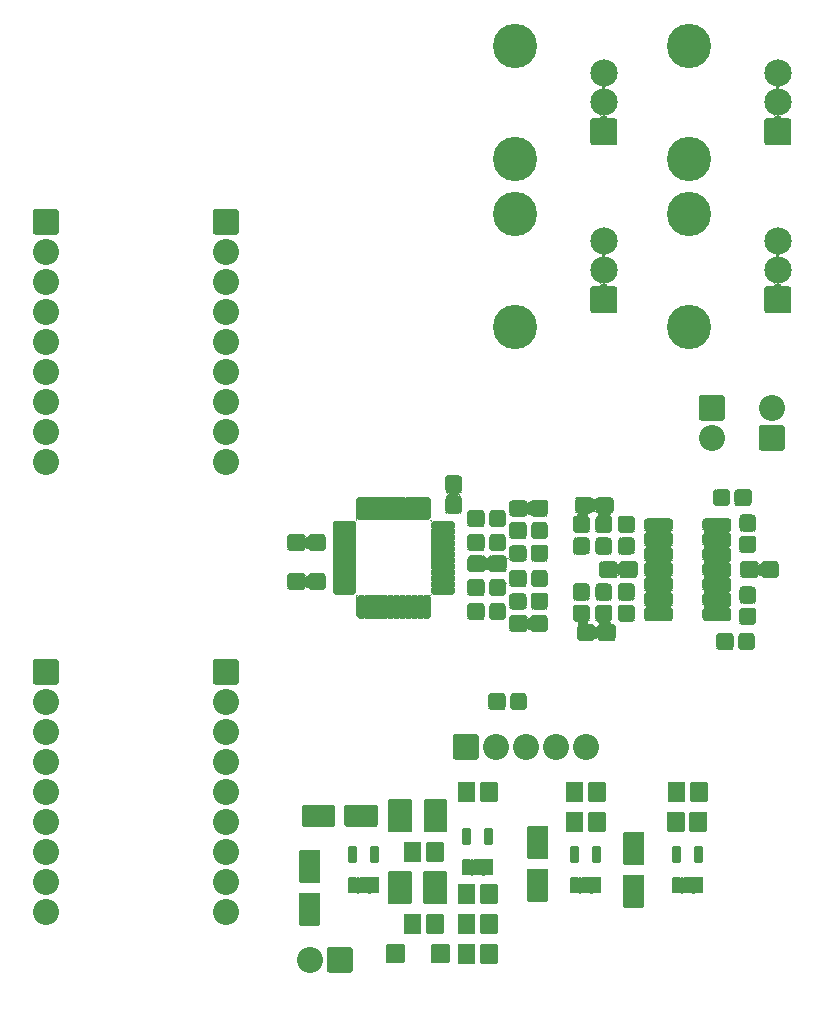
<source format=gbr>
G04 #@! TF.GenerationSoftware,KiCad,Pcbnew,5.1.7*
G04 #@! TF.CreationDate,2020-11-06T15:39:21+01:00*
G04 #@! TF.ProjectId,signal_generator,7369676e-616c-45f6-9765-6e657261746f,rev?*
G04 #@! TF.SameCoordinates,Original*
G04 #@! TF.FileFunction,Soldermask,Top*
G04 #@! TF.FilePolarity,Negative*
%FSLAX46Y46*%
G04 Gerber Fmt 4.6, Leading zero omitted, Abs format (unit mm)*
G04 Created by KiCad (PCBNEW 5.1.7) date 2020-11-06 15:39:21*
%MOMM*%
%LPD*%
G01*
G04 APERTURE LIST*
%ADD10O,2.208000X2.208000*%
%ADD11C,3.748000*%
%ADD12C,2.308000*%
%ADD13C,0.100000*%
G04 APERTURE END LIST*
G36*
G01*
X253383500Y-96376500D02*
X253383500Y-95647500D01*
G75*
G02*
X253748000Y-95283000I364500J0D01*
G01*
X254502000Y-95283000D01*
G75*
G02*
X254866500Y-95647500I0J-364500D01*
G01*
X254866500Y-96376500D01*
G75*
G02*
X254502000Y-96741000I-364500J0D01*
G01*
X253748000Y-96741000D01*
G75*
G02*
X253383500Y-96376500I0J364500D01*
G01*
G37*
G36*
G01*
X251558500Y-96376500D02*
X251558500Y-95647500D01*
G75*
G02*
X251923000Y-95283000I364500J0D01*
G01*
X252677000Y-95283000D01*
G75*
G02*
X253041500Y-95647500I0J-364500D01*
G01*
X253041500Y-96376500D01*
G75*
G02*
X252677000Y-96741000I-364500J0D01*
G01*
X251923000Y-96741000D01*
G75*
G02*
X251558500Y-96376500I0J364500D01*
G01*
G37*
G36*
G01*
X253663000Y-108568500D02*
X253663000Y-107839500D01*
G75*
G02*
X254027500Y-107475000I364500J0D01*
G01*
X254781500Y-107475000D01*
G75*
G02*
X255146000Y-107839500I0J-364500D01*
G01*
X255146000Y-108568500D01*
G75*
G02*
X254781500Y-108933000I-364500J0D01*
G01*
X254027500Y-108933000D01*
G75*
G02*
X253663000Y-108568500I0J364500D01*
G01*
G37*
G36*
G01*
X251838000Y-108568500D02*
X251838000Y-107839500D01*
G75*
G02*
X252202500Y-107475000I364500J0D01*
G01*
X252956500Y-107475000D01*
G75*
G02*
X253321000Y-107839500I0J-364500D01*
G01*
X253321000Y-108568500D01*
G75*
G02*
X252956500Y-108933000I-364500J0D01*
G01*
X252202500Y-108933000D01*
G75*
G02*
X251838000Y-108568500I0J364500D01*
G01*
G37*
G36*
G01*
X244585500Y-104731000D02*
X243856500Y-104731000D01*
G75*
G02*
X243492000Y-104366500I0J364500D01*
G01*
X243492000Y-103612500D01*
G75*
G02*
X243856500Y-103248000I364500J0D01*
G01*
X244585500Y-103248000D01*
G75*
G02*
X244950000Y-103612500I0J-364500D01*
G01*
X244950000Y-104366500D01*
G75*
G02*
X244585500Y-104731000I-364500J0D01*
G01*
G37*
G36*
G01*
X244585500Y-106556000D02*
X243856500Y-106556000D01*
G75*
G02*
X243492000Y-106191500I0J364500D01*
G01*
X243492000Y-105437500D01*
G75*
G02*
X243856500Y-105073000I364500J0D01*
G01*
X244585500Y-105073000D01*
G75*
G02*
X244950000Y-105437500I0J-364500D01*
G01*
X244950000Y-106191500D01*
G75*
G02*
X244585500Y-106556000I-364500J0D01*
G01*
G37*
G36*
G01*
X243856500Y-99358000D02*
X244585500Y-99358000D01*
G75*
G02*
X244950000Y-99722500I0J-364500D01*
G01*
X244950000Y-100476500D01*
G75*
G02*
X244585500Y-100841000I-364500J0D01*
G01*
X243856500Y-100841000D01*
G75*
G02*
X243492000Y-100476500I0J364500D01*
G01*
X243492000Y-99722500D01*
G75*
G02*
X243856500Y-99358000I364500J0D01*
G01*
G37*
G36*
G01*
X243856500Y-97533000D02*
X244585500Y-97533000D01*
G75*
G02*
X244950000Y-97897500I0J-364500D01*
G01*
X244950000Y-98651500D01*
G75*
G02*
X244585500Y-99016000I-364500J0D01*
G01*
X243856500Y-99016000D01*
G75*
G02*
X243492000Y-98651500I0J364500D01*
G01*
X243492000Y-97897500D01*
G75*
G02*
X243856500Y-97533000I364500J0D01*
G01*
G37*
G36*
G01*
X254872500Y-98889000D02*
X254143500Y-98889000D01*
G75*
G02*
X253779000Y-98524500I0J364500D01*
G01*
X253779000Y-97770500D01*
G75*
G02*
X254143500Y-97406000I364500J0D01*
G01*
X254872500Y-97406000D01*
G75*
G02*
X255237000Y-97770500I0J-364500D01*
G01*
X255237000Y-98524500D01*
G75*
G02*
X254872500Y-98889000I-364500J0D01*
G01*
G37*
G36*
G01*
X254872500Y-100714000D02*
X254143500Y-100714000D01*
G75*
G02*
X253779000Y-100349500I0J364500D01*
G01*
X253779000Y-99595500D01*
G75*
G02*
X254143500Y-99231000I364500J0D01*
G01*
X254872500Y-99231000D01*
G75*
G02*
X255237000Y-99595500I0J-364500D01*
G01*
X255237000Y-100349500D01*
G75*
G02*
X254872500Y-100714000I-364500J0D01*
G01*
G37*
G36*
G01*
X254143500Y-105327000D02*
X254872500Y-105327000D01*
G75*
G02*
X255237000Y-105691500I0J-364500D01*
G01*
X255237000Y-106445500D01*
G75*
G02*
X254872500Y-106810000I-364500J0D01*
G01*
X254143500Y-106810000D01*
G75*
G02*
X253779000Y-106445500I0J364500D01*
G01*
X253779000Y-105691500D01*
G75*
G02*
X254143500Y-105327000I364500J0D01*
G01*
G37*
G36*
G01*
X254143500Y-103502000D02*
X254872500Y-103502000D01*
G75*
G02*
X255237000Y-103866500I0J-364500D01*
G01*
X255237000Y-104620500D01*
G75*
G02*
X254872500Y-104985000I-364500J0D01*
G01*
X254143500Y-104985000D01*
G75*
G02*
X253779000Y-104620500I0J364500D01*
G01*
X253779000Y-103866500D01*
G75*
G02*
X254143500Y-103502000I364500J0D01*
G01*
G37*
G36*
G01*
X240046500Y-105073000D02*
X240775500Y-105073000D01*
G75*
G02*
X241140000Y-105437500I0J-364500D01*
G01*
X241140000Y-106191500D01*
G75*
G02*
X240775500Y-106556000I-364500J0D01*
G01*
X240046500Y-106556000D01*
G75*
G02*
X239682000Y-106191500I0J364500D01*
G01*
X239682000Y-105437500D01*
G75*
G02*
X240046500Y-105073000I364500J0D01*
G01*
G37*
G36*
G01*
X240046500Y-103248000D02*
X240775500Y-103248000D01*
G75*
G02*
X241140000Y-103612500I0J-364500D01*
G01*
X241140000Y-104366500D01*
G75*
G02*
X240775500Y-104731000I-364500J0D01*
G01*
X240046500Y-104731000D01*
G75*
G02*
X239682000Y-104366500I0J364500D01*
G01*
X239682000Y-103612500D01*
G75*
G02*
X240046500Y-103248000I364500J0D01*
G01*
G37*
G36*
G01*
X241951500Y-105073000D02*
X242680500Y-105073000D01*
G75*
G02*
X243045000Y-105437500I0J-364500D01*
G01*
X243045000Y-106191500D01*
G75*
G02*
X242680500Y-106556000I-364500J0D01*
G01*
X241951500Y-106556000D01*
G75*
G02*
X241587000Y-106191500I0J364500D01*
G01*
X241587000Y-105437500D01*
G75*
G02*
X241951500Y-105073000I364500J0D01*
G01*
G37*
G36*
G01*
X241951500Y-103248000D02*
X242680500Y-103248000D01*
G75*
G02*
X243045000Y-103612500I0J-364500D01*
G01*
X243045000Y-104366500D01*
G75*
G02*
X242680500Y-104731000I-364500J0D01*
G01*
X241951500Y-104731000D01*
G75*
G02*
X241587000Y-104366500I0J364500D01*
G01*
X241587000Y-103612500D01*
G75*
G02*
X241951500Y-103248000I364500J0D01*
G01*
G37*
G36*
G01*
X240775500Y-99016000D02*
X240046500Y-99016000D01*
G75*
G02*
X239682000Y-98651500I0J364500D01*
G01*
X239682000Y-97897500D01*
G75*
G02*
X240046500Y-97533000I364500J0D01*
G01*
X240775500Y-97533000D01*
G75*
G02*
X241140000Y-97897500I0J-364500D01*
G01*
X241140000Y-98651500D01*
G75*
G02*
X240775500Y-99016000I-364500J0D01*
G01*
G37*
G36*
G01*
X240775500Y-100841000D02*
X240046500Y-100841000D01*
G75*
G02*
X239682000Y-100476500I0J364500D01*
G01*
X239682000Y-99722500D01*
G75*
G02*
X240046500Y-99358000I364500J0D01*
G01*
X240775500Y-99358000D01*
G75*
G02*
X241140000Y-99722500I0J-364500D01*
G01*
X241140000Y-100476500D01*
G75*
G02*
X240775500Y-100841000I-364500J0D01*
G01*
G37*
G36*
G01*
X242680500Y-99016000D02*
X241951500Y-99016000D01*
G75*
G02*
X241587000Y-98651500I0J364500D01*
G01*
X241587000Y-97897500D01*
G75*
G02*
X241951500Y-97533000I364500J0D01*
G01*
X242680500Y-97533000D01*
G75*
G02*
X243045000Y-97897500I0J-364500D01*
G01*
X243045000Y-98651500D01*
G75*
G02*
X242680500Y-99016000I-364500J0D01*
G01*
G37*
G36*
G01*
X242680500Y-100841000D02*
X241951500Y-100841000D01*
G75*
G02*
X241587000Y-100476500I0J364500D01*
G01*
X241587000Y-99722500D01*
G75*
G02*
X241951500Y-99358000I364500J0D01*
G01*
X242680500Y-99358000D01*
G75*
G02*
X243045000Y-99722500I0J-364500D01*
G01*
X243045000Y-100476500D01*
G75*
G02*
X242680500Y-100841000I-364500J0D01*
G01*
G37*
G36*
G01*
X232581000Y-106028500D02*
X232581000Y-105299500D01*
G75*
G02*
X232945500Y-104935000I364500J0D01*
G01*
X233699500Y-104935000D01*
G75*
G02*
X234064000Y-105299500I0J-364500D01*
G01*
X234064000Y-106028500D01*
G75*
G02*
X233699500Y-106393000I-364500J0D01*
G01*
X232945500Y-106393000D01*
G75*
G02*
X232581000Y-106028500I0J364500D01*
G01*
G37*
G36*
G01*
X230756000Y-106028500D02*
X230756000Y-105299500D01*
G75*
G02*
X231120500Y-104935000I364500J0D01*
G01*
X231874500Y-104935000D01*
G75*
G02*
X232239000Y-105299500I0J-364500D01*
G01*
X232239000Y-106028500D01*
G75*
G02*
X231874500Y-106393000I-364500J0D01*
G01*
X231120500Y-106393000D01*
G75*
G02*
X230756000Y-106028500I0J364500D01*
G01*
G37*
G36*
G01*
X232581000Y-98154500D02*
X232581000Y-97425500D01*
G75*
G02*
X232945500Y-97061000I364500J0D01*
G01*
X233699500Y-97061000D01*
G75*
G02*
X234064000Y-97425500I0J-364500D01*
G01*
X234064000Y-98154500D01*
G75*
G02*
X233699500Y-98519000I-364500J0D01*
G01*
X232945500Y-98519000D01*
G75*
G02*
X232581000Y-98154500I0J364500D01*
G01*
G37*
G36*
G01*
X230756000Y-98154500D02*
X230756000Y-97425500D01*
G75*
G02*
X231120500Y-97061000I364500J0D01*
G01*
X231874500Y-97061000D01*
G75*
G02*
X232239000Y-97425500I0J-364500D01*
G01*
X232239000Y-98154500D01*
G75*
G02*
X231874500Y-98519000I-364500J0D01*
G01*
X231120500Y-98519000D01*
G75*
G02*
X230756000Y-98154500I0J364500D01*
G01*
G37*
G36*
G01*
X232581000Y-103996500D02*
X232581000Y-103267500D01*
G75*
G02*
X232945500Y-102903000I364500J0D01*
G01*
X233699500Y-102903000D01*
G75*
G02*
X234064000Y-103267500I0J-364500D01*
G01*
X234064000Y-103996500D01*
G75*
G02*
X233699500Y-104361000I-364500J0D01*
G01*
X232945500Y-104361000D01*
G75*
G02*
X232581000Y-103996500I0J364500D01*
G01*
G37*
G36*
G01*
X230756000Y-103996500D02*
X230756000Y-103267500D01*
G75*
G02*
X231120500Y-102903000I364500J0D01*
G01*
X231874500Y-102903000D01*
G75*
G02*
X232239000Y-103267500I0J-364500D01*
G01*
X232239000Y-103996500D01*
G75*
G02*
X231874500Y-104361000I-364500J0D01*
G01*
X231120500Y-104361000D01*
G75*
G02*
X230756000Y-103996500I0J364500D01*
G01*
G37*
G36*
G01*
X232581000Y-100186500D02*
X232581000Y-99457500D01*
G75*
G02*
X232945500Y-99093000I364500J0D01*
G01*
X233699500Y-99093000D01*
G75*
G02*
X234064000Y-99457500I0J-364500D01*
G01*
X234064000Y-100186500D01*
G75*
G02*
X233699500Y-100551000I-364500J0D01*
G01*
X232945500Y-100551000D01*
G75*
G02*
X232581000Y-100186500I0J364500D01*
G01*
G37*
G36*
G01*
X230756000Y-100186500D02*
X230756000Y-99457500D01*
G75*
G02*
X231120500Y-99093000I364500J0D01*
G01*
X231874500Y-99093000D01*
G75*
G02*
X232239000Y-99457500I0J-364500D01*
G01*
X232239000Y-100186500D01*
G75*
G02*
X231874500Y-100551000I-364500J0D01*
G01*
X231120500Y-100551000D01*
G75*
G02*
X230756000Y-100186500I0J364500D01*
G01*
G37*
G36*
G01*
X236137000Y-101075500D02*
X236137000Y-100346500D01*
G75*
G02*
X236501500Y-99982000I364500J0D01*
G01*
X237255500Y-99982000D01*
G75*
G02*
X237620000Y-100346500I0J-364500D01*
G01*
X237620000Y-101075500D01*
G75*
G02*
X237255500Y-101440000I-364500J0D01*
G01*
X236501500Y-101440000D01*
G75*
G02*
X236137000Y-101075500I0J364500D01*
G01*
G37*
G36*
G01*
X234312000Y-101075500D02*
X234312000Y-100346500D01*
G75*
G02*
X234676500Y-99982000I364500J0D01*
G01*
X235430500Y-99982000D01*
G75*
G02*
X235795000Y-100346500I0J-364500D01*
G01*
X235795000Y-101075500D01*
G75*
G02*
X235430500Y-101440000I-364500J0D01*
G01*
X234676500Y-101440000D01*
G75*
G02*
X234312000Y-101075500I0J364500D01*
G01*
G37*
G36*
G01*
X236137000Y-103234500D02*
X236137000Y-102505500D01*
G75*
G02*
X236501500Y-102141000I364500J0D01*
G01*
X237255500Y-102141000D01*
G75*
G02*
X237620000Y-102505500I0J-364500D01*
G01*
X237620000Y-103234500D01*
G75*
G02*
X237255500Y-103599000I-364500J0D01*
G01*
X236501500Y-103599000D01*
G75*
G02*
X236137000Y-103234500I0J364500D01*
G01*
G37*
G36*
G01*
X234312000Y-103234500D02*
X234312000Y-102505500D01*
G75*
G02*
X234676500Y-102141000I364500J0D01*
G01*
X235430500Y-102141000D01*
G75*
G02*
X235795000Y-102505500I0J-364500D01*
G01*
X235795000Y-103234500D01*
G75*
G02*
X235430500Y-103599000I-364500J0D01*
G01*
X234676500Y-103599000D01*
G75*
G02*
X234312000Y-103234500I0J364500D01*
G01*
G37*
G36*
G01*
X235795000Y-98441500D02*
X235795000Y-99170500D01*
G75*
G02*
X235430500Y-99535000I-364500J0D01*
G01*
X234676500Y-99535000D01*
G75*
G02*
X234312000Y-99170500I0J364500D01*
G01*
X234312000Y-98441500D01*
G75*
G02*
X234676500Y-98077000I364500J0D01*
G01*
X235430500Y-98077000D01*
G75*
G02*
X235795000Y-98441500I0J-364500D01*
G01*
G37*
G36*
G01*
X237620000Y-98441500D02*
X237620000Y-99170500D01*
G75*
G02*
X237255500Y-99535000I-364500J0D01*
G01*
X236501500Y-99535000D01*
G75*
G02*
X236137000Y-99170500I0J364500D01*
G01*
X236137000Y-98441500D01*
G75*
G02*
X236501500Y-98077000I364500J0D01*
G01*
X237255500Y-98077000D01*
G75*
G02*
X237620000Y-98441500I0J-364500D01*
G01*
G37*
G36*
G01*
X235795000Y-104410500D02*
X235795000Y-105139500D01*
G75*
G02*
X235430500Y-105504000I-364500J0D01*
G01*
X234676500Y-105504000D01*
G75*
G02*
X234312000Y-105139500I0J364500D01*
G01*
X234312000Y-104410500D01*
G75*
G02*
X234676500Y-104046000I364500J0D01*
G01*
X235430500Y-104046000D01*
G75*
G02*
X235795000Y-104410500I0J-364500D01*
G01*
G37*
G36*
G01*
X237620000Y-104410500D02*
X237620000Y-105139500D01*
G75*
G02*
X237255500Y-105504000I-364500J0D01*
G01*
X236501500Y-105504000D01*
G75*
G02*
X236137000Y-105139500I0J364500D01*
G01*
X236137000Y-104410500D01*
G75*
G02*
X236501500Y-104046000I364500J0D01*
G01*
X237255500Y-104046000D01*
G75*
G02*
X237620000Y-104410500I0J-364500D01*
G01*
G37*
G36*
G01*
X234017000Y-112919500D02*
X234017000Y-113648500D01*
G75*
G02*
X233652500Y-114013000I-364500J0D01*
G01*
X232898500Y-114013000D01*
G75*
G02*
X232534000Y-113648500I0J364500D01*
G01*
X232534000Y-112919500D01*
G75*
G02*
X232898500Y-112555000I364500J0D01*
G01*
X233652500Y-112555000D01*
G75*
G02*
X234017000Y-112919500I0J-364500D01*
G01*
G37*
G36*
G01*
X235842000Y-112919500D02*
X235842000Y-113648500D01*
G75*
G02*
X235477500Y-114013000I-364500J0D01*
G01*
X234723500Y-114013000D01*
G75*
G02*
X234359000Y-113648500I0J364500D01*
G01*
X234359000Y-112919500D01*
G75*
G02*
X234723500Y-112555000I364500J0D01*
G01*
X235477500Y-112555000D01*
G75*
G02*
X235842000Y-112919500I0J-364500D01*
G01*
G37*
G36*
G01*
X243489500Y-101743500D02*
X243489500Y-102472500D01*
G75*
G02*
X243125000Y-102837000I-364500J0D01*
G01*
X242271000Y-102837000D01*
G75*
G02*
X241906500Y-102472500I0J364500D01*
G01*
X241906500Y-101743500D01*
G75*
G02*
X242271000Y-101379000I364500J0D01*
G01*
X243125000Y-101379000D01*
G75*
G02*
X243489500Y-101743500I0J-364500D01*
G01*
G37*
G36*
G01*
X245214500Y-101743500D02*
X245214500Y-102472500D01*
G75*
G02*
X244850000Y-102837000I-364500J0D01*
G01*
X243996000Y-102837000D01*
G75*
G02*
X243631500Y-102472500I0J364500D01*
G01*
X243631500Y-101743500D01*
G75*
G02*
X243996000Y-101379000I364500J0D01*
G01*
X244850000Y-101379000D01*
G75*
G02*
X245214500Y-101743500I0J-364500D01*
G01*
G37*
G36*
G01*
X217099000Y-102759500D02*
X217099000Y-103488500D01*
G75*
G02*
X216734500Y-103853000I-364500J0D01*
G01*
X215880500Y-103853000D01*
G75*
G02*
X215516000Y-103488500I0J364500D01*
G01*
X215516000Y-102759500D01*
G75*
G02*
X215880500Y-102395000I364500J0D01*
G01*
X216734500Y-102395000D01*
G75*
G02*
X217099000Y-102759500I0J-364500D01*
G01*
G37*
G36*
G01*
X218824000Y-102759500D02*
X218824000Y-103488500D01*
G75*
G02*
X218459500Y-103853000I-364500J0D01*
G01*
X217605500Y-103853000D01*
G75*
G02*
X217241000Y-103488500I0J364500D01*
G01*
X217241000Y-102759500D01*
G75*
G02*
X217605500Y-102395000I364500J0D01*
G01*
X218459500Y-102395000D01*
G75*
G02*
X218824000Y-102759500I0J-364500D01*
G01*
G37*
G36*
G01*
X217099000Y-99457500D02*
X217099000Y-100186500D01*
G75*
G02*
X216734500Y-100551000I-364500J0D01*
G01*
X215880500Y-100551000D01*
G75*
G02*
X215516000Y-100186500I0J364500D01*
G01*
X215516000Y-99457500D01*
G75*
G02*
X215880500Y-99093000I364500J0D01*
G01*
X216734500Y-99093000D01*
G75*
G02*
X217099000Y-99457500I0J-364500D01*
G01*
G37*
G36*
G01*
X218824000Y-99457500D02*
X218824000Y-100186500D01*
G75*
G02*
X218459500Y-100551000I-364500J0D01*
G01*
X217605500Y-100551000D01*
G75*
G02*
X217241000Y-100186500I0J364500D01*
G01*
X217241000Y-99457500D01*
G75*
G02*
X217605500Y-99093000I364500J0D01*
G01*
X218459500Y-99093000D01*
G75*
G02*
X218824000Y-99457500I0J-364500D01*
G01*
G37*
G36*
G01*
X255453000Y-101743500D02*
X255453000Y-102472500D01*
G75*
G02*
X255088500Y-102837000I-364500J0D01*
G01*
X254234500Y-102837000D01*
G75*
G02*
X253870000Y-102472500I0J364500D01*
G01*
X253870000Y-101743500D01*
G75*
G02*
X254234500Y-101379000I364500J0D01*
G01*
X255088500Y-101379000D01*
G75*
G02*
X255453000Y-101743500I0J-364500D01*
G01*
G37*
G36*
G01*
X257178000Y-101743500D02*
X257178000Y-102472500D01*
G75*
G02*
X256813500Y-102837000I-364500J0D01*
G01*
X255959500Y-102837000D01*
G75*
G02*
X255595000Y-102472500I0J364500D01*
G01*
X255595000Y-101743500D01*
G75*
G02*
X255959500Y-101379000I364500J0D01*
G01*
X256813500Y-101379000D01*
G75*
G02*
X257178000Y-101743500I0J-364500D01*
G01*
G37*
G36*
G01*
X229980500Y-95661500D02*
X229251500Y-95661500D01*
G75*
G02*
X228887000Y-95297000I0J364500D01*
G01*
X228887000Y-94443000D01*
G75*
G02*
X229251500Y-94078500I364500J0D01*
G01*
X229980500Y-94078500D01*
G75*
G02*
X230345000Y-94443000I0J-364500D01*
G01*
X230345000Y-95297000D01*
G75*
G02*
X229980500Y-95661500I-364500J0D01*
G01*
G37*
G36*
G01*
X229980500Y-97386500D02*
X229251500Y-97386500D01*
G75*
G02*
X228887000Y-97022000I0J364500D01*
G01*
X228887000Y-96168000D01*
G75*
G02*
X229251500Y-95803500I364500J0D01*
G01*
X229980500Y-95803500D01*
G75*
G02*
X230345000Y-96168000I0J-364500D01*
G01*
X230345000Y-97022000D01*
G75*
G02*
X229980500Y-97386500I-364500J0D01*
G01*
G37*
G36*
G01*
X241752000Y-107806500D02*
X241752000Y-107077500D01*
G75*
G02*
X242116500Y-106713000I364500J0D01*
G01*
X242970500Y-106713000D01*
G75*
G02*
X243335000Y-107077500I0J-364500D01*
G01*
X243335000Y-107806500D01*
G75*
G02*
X242970500Y-108171000I-364500J0D01*
G01*
X242116500Y-108171000D01*
G75*
G02*
X241752000Y-107806500I0J364500D01*
G01*
G37*
G36*
G01*
X240027000Y-107806500D02*
X240027000Y-107077500D01*
G75*
G02*
X240391500Y-106713000I364500J0D01*
G01*
X241245500Y-106713000D01*
G75*
G02*
X241610000Y-107077500I0J-364500D01*
G01*
X241610000Y-107806500D01*
G75*
G02*
X241245500Y-108171000I-364500J0D01*
G01*
X240391500Y-108171000D01*
G75*
G02*
X240027000Y-107806500I0J364500D01*
G01*
G37*
G36*
G01*
X241599500Y-97011500D02*
X241599500Y-96282500D01*
G75*
G02*
X241964000Y-95918000I364500J0D01*
G01*
X242818000Y-95918000D01*
G75*
G02*
X243182500Y-96282500I0J-364500D01*
G01*
X243182500Y-97011500D01*
G75*
G02*
X242818000Y-97376000I-364500J0D01*
G01*
X241964000Y-97376000D01*
G75*
G02*
X241599500Y-97011500I0J364500D01*
G01*
G37*
G36*
G01*
X239874500Y-97011500D02*
X239874500Y-96282500D01*
G75*
G02*
X240239000Y-95918000I364500J0D01*
G01*
X241093000Y-95918000D01*
G75*
G02*
X241457500Y-96282500I0J-364500D01*
G01*
X241457500Y-97011500D01*
G75*
G02*
X241093000Y-97376000I-364500J0D01*
G01*
X240239000Y-97376000D01*
G75*
G02*
X239874500Y-97011500I0J364500D01*
G01*
G37*
G36*
G01*
X232506500Y-101964500D02*
X232506500Y-101235500D01*
G75*
G02*
X232871000Y-100871000I364500J0D01*
G01*
X233725000Y-100871000D01*
G75*
G02*
X234089500Y-101235500I0J-364500D01*
G01*
X234089500Y-101964500D01*
G75*
G02*
X233725000Y-102329000I-364500J0D01*
G01*
X232871000Y-102329000D01*
G75*
G02*
X232506500Y-101964500I0J364500D01*
G01*
G37*
G36*
G01*
X230781500Y-101964500D02*
X230781500Y-101235500D01*
G75*
G02*
X231146000Y-100871000I364500J0D01*
G01*
X232000000Y-100871000D01*
G75*
G02*
X232364500Y-101235500I0J-364500D01*
G01*
X232364500Y-101964500D01*
G75*
G02*
X232000000Y-102329000I-364500J0D01*
G01*
X231146000Y-102329000D01*
G75*
G02*
X230781500Y-101964500I0J364500D01*
G01*
G37*
G36*
G01*
X236037000Y-97265500D02*
X236037000Y-96536500D01*
G75*
G02*
X236401500Y-96172000I364500J0D01*
G01*
X237255500Y-96172000D01*
G75*
G02*
X237620000Y-96536500I0J-364500D01*
G01*
X237620000Y-97265500D01*
G75*
G02*
X237255500Y-97630000I-364500J0D01*
G01*
X236401500Y-97630000D01*
G75*
G02*
X236037000Y-97265500I0J364500D01*
G01*
G37*
G36*
G01*
X234312000Y-97265500D02*
X234312000Y-96536500D01*
G75*
G02*
X234676500Y-96172000I364500J0D01*
G01*
X235530500Y-96172000D01*
G75*
G02*
X235895000Y-96536500I0J-364500D01*
G01*
X235895000Y-97265500D01*
G75*
G02*
X235530500Y-97630000I-364500J0D01*
G01*
X234676500Y-97630000D01*
G75*
G02*
X234312000Y-97265500I0J364500D01*
G01*
G37*
G36*
G01*
X236037000Y-107044500D02*
X236037000Y-106315500D01*
G75*
G02*
X236401500Y-105951000I364500J0D01*
G01*
X237255500Y-105951000D01*
G75*
G02*
X237620000Y-106315500I0J-364500D01*
G01*
X237620000Y-107044500D01*
G75*
G02*
X237255500Y-107409000I-364500J0D01*
G01*
X236401500Y-107409000D01*
G75*
G02*
X236037000Y-107044500I0J364500D01*
G01*
G37*
G36*
G01*
X234312000Y-107044500D02*
X234312000Y-106315500D01*
G75*
G02*
X234676500Y-105951000I364500J0D01*
G01*
X235530500Y-105951000D01*
G75*
G02*
X235895000Y-106315500I0J-364500D01*
G01*
X235895000Y-107044500D01*
G75*
G02*
X235530500Y-107409000I-364500J0D01*
G01*
X234676500Y-107409000D01*
G75*
G02*
X234312000Y-107044500I0J364500D01*
G01*
G37*
G36*
G01*
X224144000Y-127630400D02*
X225944000Y-127630400D01*
G75*
G02*
X226045600Y-127732000I0J-101600D01*
G01*
X226045600Y-130332000D01*
G75*
G02*
X225944000Y-130433600I-101600J0D01*
G01*
X224144000Y-130433600D01*
G75*
G02*
X224042400Y-130332000I0J101600D01*
G01*
X224042400Y-127732000D01*
G75*
G02*
X224144000Y-127630400I101600J0D01*
G01*
G37*
G36*
G01*
X227144000Y-127630400D02*
X228944000Y-127630400D01*
G75*
G02*
X229045600Y-127732000I0J-101600D01*
G01*
X229045600Y-130332000D01*
G75*
G02*
X228944000Y-130433600I-101600J0D01*
G01*
X227144000Y-130433600D01*
G75*
G02*
X227042400Y-130332000I0J101600D01*
G01*
X227042400Y-127732000D01*
G75*
G02*
X227144000Y-127630400I101600J0D01*
G01*
G37*
G36*
G01*
X228968000Y-124337600D02*
X227168000Y-124337600D01*
G75*
G02*
X227066400Y-124236000I0J101600D01*
G01*
X227066400Y-121636000D01*
G75*
G02*
X227168000Y-121534400I101600J0D01*
G01*
X228968000Y-121534400D01*
G75*
G02*
X229069600Y-121636000I0J-101600D01*
G01*
X229069600Y-124236000D01*
G75*
G02*
X228968000Y-124337600I-101600J0D01*
G01*
G37*
G36*
G01*
X225968000Y-124337600D02*
X224168000Y-124337600D01*
G75*
G02*
X224066400Y-124236000I0J101600D01*
G01*
X224066400Y-121636000D01*
G75*
G02*
X224168000Y-121534400I101600J0D01*
G01*
X225968000Y-121534400D01*
G75*
G02*
X226069600Y-121636000I0J-101600D01*
G01*
X226069600Y-124236000D01*
G75*
G02*
X225968000Y-124337600I-101600J0D01*
G01*
G37*
G36*
G01*
X250674000Y-98575000D02*
X250674000Y-98021000D01*
G75*
G02*
X250951000Y-97744000I277000J0D01*
G01*
X252855000Y-97744000D01*
G75*
G02*
X253132000Y-98021000I0J-277000D01*
G01*
X253132000Y-98575000D01*
G75*
G02*
X252855000Y-98852000I-277000J0D01*
G01*
X250951000Y-98852000D01*
G75*
G02*
X250674000Y-98575000I0J277000D01*
G01*
G37*
G36*
G01*
X250674000Y-99845000D02*
X250674000Y-99291000D01*
G75*
G02*
X250951000Y-99014000I277000J0D01*
G01*
X252855000Y-99014000D01*
G75*
G02*
X253132000Y-99291000I0J-277000D01*
G01*
X253132000Y-99845000D01*
G75*
G02*
X252855000Y-100122000I-277000J0D01*
G01*
X250951000Y-100122000D01*
G75*
G02*
X250674000Y-99845000I0J277000D01*
G01*
G37*
G36*
G01*
X250674000Y-101115000D02*
X250674000Y-100561000D01*
G75*
G02*
X250951000Y-100284000I277000J0D01*
G01*
X252855000Y-100284000D01*
G75*
G02*
X253132000Y-100561000I0J-277000D01*
G01*
X253132000Y-101115000D01*
G75*
G02*
X252855000Y-101392000I-277000J0D01*
G01*
X250951000Y-101392000D01*
G75*
G02*
X250674000Y-101115000I0J277000D01*
G01*
G37*
G36*
G01*
X250674000Y-102385000D02*
X250674000Y-101831000D01*
G75*
G02*
X250951000Y-101554000I277000J0D01*
G01*
X252855000Y-101554000D01*
G75*
G02*
X253132000Y-101831000I0J-277000D01*
G01*
X253132000Y-102385000D01*
G75*
G02*
X252855000Y-102662000I-277000J0D01*
G01*
X250951000Y-102662000D01*
G75*
G02*
X250674000Y-102385000I0J277000D01*
G01*
G37*
G36*
G01*
X250674000Y-103655000D02*
X250674000Y-103101000D01*
G75*
G02*
X250951000Y-102824000I277000J0D01*
G01*
X252855000Y-102824000D01*
G75*
G02*
X253132000Y-103101000I0J-277000D01*
G01*
X253132000Y-103655000D01*
G75*
G02*
X252855000Y-103932000I-277000J0D01*
G01*
X250951000Y-103932000D01*
G75*
G02*
X250674000Y-103655000I0J277000D01*
G01*
G37*
G36*
G01*
X250674000Y-104925000D02*
X250674000Y-104371000D01*
G75*
G02*
X250951000Y-104094000I277000J0D01*
G01*
X252855000Y-104094000D01*
G75*
G02*
X253132000Y-104371000I0J-277000D01*
G01*
X253132000Y-104925000D01*
G75*
G02*
X252855000Y-105202000I-277000J0D01*
G01*
X250951000Y-105202000D01*
G75*
G02*
X250674000Y-104925000I0J277000D01*
G01*
G37*
G36*
G01*
X250674000Y-106195000D02*
X250674000Y-105641000D01*
G75*
G02*
X250951000Y-105364000I277000J0D01*
G01*
X252855000Y-105364000D01*
G75*
G02*
X253132000Y-105641000I0J-277000D01*
G01*
X253132000Y-106195000D01*
G75*
G02*
X252855000Y-106472000I-277000J0D01*
G01*
X250951000Y-106472000D01*
G75*
G02*
X250674000Y-106195000I0J277000D01*
G01*
G37*
G36*
G01*
X245724000Y-106195000D02*
X245724000Y-105641000D01*
G75*
G02*
X246001000Y-105364000I277000J0D01*
G01*
X247905000Y-105364000D01*
G75*
G02*
X248182000Y-105641000I0J-277000D01*
G01*
X248182000Y-106195000D01*
G75*
G02*
X247905000Y-106472000I-277000J0D01*
G01*
X246001000Y-106472000D01*
G75*
G02*
X245724000Y-106195000I0J277000D01*
G01*
G37*
G36*
G01*
X245724000Y-104925000D02*
X245724000Y-104371000D01*
G75*
G02*
X246001000Y-104094000I277000J0D01*
G01*
X247905000Y-104094000D01*
G75*
G02*
X248182000Y-104371000I0J-277000D01*
G01*
X248182000Y-104925000D01*
G75*
G02*
X247905000Y-105202000I-277000J0D01*
G01*
X246001000Y-105202000D01*
G75*
G02*
X245724000Y-104925000I0J277000D01*
G01*
G37*
G36*
G01*
X245724000Y-103655000D02*
X245724000Y-103101000D01*
G75*
G02*
X246001000Y-102824000I277000J0D01*
G01*
X247905000Y-102824000D01*
G75*
G02*
X248182000Y-103101000I0J-277000D01*
G01*
X248182000Y-103655000D01*
G75*
G02*
X247905000Y-103932000I-277000J0D01*
G01*
X246001000Y-103932000D01*
G75*
G02*
X245724000Y-103655000I0J277000D01*
G01*
G37*
G36*
G01*
X245724000Y-102385000D02*
X245724000Y-101831000D01*
G75*
G02*
X246001000Y-101554000I277000J0D01*
G01*
X247905000Y-101554000D01*
G75*
G02*
X248182000Y-101831000I0J-277000D01*
G01*
X248182000Y-102385000D01*
G75*
G02*
X247905000Y-102662000I-277000J0D01*
G01*
X246001000Y-102662000D01*
G75*
G02*
X245724000Y-102385000I0J277000D01*
G01*
G37*
G36*
G01*
X245724000Y-101115000D02*
X245724000Y-100561000D01*
G75*
G02*
X246001000Y-100284000I277000J0D01*
G01*
X247905000Y-100284000D01*
G75*
G02*
X248182000Y-100561000I0J-277000D01*
G01*
X248182000Y-101115000D01*
G75*
G02*
X247905000Y-101392000I-277000J0D01*
G01*
X246001000Y-101392000D01*
G75*
G02*
X245724000Y-101115000I0J277000D01*
G01*
G37*
G36*
G01*
X245724000Y-99845000D02*
X245724000Y-99291000D01*
G75*
G02*
X246001000Y-99014000I277000J0D01*
G01*
X247905000Y-99014000D01*
G75*
G02*
X248182000Y-99291000I0J-277000D01*
G01*
X248182000Y-99845000D01*
G75*
G02*
X247905000Y-100122000I-277000J0D01*
G01*
X246001000Y-100122000D01*
G75*
G02*
X245724000Y-99845000I0J277000D01*
G01*
G37*
G36*
G01*
X245724000Y-98575000D02*
X245724000Y-98021000D01*
G75*
G02*
X246001000Y-97744000I277000J0D01*
G01*
X247905000Y-97744000D01*
G75*
G02*
X248182000Y-98021000I0J-277000D01*
G01*
X248182000Y-98575000D01*
G75*
G02*
X247905000Y-98852000I-277000J0D01*
G01*
X246001000Y-98852000D01*
G75*
G02*
X245724000Y-98575000I0J277000D01*
G01*
G37*
G36*
G01*
X248101400Y-126808000D02*
X248101400Y-125608000D01*
G75*
G02*
X248203000Y-125506400I101600J0D01*
G01*
X248753000Y-125506400D01*
G75*
G02*
X248854600Y-125608000I0J-101600D01*
G01*
X248854600Y-126808000D01*
G75*
G02*
X248753000Y-126909600I-101600J0D01*
G01*
X248203000Y-126909600D01*
G75*
G02*
X248101400Y-126808000I0J101600D01*
G01*
G37*
G36*
G01*
X250001400Y-126808000D02*
X250001400Y-125608000D01*
G75*
G02*
X250103000Y-125506400I101600J0D01*
G01*
X250653000Y-125506400D01*
G75*
G02*
X250754600Y-125608000I0J-101600D01*
G01*
X250754600Y-126808000D01*
G75*
G02*
X250653000Y-126909600I-101600J0D01*
G01*
X250103000Y-126909600D01*
G75*
G02*
X250001400Y-126808000I0J101600D01*
G01*
G37*
G36*
G01*
X250001400Y-129408000D02*
X250001400Y-128208000D01*
G75*
G02*
X250103000Y-128106400I101600J0D01*
G01*
X250653000Y-128106400D01*
G75*
G02*
X250754600Y-128208000I0J-101600D01*
G01*
X250754600Y-129408000D01*
G75*
G02*
X250653000Y-129509600I-101600J0D01*
G01*
X250103000Y-129509600D01*
G75*
G02*
X250001400Y-129408000I0J101600D01*
G01*
G37*
G36*
G01*
X249051400Y-129408000D02*
X249051400Y-128208000D01*
G75*
G02*
X249153000Y-128106400I101600J0D01*
G01*
X249703000Y-128106400D01*
G75*
G02*
X249804600Y-128208000I0J-101600D01*
G01*
X249804600Y-129408000D01*
G75*
G02*
X249703000Y-129509600I-101600J0D01*
G01*
X249153000Y-129509600D01*
G75*
G02*
X249051400Y-129408000I0J101600D01*
G01*
G37*
G36*
G01*
X248101400Y-129408000D02*
X248101400Y-128208000D01*
G75*
G02*
X248203000Y-128106400I101600J0D01*
G01*
X248753000Y-128106400D01*
G75*
G02*
X248854600Y-128208000I0J-101600D01*
G01*
X248854600Y-129408000D01*
G75*
G02*
X248753000Y-129509600I-101600J0D01*
G01*
X248203000Y-129509600D01*
G75*
G02*
X248101400Y-129408000I0J101600D01*
G01*
G37*
G36*
G01*
X239465400Y-126808000D02*
X239465400Y-125608000D01*
G75*
G02*
X239567000Y-125506400I101600J0D01*
G01*
X240117000Y-125506400D01*
G75*
G02*
X240218600Y-125608000I0J-101600D01*
G01*
X240218600Y-126808000D01*
G75*
G02*
X240117000Y-126909600I-101600J0D01*
G01*
X239567000Y-126909600D01*
G75*
G02*
X239465400Y-126808000I0J101600D01*
G01*
G37*
G36*
G01*
X241365400Y-126808000D02*
X241365400Y-125608000D01*
G75*
G02*
X241467000Y-125506400I101600J0D01*
G01*
X242017000Y-125506400D01*
G75*
G02*
X242118600Y-125608000I0J-101600D01*
G01*
X242118600Y-126808000D01*
G75*
G02*
X242017000Y-126909600I-101600J0D01*
G01*
X241467000Y-126909600D01*
G75*
G02*
X241365400Y-126808000I0J101600D01*
G01*
G37*
G36*
G01*
X241365400Y-129408000D02*
X241365400Y-128208000D01*
G75*
G02*
X241467000Y-128106400I101600J0D01*
G01*
X242017000Y-128106400D01*
G75*
G02*
X242118600Y-128208000I0J-101600D01*
G01*
X242118600Y-129408000D01*
G75*
G02*
X242017000Y-129509600I-101600J0D01*
G01*
X241467000Y-129509600D01*
G75*
G02*
X241365400Y-129408000I0J101600D01*
G01*
G37*
G36*
G01*
X240415400Y-129408000D02*
X240415400Y-128208000D01*
G75*
G02*
X240517000Y-128106400I101600J0D01*
G01*
X241067000Y-128106400D01*
G75*
G02*
X241168600Y-128208000I0J-101600D01*
G01*
X241168600Y-129408000D01*
G75*
G02*
X241067000Y-129509600I-101600J0D01*
G01*
X240517000Y-129509600D01*
G75*
G02*
X240415400Y-129408000I0J101600D01*
G01*
G37*
G36*
G01*
X239465400Y-129408000D02*
X239465400Y-128208000D01*
G75*
G02*
X239567000Y-128106400I101600J0D01*
G01*
X240117000Y-128106400D01*
G75*
G02*
X240218600Y-128208000I0J-101600D01*
G01*
X240218600Y-129408000D01*
G75*
G02*
X240117000Y-129509600I-101600J0D01*
G01*
X239567000Y-129509600D01*
G75*
G02*
X239465400Y-129408000I0J101600D01*
G01*
G37*
G36*
G01*
X230321400Y-125284000D02*
X230321400Y-124084000D01*
G75*
G02*
X230423000Y-123982400I101600J0D01*
G01*
X230973000Y-123982400D01*
G75*
G02*
X231074600Y-124084000I0J-101600D01*
G01*
X231074600Y-125284000D01*
G75*
G02*
X230973000Y-125385600I-101600J0D01*
G01*
X230423000Y-125385600D01*
G75*
G02*
X230321400Y-125284000I0J101600D01*
G01*
G37*
G36*
G01*
X232221400Y-125284000D02*
X232221400Y-124084000D01*
G75*
G02*
X232323000Y-123982400I101600J0D01*
G01*
X232873000Y-123982400D01*
G75*
G02*
X232974600Y-124084000I0J-101600D01*
G01*
X232974600Y-125284000D01*
G75*
G02*
X232873000Y-125385600I-101600J0D01*
G01*
X232323000Y-125385600D01*
G75*
G02*
X232221400Y-125284000I0J101600D01*
G01*
G37*
G36*
G01*
X232221400Y-127884000D02*
X232221400Y-126684000D01*
G75*
G02*
X232323000Y-126582400I101600J0D01*
G01*
X232873000Y-126582400D01*
G75*
G02*
X232974600Y-126684000I0J-101600D01*
G01*
X232974600Y-127884000D01*
G75*
G02*
X232873000Y-127985600I-101600J0D01*
G01*
X232323000Y-127985600D01*
G75*
G02*
X232221400Y-127884000I0J101600D01*
G01*
G37*
G36*
G01*
X231271400Y-127884000D02*
X231271400Y-126684000D01*
G75*
G02*
X231373000Y-126582400I101600J0D01*
G01*
X231923000Y-126582400D01*
G75*
G02*
X232024600Y-126684000I0J-101600D01*
G01*
X232024600Y-127884000D01*
G75*
G02*
X231923000Y-127985600I-101600J0D01*
G01*
X231373000Y-127985600D01*
G75*
G02*
X231271400Y-127884000I0J101600D01*
G01*
G37*
G36*
G01*
X230321400Y-127884000D02*
X230321400Y-126684000D01*
G75*
G02*
X230423000Y-126582400I101600J0D01*
G01*
X230973000Y-126582400D01*
G75*
G02*
X231074600Y-126684000I0J-101600D01*
G01*
X231074600Y-127884000D01*
G75*
G02*
X230973000Y-127985600I-101600J0D01*
G01*
X230423000Y-127985600D01*
G75*
G02*
X230321400Y-127884000I0J101600D01*
G01*
G37*
G36*
G01*
X220669400Y-126808000D02*
X220669400Y-125608000D01*
G75*
G02*
X220771000Y-125506400I101600J0D01*
G01*
X221321000Y-125506400D01*
G75*
G02*
X221422600Y-125608000I0J-101600D01*
G01*
X221422600Y-126808000D01*
G75*
G02*
X221321000Y-126909600I-101600J0D01*
G01*
X220771000Y-126909600D01*
G75*
G02*
X220669400Y-126808000I0J101600D01*
G01*
G37*
G36*
G01*
X222569400Y-126808000D02*
X222569400Y-125608000D01*
G75*
G02*
X222671000Y-125506400I101600J0D01*
G01*
X223221000Y-125506400D01*
G75*
G02*
X223322600Y-125608000I0J-101600D01*
G01*
X223322600Y-126808000D01*
G75*
G02*
X223221000Y-126909600I-101600J0D01*
G01*
X222671000Y-126909600D01*
G75*
G02*
X222569400Y-126808000I0J101600D01*
G01*
G37*
G36*
G01*
X222569400Y-129408000D02*
X222569400Y-128208000D01*
G75*
G02*
X222671000Y-128106400I101600J0D01*
G01*
X223221000Y-128106400D01*
G75*
G02*
X223322600Y-128208000I0J-101600D01*
G01*
X223322600Y-129408000D01*
G75*
G02*
X223221000Y-129509600I-101600J0D01*
G01*
X222671000Y-129509600D01*
G75*
G02*
X222569400Y-129408000I0J101600D01*
G01*
G37*
G36*
G01*
X221619400Y-129408000D02*
X221619400Y-128208000D01*
G75*
G02*
X221721000Y-128106400I101600J0D01*
G01*
X222271000Y-128106400D01*
G75*
G02*
X222372600Y-128208000I0J-101600D01*
G01*
X222372600Y-129408000D01*
G75*
G02*
X222271000Y-129509600I-101600J0D01*
G01*
X221721000Y-129509600D01*
G75*
G02*
X221619400Y-129408000I0J101600D01*
G01*
G37*
G36*
G01*
X220669400Y-129408000D02*
X220669400Y-128208000D01*
G75*
G02*
X220771000Y-128106400I101600J0D01*
G01*
X221321000Y-128106400D01*
G75*
G02*
X221422600Y-128208000I0J-101600D01*
G01*
X221422600Y-129408000D01*
G75*
G02*
X221321000Y-129509600I-101600J0D01*
G01*
X220771000Y-129509600D01*
G75*
G02*
X220669400Y-129408000I0J101600D01*
G01*
G37*
G36*
G01*
X249229600Y-120154000D02*
X249229600Y-121654000D01*
G75*
G02*
X249128000Y-121755600I-101600J0D01*
G01*
X247828000Y-121755600D01*
G75*
G02*
X247726400Y-121654000I0J101600D01*
G01*
X247726400Y-120154000D01*
G75*
G02*
X247828000Y-120052400I101600J0D01*
G01*
X249128000Y-120052400D01*
G75*
G02*
X249229600Y-120154000I0J-101600D01*
G01*
G37*
G36*
G01*
X251129600Y-120154000D02*
X251129600Y-121654000D01*
G75*
G02*
X251028000Y-121755600I-101600J0D01*
G01*
X249728000Y-121755600D01*
G75*
G02*
X249626400Y-121654000I0J101600D01*
G01*
X249626400Y-120154000D01*
G75*
G02*
X249728000Y-120052400I101600J0D01*
G01*
X251028000Y-120052400D01*
G75*
G02*
X251129600Y-120154000I0J-101600D01*
G01*
G37*
G36*
G01*
X249560400Y-124194000D02*
X249560400Y-122694000D01*
G75*
G02*
X249662000Y-122592400I101600J0D01*
G01*
X250962000Y-122592400D01*
G75*
G02*
X251063600Y-122694000I0J-101600D01*
G01*
X251063600Y-124194000D01*
G75*
G02*
X250962000Y-124295600I-101600J0D01*
G01*
X249662000Y-124295600D01*
G75*
G02*
X249560400Y-124194000I0J101600D01*
G01*
G37*
G36*
G01*
X247660400Y-124194000D02*
X247660400Y-122694000D01*
G75*
G02*
X247762000Y-122592400I101600J0D01*
G01*
X249062000Y-122592400D01*
G75*
G02*
X249163600Y-122694000I0J-101600D01*
G01*
X249163600Y-124194000D01*
G75*
G02*
X249062000Y-124295600I-101600J0D01*
G01*
X247762000Y-124295600D01*
G75*
G02*
X247660400Y-124194000I0J101600D01*
G01*
G37*
G36*
G01*
X240593600Y-120154000D02*
X240593600Y-121654000D01*
G75*
G02*
X240492000Y-121755600I-101600J0D01*
G01*
X239192000Y-121755600D01*
G75*
G02*
X239090400Y-121654000I0J101600D01*
G01*
X239090400Y-120154000D01*
G75*
G02*
X239192000Y-120052400I101600J0D01*
G01*
X240492000Y-120052400D01*
G75*
G02*
X240593600Y-120154000I0J-101600D01*
G01*
G37*
G36*
G01*
X242493600Y-120154000D02*
X242493600Y-121654000D01*
G75*
G02*
X242392000Y-121755600I-101600J0D01*
G01*
X241092000Y-121755600D01*
G75*
G02*
X240990400Y-121654000I0J101600D01*
G01*
X240990400Y-120154000D01*
G75*
G02*
X241092000Y-120052400I101600J0D01*
G01*
X242392000Y-120052400D01*
G75*
G02*
X242493600Y-120154000I0J-101600D01*
G01*
G37*
G36*
G01*
X240990400Y-124194000D02*
X240990400Y-122694000D01*
G75*
G02*
X241092000Y-122592400I101600J0D01*
G01*
X242392000Y-122592400D01*
G75*
G02*
X242493600Y-122694000I0J-101600D01*
G01*
X242493600Y-124194000D01*
G75*
G02*
X242392000Y-124295600I-101600J0D01*
G01*
X241092000Y-124295600D01*
G75*
G02*
X240990400Y-124194000I0J101600D01*
G01*
G37*
G36*
G01*
X239090400Y-124194000D02*
X239090400Y-122694000D01*
G75*
G02*
X239192000Y-122592400I101600J0D01*
G01*
X240492000Y-122592400D01*
G75*
G02*
X240593600Y-122694000I0J-101600D01*
G01*
X240593600Y-124194000D01*
G75*
G02*
X240492000Y-124295600I-101600J0D01*
G01*
X239192000Y-124295600D01*
G75*
G02*
X239090400Y-124194000I0J101600D01*
G01*
G37*
G36*
G01*
X231449600Y-133870000D02*
X231449600Y-135370000D01*
G75*
G02*
X231348000Y-135471600I-101600J0D01*
G01*
X230048000Y-135471600D01*
G75*
G02*
X229946400Y-135370000I0J101600D01*
G01*
X229946400Y-133870000D01*
G75*
G02*
X230048000Y-133768400I101600J0D01*
G01*
X231348000Y-133768400D01*
G75*
G02*
X231449600Y-133870000I0J-101600D01*
G01*
G37*
G36*
G01*
X233349600Y-133870000D02*
X233349600Y-135370000D01*
G75*
G02*
X233248000Y-135471600I-101600J0D01*
G01*
X231948000Y-135471600D01*
G75*
G02*
X231846400Y-135370000I0J101600D01*
G01*
X231846400Y-133870000D01*
G75*
G02*
X231948000Y-133768400I101600J0D01*
G01*
X233248000Y-133768400D01*
G75*
G02*
X233349600Y-133870000I0J-101600D01*
G01*
G37*
G36*
G01*
X231846400Y-130290000D02*
X231846400Y-128790000D01*
G75*
G02*
X231948000Y-128688400I101600J0D01*
G01*
X233248000Y-128688400D01*
G75*
G02*
X233349600Y-128790000I0J-101600D01*
G01*
X233349600Y-130290000D01*
G75*
G02*
X233248000Y-130391600I-101600J0D01*
G01*
X231948000Y-130391600D01*
G75*
G02*
X231846400Y-130290000I0J101600D01*
G01*
G37*
G36*
G01*
X229946400Y-130290000D02*
X229946400Y-128790000D01*
G75*
G02*
X230048000Y-128688400I101600J0D01*
G01*
X231348000Y-128688400D01*
G75*
G02*
X231449600Y-128790000I0J-101600D01*
G01*
X231449600Y-130290000D01*
G75*
G02*
X231348000Y-130391600I-101600J0D01*
G01*
X230048000Y-130391600D01*
G75*
G02*
X229946400Y-130290000I0J101600D01*
G01*
G37*
D10*
X240792000Y-117094000D03*
X238252000Y-117094000D03*
X235712000Y-117094000D03*
X233172000Y-117094000D03*
G36*
G01*
X231482000Y-118198000D02*
X229782000Y-118198000D01*
G75*
G02*
X229528000Y-117944000I0J254000D01*
G01*
X229528000Y-116244000D01*
G75*
G02*
X229782000Y-115990000I254000J0D01*
G01*
X231482000Y-115990000D01*
G75*
G02*
X231736000Y-116244000I0J-254000D01*
G01*
X231736000Y-117944000D01*
G75*
G02*
X231482000Y-118198000I-254000J0D01*
G01*
G37*
X217424000Y-135128000D03*
G36*
G01*
X219114000Y-134024000D02*
X220814000Y-134024000D01*
G75*
G02*
X221068000Y-134278000I0J-254000D01*
G01*
X221068000Y-135978000D01*
G75*
G02*
X220814000Y-136232000I-254000J0D01*
G01*
X219114000Y-136232000D01*
G75*
G02*
X218860000Y-135978000I0J254000D01*
G01*
X218860000Y-134278000D01*
G75*
G02*
X219114000Y-134024000I254000J0D01*
G01*
G37*
G36*
G01*
X225469600Y-133919999D02*
X225469600Y-135320001D01*
G75*
G02*
X225368001Y-135421600I-101599J0D01*
G01*
X223967999Y-135421600D01*
G75*
G02*
X223866400Y-135320001I0J101599D01*
G01*
X223866400Y-133919999D01*
G75*
G02*
X223967999Y-133818400I101599J0D01*
G01*
X225368001Y-133818400D01*
G75*
G02*
X225469600Y-133919999I0J-101599D01*
G01*
G37*
G36*
G01*
X229269600Y-133919999D02*
X229269600Y-135320001D01*
G75*
G02*
X229168001Y-135421600I-101599J0D01*
G01*
X227767999Y-135421600D01*
G75*
G02*
X227666400Y-135320001I0J101599D01*
G01*
X227666400Y-133919999D01*
G75*
G02*
X227767999Y-133818400I101599J0D01*
G01*
X229168001Y-133818400D01*
G75*
G02*
X229269600Y-133919999I0J-101599D01*
G01*
G37*
G36*
G01*
X244056000Y-124306400D02*
X245656000Y-124306400D01*
G75*
G02*
X245757600Y-124408000I0J-101600D01*
G01*
X245757600Y-127008000D01*
G75*
G02*
X245656000Y-127109600I-101600J0D01*
G01*
X244056000Y-127109600D01*
G75*
G02*
X243954400Y-127008000I0J101600D01*
G01*
X243954400Y-124408000D01*
G75*
G02*
X244056000Y-124306400I101600J0D01*
G01*
G37*
G36*
G01*
X244056000Y-127906400D02*
X245656000Y-127906400D01*
G75*
G02*
X245757600Y-128008000I0J-101600D01*
G01*
X245757600Y-130608000D01*
G75*
G02*
X245656000Y-130709600I-101600J0D01*
G01*
X244056000Y-130709600D01*
G75*
G02*
X243954400Y-130608000I0J101600D01*
G01*
X243954400Y-128008000D01*
G75*
G02*
X244056000Y-127906400I101600J0D01*
G01*
G37*
G36*
G01*
X237528000Y-130201600D02*
X235928000Y-130201600D01*
G75*
G02*
X235826400Y-130100000I0J101600D01*
G01*
X235826400Y-127500000D01*
G75*
G02*
X235928000Y-127398400I101600J0D01*
G01*
X237528000Y-127398400D01*
G75*
G02*
X237629600Y-127500000I0J-101600D01*
G01*
X237629600Y-130100000D01*
G75*
G02*
X237528000Y-130201600I-101600J0D01*
G01*
G37*
G36*
G01*
X237528000Y-126601600D02*
X235928000Y-126601600D01*
G75*
G02*
X235826400Y-126500000I0J101600D01*
G01*
X235826400Y-123900000D01*
G75*
G02*
X235928000Y-123798400I101600J0D01*
G01*
X237528000Y-123798400D01*
G75*
G02*
X237629600Y-123900000I0J-101600D01*
G01*
X237629600Y-126500000D01*
G75*
G02*
X237528000Y-126601600I-101600J0D01*
G01*
G37*
G36*
G01*
X227274400Y-132830000D02*
X227274400Y-131330000D01*
G75*
G02*
X227376000Y-131228400I101600J0D01*
G01*
X228676000Y-131228400D01*
G75*
G02*
X228777600Y-131330000I0J-101600D01*
G01*
X228777600Y-132830000D01*
G75*
G02*
X228676000Y-132931600I-101600J0D01*
G01*
X227376000Y-132931600D01*
G75*
G02*
X227274400Y-132830000I0J101600D01*
G01*
G37*
G36*
G01*
X225374400Y-132830000D02*
X225374400Y-131330000D01*
G75*
G02*
X225476000Y-131228400I101600J0D01*
G01*
X226776000Y-131228400D01*
G75*
G02*
X226877600Y-131330000I0J-101600D01*
G01*
X226877600Y-132830000D01*
G75*
G02*
X226776000Y-132931600I-101600J0D01*
G01*
X225476000Y-132931600D01*
G75*
G02*
X225374400Y-132830000I0J101600D01*
G01*
G37*
G36*
G01*
X231846400Y-132830000D02*
X231846400Y-131330000D01*
G75*
G02*
X231948000Y-131228400I101600J0D01*
G01*
X233248000Y-131228400D01*
G75*
G02*
X233349600Y-131330000I0J-101600D01*
G01*
X233349600Y-132830000D01*
G75*
G02*
X233248000Y-132931600I-101600J0D01*
G01*
X231948000Y-132931600D01*
G75*
G02*
X231846400Y-132830000I0J101600D01*
G01*
G37*
G36*
G01*
X229946400Y-132830000D02*
X229946400Y-131330000D01*
G75*
G02*
X230048000Y-131228400I101600J0D01*
G01*
X231348000Y-131228400D01*
G75*
G02*
X231449600Y-131330000I0J-101600D01*
G01*
X231449600Y-132830000D01*
G75*
G02*
X231348000Y-132931600I-101600J0D01*
G01*
X230048000Y-132931600D01*
G75*
G02*
X229946400Y-132830000I0J101600D01*
G01*
G37*
G36*
G01*
X227274400Y-126734000D02*
X227274400Y-125234000D01*
G75*
G02*
X227376000Y-125132400I101600J0D01*
G01*
X228676000Y-125132400D01*
G75*
G02*
X228777600Y-125234000I0J-101600D01*
G01*
X228777600Y-126734000D01*
G75*
G02*
X228676000Y-126835600I-101600J0D01*
G01*
X227376000Y-126835600D01*
G75*
G02*
X227274400Y-126734000I0J101600D01*
G01*
G37*
G36*
G01*
X225374400Y-126734000D02*
X225374400Y-125234000D01*
G75*
G02*
X225476000Y-125132400I101600J0D01*
G01*
X226776000Y-125132400D01*
G75*
G02*
X226877600Y-125234000I0J-101600D01*
G01*
X226877600Y-126734000D01*
G75*
G02*
X226776000Y-126835600I-101600J0D01*
G01*
X225476000Y-126835600D01*
G75*
G02*
X225374400Y-126734000I0J101600D01*
G01*
G37*
G36*
G01*
X223165600Y-122136000D02*
X223165600Y-123736000D01*
G75*
G02*
X223064000Y-123837600I-101600J0D01*
G01*
X220464000Y-123837600D01*
G75*
G02*
X220362400Y-123736000I0J101600D01*
G01*
X220362400Y-122136000D01*
G75*
G02*
X220464000Y-122034400I101600J0D01*
G01*
X223064000Y-122034400D01*
G75*
G02*
X223165600Y-122136000I0J-101600D01*
G01*
G37*
G36*
G01*
X219565600Y-122136000D02*
X219565600Y-123736000D01*
G75*
G02*
X219464000Y-123837600I-101600J0D01*
G01*
X216864000Y-123837600D01*
G75*
G02*
X216762400Y-123736000I0J101600D01*
G01*
X216762400Y-122136000D01*
G75*
G02*
X216864000Y-122034400I101600J0D01*
G01*
X219464000Y-122034400D01*
G75*
G02*
X219565600Y-122136000I0J-101600D01*
G01*
G37*
G36*
G01*
X231846400Y-121654000D02*
X231846400Y-120154000D01*
G75*
G02*
X231948000Y-120052400I101600J0D01*
G01*
X233248000Y-120052400D01*
G75*
G02*
X233349600Y-120154000I0J-101600D01*
G01*
X233349600Y-121654000D01*
G75*
G02*
X233248000Y-121755600I-101600J0D01*
G01*
X231948000Y-121755600D01*
G75*
G02*
X231846400Y-121654000I0J101600D01*
G01*
G37*
G36*
G01*
X229946400Y-121654000D02*
X229946400Y-120154000D01*
G75*
G02*
X230048000Y-120052400I101600J0D01*
G01*
X231348000Y-120052400D01*
G75*
G02*
X231449600Y-120154000I0J-101600D01*
G01*
X231449600Y-121654000D01*
G75*
G02*
X231348000Y-121755600I-101600J0D01*
G01*
X230048000Y-121755600D01*
G75*
G02*
X229946400Y-121654000I0J101600D01*
G01*
G37*
G36*
G01*
X216624000Y-125830400D02*
X218224000Y-125830400D01*
G75*
G02*
X218325600Y-125932000I0J-101600D01*
G01*
X218325600Y-128532000D01*
G75*
G02*
X218224000Y-128633600I-101600J0D01*
G01*
X216624000Y-128633600D01*
G75*
G02*
X216522400Y-128532000I0J101600D01*
G01*
X216522400Y-125932000D01*
G75*
G02*
X216624000Y-125830400I101600J0D01*
G01*
G37*
G36*
G01*
X216624000Y-129430400D02*
X218224000Y-129430400D01*
G75*
G02*
X218325600Y-129532000I0J-101600D01*
G01*
X218325600Y-132132000D01*
G75*
G02*
X218224000Y-132233600I-101600J0D01*
G01*
X216624000Y-132233600D01*
G75*
G02*
X216522400Y-132132000I0J101600D01*
G01*
X216522400Y-129532000D01*
G75*
G02*
X216624000Y-129430400I101600J0D01*
G01*
G37*
X195072000Y-85344000D03*
X195072000Y-87884000D03*
X195072000Y-82804000D03*
X195072000Y-92964000D03*
X195072000Y-80264000D03*
X195072000Y-75184000D03*
X195072000Y-90424000D03*
X195072000Y-77724000D03*
G36*
G01*
X193968000Y-73494000D02*
X193968000Y-71794000D01*
G75*
G02*
X194222000Y-71540000I254000J0D01*
G01*
X195922000Y-71540000D01*
G75*
G02*
X196176000Y-71794000I0J-254000D01*
G01*
X196176000Y-73494000D01*
G75*
G02*
X195922000Y-73748000I-254000J0D01*
G01*
X194222000Y-73748000D01*
G75*
G02*
X193968000Y-73494000I0J254000D01*
G01*
G37*
X210312000Y-85344000D03*
X210312000Y-87884000D03*
X210312000Y-82804000D03*
X210312000Y-92964000D03*
X210312000Y-80264000D03*
X210312000Y-75184000D03*
X210312000Y-90424000D03*
X210312000Y-77724000D03*
G36*
G01*
X209208000Y-73494000D02*
X209208000Y-71794000D01*
G75*
G02*
X209462000Y-71540000I254000J0D01*
G01*
X211162000Y-71540000D01*
G75*
G02*
X211416000Y-71794000I0J-254000D01*
G01*
X211416000Y-73494000D01*
G75*
G02*
X211162000Y-73748000I-254000J0D01*
G01*
X209462000Y-73748000D01*
G75*
G02*
X209208000Y-73494000I0J254000D01*
G01*
G37*
X195072000Y-123444000D03*
X195072000Y-125984000D03*
X195072000Y-120904000D03*
X195072000Y-131064000D03*
X195072000Y-118364000D03*
X195072000Y-113284000D03*
X195072000Y-128524000D03*
X195072000Y-115824000D03*
G36*
G01*
X193968000Y-111594000D02*
X193968000Y-109894000D01*
G75*
G02*
X194222000Y-109640000I254000J0D01*
G01*
X195922000Y-109640000D01*
G75*
G02*
X196176000Y-109894000I0J-254000D01*
G01*
X196176000Y-111594000D01*
G75*
G02*
X195922000Y-111848000I-254000J0D01*
G01*
X194222000Y-111848000D01*
G75*
G02*
X193968000Y-111594000I0J254000D01*
G01*
G37*
X210312000Y-123444000D03*
X210312000Y-125984000D03*
X210312000Y-120904000D03*
X210312000Y-131064000D03*
X210312000Y-118364000D03*
X210312000Y-113284000D03*
X210312000Y-128524000D03*
X210312000Y-115824000D03*
G36*
G01*
X209208000Y-111594000D02*
X209208000Y-109894000D01*
G75*
G02*
X209462000Y-109640000I254000J0D01*
G01*
X211162000Y-109640000D01*
G75*
G02*
X211416000Y-109894000I0J-254000D01*
G01*
X211416000Y-111594000D01*
G75*
G02*
X211162000Y-111848000I-254000J0D01*
G01*
X209462000Y-111848000D01*
G75*
G02*
X209208000Y-111594000I0J254000D01*
G01*
G37*
D11*
X234816000Y-67324000D03*
X234816000Y-57724000D03*
D12*
X242316000Y-60024000D03*
X242316000Y-62524000D03*
G36*
G01*
X241416000Y-63870000D02*
X243216000Y-63870000D01*
G75*
G02*
X243470000Y-64124000I0J-254000D01*
G01*
X243470000Y-65924000D01*
G75*
G02*
X243216000Y-66178000I-254000J0D01*
G01*
X241416000Y-66178000D01*
G75*
G02*
X241162000Y-65924000I0J254000D01*
G01*
X241162000Y-64124000D01*
G75*
G02*
X241416000Y-63870000I254000J0D01*
G01*
G37*
D11*
X249548000Y-67324000D03*
X249548000Y-57724000D03*
D12*
X257048000Y-60024000D03*
X257048000Y-62524000D03*
G36*
G01*
X256148000Y-63870000D02*
X257948000Y-63870000D01*
G75*
G02*
X258202000Y-64124000I0J-254000D01*
G01*
X258202000Y-65924000D01*
G75*
G02*
X257948000Y-66178000I-254000J0D01*
G01*
X256148000Y-66178000D01*
G75*
G02*
X255894000Y-65924000I0J254000D01*
G01*
X255894000Y-64124000D01*
G75*
G02*
X256148000Y-63870000I254000J0D01*
G01*
G37*
D11*
X234816000Y-81548000D03*
X234816000Y-71948000D03*
D12*
X242316000Y-74248000D03*
X242316000Y-76748000D03*
G36*
G01*
X241416000Y-78094000D02*
X243216000Y-78094000D01*
G75*
G02*
X243470000Y-78348000I0J-254000D01*
G01*
X243470000Y-80148000D01*
G75*
G02*
X243216000Y-80402000I-254000J0D01*
G01*
X241416000Y-80402000D01*
G75*
G02*
X241162000Y-80148000I0J254000D01*
G01*
X241162000Y-78348000D01*
G75*
G02*
X241416000Y-78094000I254000J0D01*
G01*
G37*
D11*
X249548000Y-81548000D03*
X249548000Y-71948000D03*
D12*
X257048000Y-74248000D03*
X257048000Y-76748000D03*
G36*
G01*
X256148000Y-78094000D02*
X257948000Y-78094000D01*
G75*
G02*
X258202000Y-78348000I0J-254000D01*
G01*
X258202000Y-80148000D01*
G75*
G02*
X257948000Y-80402000I-254000J0D01*
G01*
X256148000Y-80402000D01*
G75*
G02*
X255894000Y-80148000I0J254000D01*
G01*
X255894000Y-78348000D01*
G75*
G02*
X256148000Y-78094000I254000J0D01*
G01*
G37*
D10*
X256540000Y-88392000D03*
G36*
G01*
X257644000Y-90082000D02*
X257644000Y-91782000D01*
G75*
G02*
X257390000Y-92036000I-254000J0D01*
G01*
X255690000Y-92036000D01*
G75*
G02*
X255436000Y-91782000I0J254000D01*
G01*
X255436000Y-90082000D01*
G75*
G02*
X255690000Y-89828000I254000J0D01*
G01*
X257390000Y-89828000D01*
G75*
G02*
X257644000Y-90082000I0J-254000D01*
G01*
G37*
G36*
G01*
X227909000Y-97938000D02*
X229488000Y-97938000D01*
G75*
G02*
X229690000Y-98140000I0J-202000D01*
G01*
X229690000Y-98544000D01*
G75*
G02*
X229488000Y-98746000I-202000J0D01*
G01*
X227909000Y-98746000D01*
G75*
G02*
X227707000Y-98544000I0J202000D01*
G01*
X227707000Y-98140000D01*
G75*
G02*
X227909000Y-97938000I202000J0D01*
G01*
G37*
G36*
G01*
X227909000Y-98438000D02*
X229488000Y-98438000D01*
G75*
G02*
X229690000Y-98640000I0J-202000D01*
G01*
X229690000Y-99044000D01*
G75*
G02*
X229488000Y-99246000I-202000J0D01*
G01*
X227909000Y-99246000D01*
G75*
G02*
X227707000Y-99044000I0J202000D01*
G01*
X227707000Y-98640000D01*
G75*
G02*
X227909000Y-98438000I202000J0D01*
G01*
G37*
G36*
G01*
X227909000Y-98938000D02*
X229488000Y-98938000D01*
G75*
G02*
X229690000Y-99140000I0J-202000D01*
G01*
X229690000Y-99544000D01*
G75*
G02*
X229488000Y-99746000I-202000J0D01*
G01*
X227909000Y-99746000D01*
G75*
G02*
X227707000Y-99544000I0J202000D01*
G01*
X227707000Y-99140000D01*
G75*
G02*
X227909000Y-98938000I202000J0D01*
G01*
G37*
G36*
G01*
X227909000Y-99438000D02*
X229488000Y-99438000D01*
G75*
G02*
X229690000Y-99640000I0J-202000D01*
G01*
X229690000Y-100044000D01*
G75*
G02*
X229488000Y-100246000I-202000J0D01*
G01*
X227909000Y-100246000D01*
G75*
G02*
X227707000Y-100044000I0J202000D01*
G01*
X227707000Y-99640000D01*
G75*
G02*
X227909000Y-99438000I202000J0D01*
G01*
G37*
G36*
G01*
X227909000Y-99938000D02*
X229488000Y-99938000D01*
G75*
G02*
X229690000Y-100140000I0J-202000D01*
G01*
X229690000Y-100544000D01*
G75*
G02*
X229488000Y-100746000I-202000J0D01*
G01*
X227909000Y-100746000D01*
G75*
G02*
X227707000Y-100544000I0J202000D01*
G01*
X227707000Y-100140000D01*
G75*
G02*
X227909000Y-99938000I202000J0D01*
G01*
G37*
G36*
G01*
X227909000Y-100438000D02*
X229488000Y-100438000D01*
G75*
G02*
X229690000Y-100640000I0J-202000D01*
G01*
X229690000Y-101044000D01*
G75*
G02*
X229488000Y-101246000I-202000J0D01*
G01*
X227909000Y-101246000D01*
G75*
G02*
X227707000Y-101044000I0J202000D01*
G01*
X227707000Y-100640000D01*
G75*
G02*
X227909000Y-100438000I202000J0D01*
G01*
G37*
G36*
G01*
X227909000Y-100938000D02*
X229488000Y-100938000D01*
G75*
G02*
X229690000Y-101140000I0J-202000D01*
G01*
X229690000Y-101544000D01*
G75*
G02*
X229488000Y-101746000I-202000J0D01*
G01*
X227909000Y-101746000D01*
G75*
G02*
X227707000Y-101544000I0J202000D01*
G01*
X227707000Y-101140000D01*
G75*
G02*
X227909000Y-100938000I202000J0D01*
G01*
G37*
G36*
G01*
X227909000Y-101438000D02*
X229488000Y-101438000D01*
G75*
G02*
X229690000Y-101640000I0J-202000D01*
G01*
X229690000Y-102044000D01*
G75*
G02*
X229488000Y-102246000I-202000J0D01*
G01*
X227909000Y-102246000D01*
G75*
G02*
X227707000Y-102044000I0J202000D01*
G01*
X227707000Y-101640000D01*
G75*
G02*
X227909000Y-101438000I202000J0D01*
G01*
G37*
G36*
G01*
X227909000Y-101938000D02*
X229488000Y-101938000D01*
G75*
G02*
X229690000Y-102140000I0J-202000D01*
G01*
X229690000Y-102544000D01*
G75*
G02*
X229488000Y-102746000I-202000J0D01*
G01*
X227909000Y-102746000D01*
G75*
G02*
X227707000Y-102544000I0J202000D01*
G01*
X227707000Y-102140000D01*
G75*
G02*
X227909000Y-101938000I202000J0D01*
G01*
G37*
G36*
G01*
X227909000Y-102438000D02*
X229488000Y-102438000D01*
G75*
G02*
X229690000Y-102640000I0J-202000D01*
G01*
X229690000Y-103044000D01*
G75*
G02*
X229488000Y-103246000I-202000J0D01*
G01*
X227909000Y-103246000D01*
G75*
G02*
X227707000Y-103044000I0J202000D01*
G01*
X227707000Y-102640000D01*
G75*
G02*
X227909000Y-102438000I202000J0D01*
G01*
G37*
G36*
G01*
X227909000Y-102938000D02*
X229488000Y-102938000D01*
G75*
G02*
X229690000Y-103140000I0J-202000D01*
G01*
X229690000Y-103544000D01*
G75*
G02*
X229488000Y-103746000I-202000J0D01*
G01*
X227909000Y-103746000D01*
G75*
G02*
X227707000Y-103544000I0J202000D01*
G01*
X227707000Y-103140000D01*
G75*
G02*
X227909000Y-102938000I202000J0D01*
G01*
G37*
G36*
G01*
X227909000Y-103438000D02*
X229488000Y-103438000D01*
G75*
G02*
X229690000Y-103640000I0J-202000D01*
G01*
X229690000Y-104044000D01*
G75*
G02*
X229488000Y-104246000I-202000J0D01*
G01*
X227909000Y-104246000D01*
G75*
G02*
X227707000Y-104044000I0J202000D01*
G01*
X227707000Y-103640000D01*
G75*
G02*
X227909000Y-103438000I202000J0D01*
G01*
G37*
G36*
G01*
X227084000Y-104263000D02*
X227488000Y-104263000D01*
G75*
G02*
X227690000Y-104465000I0J-202000D01*
G01*
X227690000Y-106044000D01*
G75*
G02*
X227488000Y-106246000I-202000J0D01*
G01*
X227084000Y-106246000D01*
G75*
G02*
X226882000Y-106044000I0J202000D01*
G01*
X226882000Y-104465000D01*
G75*
G02*
X227084000Y-104263000I202000J0D01*
G01*
G37*
G36*
G01*
X226584000Y-104263000D02*
X226988000Y-104263000D01*
G75*
G02*
X227190000Y-104465000I0J-202000D01*
G01*
X227190000Y-106044000D01*
G75*
G02*
X226988000Y-106246000I-202000J0D01*
G01*
X226584000Y-106246000D01*
G75*
G02*
X226382000Y-106044000I0J202000D01*
G01*
X226382000Y-104465000D01*
G75*
G02*
X226584000Y-104263000I202000J0D01*
G01*
G37*
G36*
G01*
X226084000Y-104263000D02*
X226488000Y-104263000D01*
G75*
G02*
X226690000Y-104465000I0J-202000D01*
G01*
X226690000Y-106044000D01*
G75*
G02*
X226488000Y-106246000I-202000J0D01*
G01*
X226084000Y-106246000D01*
G75*
G02*
X225882000Y-106044000I0J202000D01*
G01*
X225882000Y-104465000D01*
G75*
G02*
X226084000Y-104263000I202000J0D01*
G01*
G37*
G36*
G01*
X225584000Y-104263000D02*
X225988000Y-104263000D01*
G75*
G02*
X226190000Y-104465000I0J-202000D01*
G01*
X226190000Y-106044000D01*
G75*
G02*
X225988000Y-106246000I-202000J0D01*
G01*
X225584000Y-106246000D01*
G75*
G02*
X225382000Y-106044000I0J202000D01*
G01*
X225382000Y-104465000D01*
G75*
G02*
X225584000Y-104263000I202000J0D01*
G01*
G37*
G36*
G01*
X225084000Y-104263000D02*
X225488000Y-104263000D01*
G75*
G02*
X225690000Y-104465000I0J-202000D01*
G01*
X225690000Y-106044000D01*
G75*
G02*
X225488000Y-106246000I-202000J0D01*
G01*
X225084000Y-106246000D01*
G75*
G02*
X224882000Y-106044000I0J202000D01*
G01*
X224882000Y-104465000D01*
G75*
G02*
X225084000Y-104263000I202000J0D01*
G01*
G37*
G36*
G01*
X224584000Y-104263000D02*
X224988000Y-104263000D01*
G75*
G02*
X225190000Y-104465000I0J-202000D01*
G01*
X225190000Y-106044000D01*
G75*
G02*
X224988000Y-106246000I-202000J0D01*
G01*
X224584000Y-106246000D01*
G75*
G02*
X224382000Y-106044000I0J202000D01*
G01*
X224382000Y-104465000D01*
G75*
G02*
X224584000Y-104263000I202000J0D01*
G01*
G37*
G36*
G01*
X224084000Y-104263000D02*
X224488000Y-104263000D01*
G75*
G02*
X224690000Y-104465000I0J-202000D01*
G01*
X224690000Y-106044000D01*
G75*
G02*
X224488000Y-106246000I-202000J0D01*
G01*
X224084000Y-106246000D01*
G75*
G02*
X223882000Y-106044000I0J202000D01*
G01*
X223882000Y-104465000D01*
G75*
G02*
X224084000Y-104263000I202000J0D01*
G01*
G37*
G36*
G01*
X223584000Y-104263000D02*
X223988000Y-104263000D01*
G75*
G02*
X224190000Y-104465000I0J-202000D01*
G01*
X224190000Y-106044000D01*
G75*
G02*
X223988000Y-106246000I-202000J0D01*
G01*
X223584000Y-106246000D01*
G75*
G02*
X223382000Y-106044000I0J202000D01*
G01*
X223382000Y-104465000D01*
G75*
G02*
X223584000Y-104263000I202000J0D01*
G01*
G37*
G36*
G01*
X223084000Y-104263000D02*
X223488000Y-104263000D01*
G75*
G02*
X223690000Y-104465000I0J-202000D01*
G01*
X223690000Y-106044000D01*
G75*
G02*
X223488000Y-106246000I-202000J0D01*
G01*
X223084000Y-106246000D01*
G75*
G02*
X222882000Y-106044000I0J202000D01*
G01*
X222882000Y-104465000D01*
G75*
G02*
X223084000Y-104263000I202000J0D01*
G01*
G37*
G36*
G01*
X222584000Y-104263000D02*
X222988000Y-104263000D01*
G75*
G02*
X223190000Y-104465000I0J-202000D01*
G01*
X223190000Y-106044000D01*
G75*
G02*
X222988000Y-106246000I-202000J0D01*
G01*
X222584000Y-106246000D01*
G75*
G02*
X222382000Y-106044000I0J202000D01*
G01*
X222382000Y-104465000D01*
G75*
G02*
X222584000Y-104263000I202000J0D01*
G01*
G37*
G36*
G01*
X222084000Y-104263000D02*
X222488000Y-104263000D01*
G75*
G02*
X222690000Y-104465000I0J-202000D01*
G01*
X222690000Y-106044000D01*
G75*
G02*
X222488000Y-106246000I-202000J0D01*
G01*
X222084000Y-106246000D01*
G75*
G02*
X221882000Y-106044000I0J202000D01*
G01*
X221882000Y-104465000D01*
G75*
G02*
X222084000Y-104263000I202000J0D01*
G01*
G37*
G36*
G01*
X221584000Y-104263000D02*
X221988000Y-104263000D01*
G75*
G02*
X222190000Y-104465000I0J-202000D01*
G01*
X222190000Y-106044000D01*
G75*
G02*
X221988000Y-106246000I-202000J0D01*
G01*
X221584000Y-106246000D01*
G75*
G02*
X221382000Y-106044000I0J202000D01*
G01*
X221382000Y-104465000D01*
G75*
G02*
X221584000Y-104263000I202000J0D01*
G01*
G37*
G36*
G01*
X219584000Y-103438000D02*
X221163000Y-103438000D01*
G75*
G02*
X221365000Y-103640000I0J-202000D01*
G01*
X221365000Y-104044000D01*
G75*
G02*
X221163000Y-104246000I-202000J0D01*
G01*
X219584000Y-104246000D01*
G75*
G02*
X219382000Y-104044000I0J202000D01*
G01*
X219382000Y-103640000D01*
G75*
G02*
X219584000Y-103438000I202000J0D01*
G01*
G37*
G36*
G01*
X219584000Y-102938000D02*
X221163000Y-102938000D01*
G75*
G02*
X221365000Y-103140000I0J-202000D01*
G01*
X221365000Y-103544000D01*
G75*
G02*
X221163000Y-103746000I-202000J0D01*
G01*
X219584000Y-103746000D01*
G75*
G02*
X219382000Y-103544000I0J202000D01*
G01*
X219382000Y-103140000D01*
G75*
G02*
X219584000Y-102938000I202000J0D01*
G01*
G37*
G36*
G01*
X219584000Y-102438000D02*
X221163000Y-102438000D01*
G75*
G02*
X221365000Y-102640000I0J-202000D01*
G01*
X221365000Y-103044000D01*
G75*
G02*
X221163000Y-103246000I-202000J0D01*
G01*
X219584000Y-103246000D01*
G75*
G02*
X219382000Y-103044000I0J202000D01*
G01*
X219382000Y-102640000D01*
G75*
G02*
X219584000Y-102438000I202000J0D01*
G01*
G37*
G36*
G01*
X219584000Y-101938000D02*
X221163000Y-101938000D01*
G75*
G02*
X221365000Y-102140000I0J-202000D01*
G01*
X221365000Y-102544000D01*
G75*
G02*
X221163000Y-102746000I-202000J0D01*
G01*
X219584000Y-102746000D01*
G75*
G02*
X219382000Y-102544000I0J202000D01*
G01*
X219382000Y-102140000D01*
G75*
G02*
X219584000Y-101938000I202000J0D01*
G01*
G37*
G36*
G01*
X219584000Y-101438000D02*
X221163000Y-101438000D01*
G75*
G02*
X221365000Y-101640000I0J-202000D01*
G01*
X221365000Y-102044000D01*
G75*
G02*
X221163000Y-102246000I-202000J0D01*
G01*
X219584000Y-102246000D01*
G75*
G02*
X219382000Y-102044000I0J202000D01*
G01*
X219382000Y-101640000D01*
G75*
G02*
X219584000Y-101438000I202000J0D01*
G01*
G37*
G36*
G01*
X219584000Y-100938000D02*
X221163000Y-100938000D01*
G75*
G02*
X221365000Y-101140000I0J-202000D01*
G01*
X221365000Y-101544000D01*
G75*
G02*
X221163000Y-101746000I-202000J0D01*
G01*
X219584000Y-101746000D01*
G75*
G02*
X219382000Y-101544000I0J202000D01*
G01*
X219382000Y-101140000D01*
G75*
G02*
X219584000Y-100938000I202000J0D01*
G01*
G37*
G36*
G01*
X219584000Y-100438000D02*
X221163000Y-100438000D01*
G75*
G02*
X221365000Y-100640000I0J-202000D01*
G01*
X221365000Y-101044000D01*
G75*
G02*
X221163000Y-101246000I-202000J0D01*
G01*
X219584000Y-101246000D01*
G75*
G02*
X219382000Y-101044000I0J202000D01*
G01*
X219382000Y-100640000D01*
G75*
G02*
X219584000Y-100438000I202000J0D01*
G01*
G37*
G36*
G01*
X219584000Y-99938000D02*
X221163000Y-99938000D01*
G75*
G02*
X221365000Y-100140000I0J-202000D01*
G01*
X221365000Y-100544000D01*
G75*
G02*
X221163000Y-100746000I-202000J0D01*
G01*
X219584000Y-100746000D01*
G75*
G02*
X219382000Y-100544000I0J202000D01*
G01*
X219382000Y-100140000D01*
G75*
G02*
X219584000Y-99938000I202000J0D01*
G01*
G37*
G36*
G01*
X219584000Y-99438000D02*
X221163000Y-99438000D01*
G75*
G02*
X221365000Y-99640000I0J-202000D01*
G01*
X221365000Y-100044000D01*
G75*
G02*
X221163000Y-100246000I-202000J0D01*
G01*
X219584000Y-100246000D01*
G75*
G02*
X219382000Y-100044000I0J202000D01*
G01*
X219382000Y-99640000D01*
G75*
G02*
X219584000Y-99438000I202000J0D01*
G01*
G37*
G36*
G01*
X219584000Y-98938000D02*
X221163000Y-98938000D01*
G75*
G02*
X221365000Y-99140000I0J-202000D01*
G01*
X221365000Y-99544000D01*
G75*
G02*
X221163000Y-99746000I-202000J0D01*
G01*
X219584000Y-99746000D01*
G75*
G02*
X219382000Y-99544000I0J202000D01*
G01*
X219382000Y-99140000D01*
G75*
G02*
X219584000Y-98938000I202000J0D01*
G01*
G37*
G36*
G01*
X219584000Y-98438000D02*
X221163000Y-98438000D01*
G75*
G02*
X221365000Y-98640000I0J-202000D01*
G01*
X221365000Y-99044000D01*
G75*
G02*
X221163000Y-99246000I-202000J0D01*
G01*
X219584000Y-99246000D01*
G75*
G02*
X219382000Y-99044000I0J202000D01*
G01*
X219382000Y-98640000D01*
G75*
G02*
X219584000Y-98438000I202000J0D01*
G01*
G37*
G36*
G01*
X219584000Y-97938000D02*
X221163000Y-97938000D01*
G75*
G02*
X221365000Y-98140000I0J-202000D01*
G01*
X221365000Y-98544000D01*
G75*
G02*
X221163000Y-98746000I-202000J0D01*
G01*
X219584000Y-98746000D01*
G75*
G02*
X219382000Y-98544000I0J202000D01*
G01*
X219382000Y-98140000D01*
G75*
G02*
X219584000Y-97938000I202000J0D01*
G01*
G37*
G36*
G01*
X221584000Y-95938000D02*
X221988000Y-95938000D01*
G75*
G02*
X222190000Y-96140000I0J-202000D01*
G01*
X222190000Y-97719000D01*
G75*
G02*
X221988000Y-97921000I-202000J0D01*
G01*
X221584000Y-97921000D01*
G75*
G02*
X221382000Y-97719000I0J202000D01*
G01*
X221382000Y-96140000D01*
G75*
G02*
X221584000Y-95938000I202000J0D01*
G01*
G37*
G36*
G01*
X222084000Y-95938000D02*
X222488000Y-95938000D01*
G75*
G02*
X222690000Y-96140000I0J-202000D01*
G01*
X222690000Y-97719000D01*
G75*
G02*
X222488000Y-97921000I-202000J0D01*
G01*
X222084000Y-97921000D01*
G75*
G02*
X221882000Y-97719000I0J202000D01*
G01*
X221882000Y-96140000D01*
G75*
G02*
X222084000Y-95938000I202000J0D01*
G01*
G37*
G36*
G01*
X222584000Y-95938000D02*
X222988000Y-95938000D01*
G75*
G02*
X223190000Y-96140000I0J-202000D01*
G01*
X223190000Y-97719000D01*
G75*
G02*
X222988000Y-97921000I-202000J0D01*
G01*
X222584000Y-97921000D01*
G75*
G02*
X222382000Y-97719000I0J202000D01*
G01*
X222382000Y-96140000D01*
G75*
G02*
X222584000Y-95938000I202000J0D01*
G01*
G37*
G36*
G01*
X223084000Y-95938000D02*
X223488000Y-95938000D01*
G75*
G02*
X223690000Y-96140000I0J-202000D01*
G01*
X223690000Y-97719000D01*
G75*
G02*
X223488000Y-97921000I-202000J0D01*
G01*
X223084000Y-97921000D01*
G75*
G02*
X222882000Y-97719000I0J202000D01*
G01*
X222882000Y-96140000D01*
G75*
G02*
X223084000Y-95938000I202000J0D01*
G01*
G37*
G36*
G01*
X223584000Y-95938000D02*
X223988000Y-95938000D01*
G75*
G02*
X224190000Y-96140000I0J-202000D01*
G01*
X224190000Y-97719000D01*
G75*
G02*
X223988000Y-97921000I-202000J0D01*
G01*
X223584000Y-97921000D01*
G75*
G02*
X223382000Y-97719000I0J202000D01*
G01*
X223382000Y-96140000D01*
G75*
G02*
X223584000Y-95938000I202000J0D01*
G01*
G37*
G36*
G01*
X224084000Y-95938000D02*
X224488000Y-95938000D01*
G75*
G02*
X224690000Y-96140000I0J-202000D01*
G01*
X224690000Y-97719000D01*
G75*
G02*
X224488000Y-97921000I-202000J0D01*
G01*
X224084000Y-97921000D01*
G75*
G02*
X223882000Y-97719000I0J202000D01*
G01*
X223882000Y-96140000D01*
G75*
G02*
X224084000Y-95938000I202000J0D01*
G01*
G37*
G36*
G01*
X224584000Y-95938000D02*
X224988000Y-95938000D01*
G75*
G02*
X225190000Y-96140000I0J-202000D01*
G01*
X225190000Y-97719000D01*
G75*
G02*
X224988000Y-97921000I-202000J0D01*
G01*
X224584000Y-97921000D01*
G75*
G02*
X224382000Y-97719000I0J202000D01*
G01*
X224382000Y-96140000D01*
G75*
G02*
X224584000Y-95938000I202000J0D01*
G01*
G37*
G36*
G01*
X225084000Y-95938000D02*
X225488000Y-95938000D01*
G75*
G02*
X225690000Y-96140000I0J-202000D01*
G01*
X225690000Y-97719000D01*
G75*
G02*
X225488000Y-97921000I-202000J0D01*
G01*
X225084000Y-97921000D01*
G75*
G02*
X224882000Y-97719000I0J202000D01*
G01*
X224882000Y-96140000D01*
G75*
G02*
X225084000Y-95938000I202000J0D01*
G01*
G37*
G36*
G01*
X225584000Y-95938000D02*
X225988000Y-95938000D01*
G75*
G02*
X226190000Y-96140000I0J-202000D01*
G01*
X226190000Y-97719000D01*
G75*
G02*
X225988000Y-97921000I-202000J0D01*
G01*
X225584000Y-97921000D01*
G75*
G02*
X225382000Y-97719000I0J202000D01*
G01*
X225382000Y-96140000D01*
G75*
G02*
X225584000Y-95938000I202000J0D01*
G01*
G37*
G36*
G01*
X226084000Y-95938000D02*
X226488000Y-95938000D01*
G75*
G02*
X226690000Y-96140000I0J-202000D01*
G01*
X226690000Y-97719000D01*
G75*
G02*
X226488000Y-97921000I-202000J0D01*
G01*
X226084000Y-97921000D01*
G75*
G02*
X225882000Y-97719000I0J202000D01*
G01*
X225882000Y-96140000D01*
G75*
G02*
X226084000Y-95938000I202000J0D01*
G01*
G37*
G36*
G01*
X226584000Y-95938000D02*
X226988000Y-95938000D01*
G75*
G02*
X227190000Y-96140000I0J-202000D01*
G01*
X227190000Y-97719000D01*
G75*
G02*
X226988000Y-97921000I-202000J0D01*
G01*
X226584000Y-97921000D01*
G75*
G02*
X226382000Y-97719000I0J202000D01*
G01*
X226382000Y-96140000D01*
G75*
G02*
X226584000Y-95938000I202000J0D01*
G01*
G37*
G36*
G01*
X227084000Y-95938000D02*
X227488000Y-95938000D01*
G75*
G02*
X227690000Y-96140000I0J-202000D01*
G01*
X227690000Y-97719000D01*
G75*
G02*
X227488000Y-97921000I-202000J0D01*
G01*
X227084000Y-97921000D01*
G75*
G02*
X226882000Y-97719000I0J202000D01*
G01*
X226882000Y-96140000D01*
G75*
G02*
X227084000Y-95938000I202000J0D01*
G01*
G37*
G36*
G01*
X250356000Y-89242000D02*
X250356000Y-87542000D01*
G75*
G02*
X250610000Y-87288000I254000J0D01*
G01*
X252310000Y-87288000D01*
G75*
G02*
X252564000Y-87542000I0J-254000D01*
G01*
X252564000Y-89242000D01*
G75*
G02*
X252310000Y-89496000I-254000J0D01*
G01*
X250610000Y-89496000D01*
G75*
G02*
X250356000Y-89242000I0J254000D01*
G01*
G37*
X251460000Y-90932000D03*
D13*
G36*
X241367132Y-128105400D02*
G01*
X241367400Y-128106400D01*
X241367400Y-129509600D01*
X241366400Y-129511332D01*
X241365400Y-129511600D01*
X241168600Y-129511600D01*
X241166868Y-129510600D01*
X241166600Y-129509600D01*
X241166600Y-128108400D01*
X240417400Y-128108400D01*
X240417400Y-129509600D01*
X240416400Y-129511332D01*
X240415400Y-129511600D01*
X240218600Y-129511600D01*
X240216868Y-129510600D01*
X240216600Y-129509600D01*
X240216600Y-128106400D01*
X240217600Y-128104668D01*
X240218600Y-128104400D01*
X241365400Y-128104400D01*
X241367132Y-128105400D01*
G37*
G36*
X250003132Y-128105400D02*
G01*
X250003400Y-128106400D01*
X250003400Y-129509600D01*
X250002400Y-129511332D01*
X250001400Y-129511600D01*
X249804600Y-129511600D01*
X249802868Y-129510600D01*
X249802600Y-129509600D01*
X249802600Y-128108400D01*
X249053400Y-128108400D01*
X249053400Y-129509600D01*
X249052400Y-129511332D01*
X249051400Y-129511600D01*
X248854600Y-129511600D01*
X248852868Y-129510600D01*
X248852600Y-129509600D01*
X248852600Y-128106400D01*
X248853600Y-128104668D01*
X248854600Y-128104400D01*
X250001400Y-128104400D01*
X250003132Y-128105400D01*
G37*
G36*
X222571132Y-128105400D02*
G01*
X222571400Y-128106400D01*
X222571400Y-129509600D01*
X222570400Y-129511332D01*
X222569400Y-129511600D01*
X222372600Y-129511600D01*
X222370868Y-129510600D01*
X222370600Y-129509600D01*
X222370600Y-128108400D01*
X221621400Y-128108400D01*
X221621400Y-129509600D01*
X221620400Y-129511332D01*
X221619400Y-129511600D01*
X221422600Y-129511600D01*
X221420868Y-129510600D01*
X221420600Y-129509600D01*
X221420600Y-128106400D01*
X221421600Y-128104668D01*
X221422600Y-128104400D01*
X222569400Y-128104400D01*
X222571132Y-128105400D01*
G37*
G36*
X232223132Y-126581400D02*
G01*
X232223400Y-126582400D01*
X232223400Y-127985600D01*
X232222400Y-127987332D01*
X232221400Y-127987600D01*
X232024600Y-127987600D01*
X232022868Y-127986600D01*
X232022600Y-127985600D01*
X232022600Y-126584400D01*
X231273400Y-126584400D01*
X231273400Y-127985600D01*
X231272400Y-127987332D01*
X231271400Y-127987600D01*
X231074600Y-127987600D01*
X231072868Y-127986600D01*
X231072600Y-127985600D01*
X231072600Y-126582400D01*
X231073600Y-126580668D01*
X231074600Y-126580400D01*
X232221400Y-126580400D01*
X232223132Y-126581400D01*
G37*
G36*
X235843165Y-113646874D02*
G01*
X235844000Y-113648500D01*
X235844000Y-113705766D01*
X235843990Y-113705962D01*
X235837604Y-113770795D01*
X235837528Y-113771180D01*
X235820434Y-113827535D01*
X235820284Y-113827897D01*
X235792526Y-113879828D01*
X235792308Y-113880154D01*
X235754951Y-113925674D01*
X235754674Y-113925951D01*
X235709154Y-113963308D01*
X235708828Y-113963526D01*
X235656897Y-113991284D01*
X235656535Y-113991434D01*
X235600180Y-114008528D01*
X235599795Y-114008604D01*
X235534962Y-114014990D01*
X235534766Y-114015000D01*
X235477500Y-114015000D01*
X235475768Y-114014000D01*
X235475768Y-114012000D01*
X235477304Y-114011010D01*
X235548215Y-114004026D01*
X235616219Y-113983397D01*
X235678889Y-113949900D01*
X235733819Y-113904819D01*
X235778900Y-113849889D01*
X235812397Y-113787219D01*
X235833026Y-113719215D01*
X235840010Y-113648304D01*
X235841175Y-113646678D01*
X235843165Y-113646874D01*
G37*
G36*
X234018165Y-113646874D02*
G01*
X234019000Y-113648500D01*
X234019000Y-113705766D01*
X234018990Y-113705962D01*
X234012604Y-113770795D01*
X234012528Y-113771180D01*
X233995434Y-113827535D01*
X233995284Y-113827897D01*
X233967526Y-113879828D01*
X233967308Y-113880154D01*
X233929951Y-113925674D01*
X233929674Y-113925951D01*
X233884154Y-113963308D01*
X233883828Y-113963526D01*
X233831897Y-113991284D01*
X233831535Y-113991434D01*
X233775180Y-114008528D01*
X233774795Y-114008604D01*
X233709962Y-114014990D01*
X233709766Y-114015000D01*
X233652500Y-114015000D01*
X233650768Y-114014000D01*
X233650768Y-114012000D01*
X233652304Y-114011010D01*
X233723215Y-114004026D01*
X233791219Y-113983397D01*
X233853889Y-113949900D01*
X233908819Y-113904819D01*
X233953900Y-113849889D01*
X233987397Y-113787219D01*
X234008026Y-113719215D01*
X234015010Y-113648304D01*
X234016175Y-113646678D01*
X234018165Y-113646874D01*
G37*
G36*
X234360990Y-113648304D02*
G01*
X234367974Y-113719215D01*
X234388603Y-113787219D01*
X234422100Y-113849889D01*
X234467181Y-113904819D01*
X234522111Y-113949900D01*
X234584781Y-113983397D01*
X234652785Y-114004026D01*
X234723696Y-114011010D01*
X234725322Y-114012175D01*
X234725126Y-114014165D01*
X234723500Y-114015000D01*
X234666234Y-114015000D01*
X234666038Y-114014990D01*
X234601205Y-114008604D01*
X234600820Y-114008528D01*
X234544465Y-113991434D01*
X234544103Y-113991284D01*
X234492172Y-113963526D01*
X234491846Y-113963308D01*
X234446326Y-113925951D01*
X234446049Y-113925674D01*
X234408692Y-113880154D01*
X234408474Y-113879828D01*
X234380716Y-113827897D01*
X234380566Y-113827535D01*
X234363472Y-113771180D01*
X234363396Y-113770795D01*
X234357010Y-113705962D01*
X234357000Y-113705766D01*
X234357000Y-113648500D01*
X234358000Y-113646768D01*
X234360000Y-113646768D01*
X234360990Y-113648304D01*
G37*
G36*
X232535990Y-113648304D02*
G01*
X232542974Y-113719215D01*
X232563603Y-113787219D01*
X232597100Y-113849889D01*
X232642181Y-113904819D01*
X232697111Y-113949900D01*
X232759781Y-113983397D01*
X232827785Y-114004026D01*
X232898696Y-114011010D01*
X232900322Y-114012175D01*
X232900126Y-114014165D01*
X232898500Y-114015000D01*
X232841234Y-114015000D01*
X232841038Y-114014990D01*
X232776205Y-114008604D01*
X232775820Y-114008528D01*
X232719465Y-113991434D01*
X232719103Y-113991284D01*
X232667172Y-113963526D01*
X232666846Y-113963308D01*
X232621326Y-113925951D01*
X232621049Y-113925674D01*
X232583692Y-113880154D01*
X232583474Y-113879828D01*
X232555716Y-113827897D01*
X232555566Y-113827535D01*
X232538472Y-113771180D01*
X232538396Y-113770795D01*
X232532010Y-113705962D01*
X232532000Y-113705766D01*
X232532000Y-113648500D01*
X232533000Y-113646768D01*
X232535000Y-113646768D01*
X232535990Y-113648304D01*
G37*
G36*
X232900232Y-112554000D02*
G01*
X232900232Y-112556000D01*
X232898696Y-112556990D01*
X232827785Y-112563974D01*
X232759781Y-112584603D01*
X232697111Y-112618100D01*
X232642181Y-112663181D01*
X232597100Y-112718111D01*
X232563603Y-112780781D01*
X232542974Y-112848785D01*
X232535990Y-112919696D01*
X232534825Y-112921322D01*
X232532835Y-112921126D01*
X232532000Y-112919500D01*
X232532000Y-112862234D01*
X232532010Y-112862038D01*
X232538396Y-112797205D01*
X232538472Y-112796820D01*
X232555566Y-112740465D01*
X232555716Y-112740103D01*
X232583474Y-112688172D01*
X232583692Y-112687846D01*
X232621049Y-112642326D01*
X232621326Y-112642049D01*
X232666846Y-112604692D01*
X232667172Y-112604474D01*
X232719103Y-112576716D01*
X232719465Y-112576566D01*
X232775820Y-112559472D01*
X232776205Y-112559396D01*
X232841038Y-112553010D01*
X232841234Y-112553000D01*
X232898500Y-112553000D01*
X232900232Y-112554000D01*
G37*
G36*
X234725232Y-112554000D02*
G01*
X234725232Y-112556000D01*
X234723696Y-112556990D01*
X234652785Y-112563974D01*
X234584781Y-112584603D01*
X234522111Y-112618100D01*
X234467181Y-112663181D01*
X234422100Y-112718111D01*
X234388603Y-112780781D01*
X234367974Y-112848785D01*
X234360990Y-112919696D01*
X234359825Y-112921322D01*
X234357835Y-112921126D01*
X234357000Y-112919500D01*
X234357000Y-112862234D01*
X234357010Y-112862038D01*
X234363396Y-112797205D01*
X234363472Y-112796820D01*
X234380566Y-112740465D01*
X234380716Y-112740103D01*
X234408474Y-112688172D01*
X234408692Y-112687846D01*
X234446049Y-112642326D01*
X234446326Y-112642049D01*
X234491846Y-112604692D01*
X234492172Y-112604474D01*
X234544103Y-112576716D01*
X234544465Y-112576566D01*
X234600820Y-112559472D01*
X234601205Y-112559396D01*
X234666038Y-112553010D01*
X234666234Y-112553000D01*
X234723500Y-112553000D01*
X234725232Y-112554000D01*
G37*
G36*
X235534962Y-112553010D02*
G01*
X235599795Y-112559396D01*
X235600180Y-112559472D01*
X235656535Y-112576566D01*
X235656897Y-112576716D01*
X235708828Y-112604474D01*
X235709154Y-112604692D01*
X235754674Y-112642049D01*
X235754951Y-112642326D01*
X235792308Y-112687846D01*
X235792526Y-112688172D01*
X235820284Y-112740103D01*
X235820434Y-112740465D01*
X235837528Y-112796820D01*
X235837604Y-112797205D01*
X235843990Y-112862038D01*
X235844000Y-112862234D01*
X235844000Y-112919500D01*
X235843000Y-112921232D01*
X235841000Y-112921232D01*
X235840010Y-112919696D01*
X235833026Y-112848785D01*
X235812397Y-112780781D01*
X235778900Y-112718111D01*
X235733819Y-112663181D01*
X235678889Y-112618100D01*
X235616219Y-112584603D01*
X235548215Y-112563974D01*
X235477304Y-112556990D01*
X235475678Y-112555825D01*
X235475874Y-112553835D01*
X235477500Y-112553000D01*
X235534766Y-112553000D01*
X235534962Y-112553010D01*
G37*
G36*
X233709962Y-112553010D02*
G01*
X233774795Y-112559396D01*
X233775180Y-112559472D01*
X233831535Y-112576566D01*
X233831897Y-112576716D01*
X233883828Y-112604474D01*
X233884154Y-112604692D01*
X233929674Y-112642049D01*
X233929951Y-112642326D01*
X233967308Y-112687846D01*
X233967526Y-112688172D01*
X233995284Y-112740103D01*
X233995434Y-112740465D01*
X234012528Y-112796820D01*
X234012604Y-112797205D01*
X234018990Y-112862038D01*
X234019000Y-112862234D01*
X234019000Y-112919500D01*
X234018000Y-112921232D01*
X234016000Y-112921232D01*
X234015010Y-112919696D01*
X234008026Y-112848785D01*
X233987397Y-112780781D01*
X233953900Y-112718111D01*
X233908819Y-112663181D01*
X233853889Y-112618100D01*
X233791219Y-112584603D01*
X233723215Y-112563974D01*
X233652304Y-112556990D01*
X233650678Y-112555825D01*
X233650874Y-112553835D01*
X233652500Y-112553000D01*
X233709766Y-112553000D01*
X233709962Y-112553010D01*
G37*
G36*
X255147165Y-108566874D02*
G01*
X255148000Y-108568500D01*
X255148000Y-108625766D01*
X255147990Y-108625962D01*
X255141604Y-108690795D01*
X255141528Y-108691180D01*
X255124434Y-108747535D01*
X255124284Y-108747897D01*
X255096526Y-108799828D01*
X255096308Y-108800154D01*
X255058951Y-108845674D01*
X255058674Y-108845951D01*
X255013154Y-108883308D01*
X255012828Y-108883526D01*
X254960897Y-108911284D01*
X254960535Y-108911434D01*
X254904180Y-108928528D01*
X254903795Y-108928604D01*
X254838962Y-108934990D01*
X254838766Y-108935000D01*
X254781500Y-108935000D01*
X254779768Y-108934000D01*
X254779768Y-108932000D01*
X254781304Y-108931010D01*
X254852215Y-108924026D01*
X254920219Y-108903397D01*
X254982889Y-108869900D01*
X255037819Y-108824819D01*
X255082900Y-108769889D01*
X255116397Y-108707219D01*
X255137026Y-108639215D01*
X255144010Y-108568304D01*
X255145175Y-108566678D01*
X255147165Y-108566874D01*
G37*
G36*
X253322165Y-108566874D02*
G01*
X253323000Y-108568500D01*
X253323000Y-108625766D01*
X253322990Y-108625962D01*
X253316604Y-108690795D01*
X253316528Y-108691180D01*
X253299434Y-108747535D01*
X253299284Y-108747897D01*
X253271526Y-108799828D01*
X253271308Y-108800154D01*
X253233951Y-108845674D01*
X253233674Y-108845951D01*
X253188154Y-108883308D01*
X253187828Y-108883526D01*
X253135897Y-108911284D01*
X253135535Y-108911434D01*
X253079180Y-108928528D01*
X253078795Y-108928604D01*
X253013962Y-108934990D01*
X253013766Y-108935000D01*
X252956500Y-108935000D01*
X252954768Y-108934000D01*
X252954768Y-108932000D01*
X252956304Y-108931010D01*
X253027215Y-108924026D01*
X253095219Y-108903397D01*
X253157889Y-108869900D01*
X253212819Y-108824819D01*
X253257900Y-108769889D01*
X253291397Y-108707219D01*
X253312026Y-108639215D01*
X253319010Y-108568304D01*
X253320175Y-108566678D01*
X253322165Y-108566874D01*
G37*
G36*
X251839990Y-108568304D02*
G01*
X251846974Y-108639215D01*
X251867603Y-108707219D01*
X251901100Y-108769889D01*
X251946181Y-108824819D01*
X252001111Y-108869900D01*
X252063781Y-108903397D01*
X252131785Y-108924026D01*
X252202696Y-108931010D01*
X252204322Y-108932175D01*
X252204126Y-108934165D01*
X252202500Y-108935000D01*
X252145234Y-108935000D01*
X252145038Y-108934990D01*
X252080205Y-108928604D01*
X252079820Y-108928528D01*
X252023465Y-108911434D01*
X252023103Y-108911284D01*
X251971172Y-108883526D01*
X251970846Y-108883308D01*
X251925326Y-108845951D01*
X251925049Y-108845674D01*
X251887692Y-108800154D01*
X251887474Y-108799828D01*
X251859716Y-108747897D01*
X251859566Y-108747535D01*
X251842472Y-108691180D01*
X251842396Y-108690795D01*
X251836010Y-108625962D01*
X251836000Y-108625766D01*
X251836000Y-108568500D01*
X251837000Y-108566768D01*
X251839000Y-108566768D01*
X251839990Y-108568304D01*
G37*
G36*
X253664990Y-108568304D02*
G01*
X253671974Y-108639215D01*
X253692603Y-108707219D01*
X253726100Y-108769889D01*
X253771181Y-108824819D01*
X253826111Y-108869900D01*
X253888781Y-108903397D01*
X253956785Y-108924026D01*
X254027696Y-108931010D01*
X254029322Y-108932175D01*
X254029126Y-108934165D01*
X254027500Y-108935000D01*
X253970234Y-108935000D01*
X253970038Y-108934990D01*
X253905205Y-108928604D01*
X253904820Y-108928528D01*
X253848465Y-108911434D01*
X253848103Y-108911284D01*
X253796172Y-108883526D01*
X253795846Y-108883308D01*
X253750326Y-108845951D01*
X253750049Y-108845674D01*
X253712692Y-108800154D01*
X253712474Y-108799828D01*
X253684716Y-108747897D01*
X253684566Y-108747535D01*
X253667472Y-108691180D01*
X253667396Y-108690795D01*
X253661010Y-108625962D01*
X253661000Y-108625766D01*
X253661000Y-108568500D01*
X253662000Y-108566768D01*
X253664000Y-108566768D01*
X253664990Y-108568304D01*
G37*
G36*
X240028990Y-107806304D02*
G01*
X240035974Y-107877215D01*
X240056603Y-107945219D01*
X240090100Y-108007889D01*
X240135181Y-108062819D01*
X240190111Y-108107900D01*
X240252781Y-108141397D01*
X240320785Y-108162026D01*
X240391696Y-108169010D01*
X240393322Y-108170175D01*
X240393126Y-108172165D01*
X240391500Y-108173000D01*
X240334234Y-108173000D01*
X240334038Y-108172990D01*
X240269205Y-108166604D01*
X240268820Y-108166528D01*
X240212465Y-108149434D01*
X240212103Y-108149284D01*
X240160172Y-108121526D01*
X240159846Y-108121308D01*
X240114326Y-108083951D01*
X240114049Y-108083674D01*
X240076692Y-108038154D01*
X240076474Y-108037828D01*
X240048716Y-107985897D01*
X240048566Y-107985535D01*
X240031472Y-107929180D01*
X240031396Y-107928795D01*
X240025010Y-107863962D01*
X240025000Y-107863766D01*
X240025000Y-107806500D01*
X240026000Y-107804768D01*
X240028000Y-107804768D01*
X240028990Y-107806304D01*
G37*
G36*
X243046165Y-106189874D02*
G01*
X243047000Y-106191500D01*
X243047000Y-106248766D01*
X243046990Y-106248962D01*
X243040604Y-106313795D01*
X243040528Y-106314180D01*
X243023434Y-106370535D01*
X243023284Y-106370897D01*
X242995526Y-106422828D01*
X242995308Y-106423154D01*
X242957951Y-106468673D01*
X242957674Y-106468950D01*
X242932858Y-106489316D01*
X242915467Y-106506707D01*
X242901854Y-106527081D01*
X242892478Y-106549717D01*
X242887697Y-106573751D01*
X242887696Y-106598250D01*
X242892477Y-106622284D01*
X242901854Y-106644921D01*
X242915466Y-106665294D01*
X242932790Y-106682618D01*
X242953164Y-106696231D01*
X242975800Y-106705607D01*
X242999880Y-106710397D01*
X243012141Y-106711000D01*
X243027766Y-106711000D01*
X243027962Y-106711010D01*
X243092795Y-106717396D01*
X243093180Y-106717472D01*
X243149535Y-106734566D01*
X243149897Y-106734716D01*
X243201828Y-106762474D01*
X243202154Y-106762692D01*
X243247674Y-106800049D01*
X243247951Y-106800326D01*
X243285308Y-106845846D01*
X243285526Y-106846172D01*
X243313284Y-106898103D01*
X243313434Y-106898465D01*
X243330528Y-106954820D01*
X243330604Y-106955205D01*
X243336990Y-107020038D01*
X243337000Y-107020234D01*
X243337000Y-107077500D01*
X243336000Y-107079232D01*
X243334000Y-107079232D01*
X243333010Y-107077696D01*
X243326026Y-107006785D01*
X243305397Y-106938781D01*
X243271900Y-106876111D01*
X243226819Y-106821181D01*
X243171889Y-106776100D01*
X243109219Y-106742603D01*
X243041215Y-106721974D01*
X242970406Y-106715000D01*
X242116594Y-106715000D01*
X242045785Y-106721974D01*
X241977781Y-106742603D01*
X241915111Y-106776100D01*
X241860181Y-106821181D01*
X241815100Y-106876111D01*
X241781603Y-106938781D01*
X241760974Y-107006785D01*
X241754000Y-107077594D01*
X241754000Y-107806406D01*
X241760974Y-107877215D01*
X241781603Y-107945219D01*
X241815100Y-108007889D01*
X241860181Y-108062819D01*
X241915111Y-108107900D01*
X241977781Y-108141397D01*
X242045785Y-108162026D01*
X242116696Y-108169010D01*
X242118322Y-108170175D01*
X242118126Y-108172165D01*
X242116500Y-108173000D01*
X242059234Y-108173000D01*
X242059038Y-108172990D01*
X241994205Y-108166604D01*
X241993820Y-108166528D01*
X241937465Y-108149434D01*
X241937103Y-108149284D01*
X241885172Y-108121526D01*
X241884846Y-108121308D01*
X241839326Y-108083951D01*
X241839049Y-108083674D01*
X241801693Y-108038154D01*
X241801475Y-108037828D01*
X241791284Y-108018763D01*
X241777618Y-107998310D01*
X241760294Y-107980986D01*
X241739920Y-107967373D01*
X241717284Y-107957997D01*
X241693249Y-107953216D01*
X241668751Y-107953216D01*
X241644716Y-107957996D01*
X241622080Y-107967373D01*
X241601707Y-107980985D01*
X241584383Y-107998309D01*
X241570716Y-108018763D01*
X241560525Y-108037828D01*
X241560307Y-108038154D01*
X241522951Y-108083674D01*
X241522674Y-108083951D01*
X241477154Y-108121308D01*
X241476828Y-108121526D01*
X241424897Y-108149284D01*
X241424535Y-108149434D01*
X241368180Y-108166528D01*
X241367795Y-108166604D01*
X241302962Y-108172990D01*
X241302766Y-108173000D01*
X241245500Y-108173000D01*
X241243768Y-108172000D01*
X241243768Y-108170000D01*
X241245304Y-108169010D01*
X241316215Y-108162026D01*
X241384219Y-108141397D01*
X241446889Y-108107900D01*
X241501819Y-108062819D01*
X241546900Y-108007889D01*
X241580397Y-107945219D01*
X241601026Y-107877215D01*
X241608000Y-107806406D01*
X241608000Y-107077594D01*
X241601026Y-107006785D01*
X241580397Y-106938781D01*
X241546900Y-106876111D01*
X241501819Y-106821181D01*
X241446889Y-106776100D01*
X241384219Y-106742603D01*
X241316215Y-106721974D01*
X241245304Y-106714990D01*
X241243678Y-106713825D01*
X241243874Y-106711835D01*
X241245500Y-106711000D01*
X241302766Y-106711000D01*
X241302962Y-106711010D01*
X241367795Y-106717396D01*
X241368180Y-106717472D01*
X241424535Y-106734566D01*
X241424897Y-106734716D01*
X241476828Y-106762474D01*
X241477154Y-106762692D01*
X241522674Y-106800049D01*
X241522951Y-106800326D01*
X241560307Y-106845846D01*
X241560525Y-106846172D01*
X241570716Y-106865237D01*
X241584382Y-106885690D01*
X241601706Y-106903014D01*
X241622080Y-106916627D01*
X241644716Y-106926003D01*
X241668751Y-106930784D01*
X241693249Y-106930784D01*
X241717284Y-106926004D01*
X241739920Y-106916627D01*
X241760293Y-106903015D01*
X241777617Y-106885691D01*
X241791284Y-106865237D01*
X241801475Y-106846172D01*
X241801693Y-106845846D01*
X241839050Y-106800326D01*
X241839327Y-106800049D01*
X241876744Y-106769341D01*
X241894136Y-106751949D01*
X241907749Y-106731575D01*
X241917125Y-106708939D01*
X241921906Y-106684904D01*
X241921905Y-106660406D01*
X241917124Y-106636371D01*
X241907748Y-106613735D01*
X241894135Y-106593362D01*
X241876811Y-106576038D01*
X241856437Y-106562425D01*
X241833709Y-106553011D01*
X241772466Y-106534434D01*
X241772104Y-106534284D01*
X241720172Y-106506526D01*
X241719846Y-106506308D01*
X241674326Y-106468951D01*
X241674049Y-106468674D01*
X241636692Y-106423154D01*
X241636474Y-106422828D01*
X241608716Y-106370897D01*
X241608566Y-106370535D01*
X241591472Y-106314180D01*
X241591396Y-106313795D01*
X241585010Y-106248962D01*
X241585000Y-106248766D01*
X241585000Y-106191500D01*
X241586000Y-106189768D01*
X241588000Y-106189768D01*
X241588990Y-106191304D01*
X241595974Y-106262215D01*
X241616603Y-106330219D01*
X241650100Y-106392889D01*
X241695181Y-106447819D01*
X241750111Y-106492900D01*
X241812781Y-106526397D01*
X241880785Y-106547026D01*
X241951594Y-106554000D01*
X242680406Y-106554000D01*
X242751215Y-106547026D01*
X242819219Y-106526397D01*
X242881889Y-106492900D01*
X242936819Y-106447819D01*
X242981900Y-106392889D01*
X243015397Y-106330219D01*
X243036026Y-106262215D01*
X243043010Y-106191304D01*
X243044175Y-106189678D01*
X243046165Y-106189874D01*
G37*
G36*
X243336165Y-107804874D02*
G01*
X243337000Y-107806500D01*
X243337000Y-107863766D01*
X243336990Y-107863962D01*
X243330604Y-107928795D01*
X243330528Y-107929180D01*
X243313434Y-107985535D01*
X243313284Y-107985897D01*
X243285526Y-108037828D01*
X243285308Y-108038154D01*
X243247951Y-108083674D01*
X243247674Y-108083951D01*
X243202154Y-108121308D01*
X243201828Y-108121526D01*
X243149897Y-108149284D01*
X243149535Y-108149434D01*
X243093180Y-108166528D01*
X243092795Y-108166604D01*
X243027962Y-108172990D01*
X243027766Y-108173000D01*
X242970500Y-108173000D01*
X242968768Y-108172000D01*
X242968768Y-108170000D01*
X242970304Y-108169010D01*
X243041215Y-108162026D01*
X243109219Y-108141397D01*
X243171889Y-108107900D01*
X243226819Y-108062819D01*
X243271900Y-108007889D01*
X243305397Y-107945219D01*
X243326026Y-107877215D01*
X243333010Y-107806304D01*
X243334175Y-107804678D01*
X243336165Y-107804874D01*
G37*
G36*
X252204232Y-107474000D02*
G01*
X252204232Y-107476000D01*
X252202696Y-107476990D01*
X252131785Y-107483974D01*
X252063781Y-107504603D01*
X252001111Y-107538100D01*
X251946181Y-107583181D01*
X251901100Y-107638111D01*
X251867603Y-107700781D01*
X251846974Y-107768785D01*
X251839990Y-107839696D01*
X251838825Y-107841322D01*
X251836835Y-107841126D01*
X251836000Y-107839500D01*
X251836000Y-107782234D01*
X251836010Y-107782038D01*
X251842396Y-107717205D01*
X251842472Y-107716820D01*
X251859566Y-107660465D01*
X251859716Y-107660103D01*
X251887474Y-107608172D01*
X251887692Y-107607846D01*
X251925049Y-107562326D01*
X251925326Y-107562049D01*
X251970846Y-107524692D01*
X251971172Y-107524474D01*
X252023103Y-107496716D01*
X252023465Y-107496566D01*
X252079820Y-107479472D01*
X252080205Y-107479396D01*
X252145038Y-107473010D01*
X252145234Y-107473000D01*
X252202500Y-107473000D01*
X252204232Y-107474000D01*
G37*
G36*
X254029232Y-107474000D02*
G01*
X254029232Y-107476000D01*
X254027696Y-107476990D01*
X253956785Y-107483974D01*
X253888781Y-107504603D01*
X253826111Y-107538100D01*
X253771181Y-107583181D01*
X253726100Y-107638111D01*
X253692603Y-107700781D01*
X253671974Y-107768785D01*
X253664990Y-107839696D01*
X253663825Y-107841322D01*
X253661835Y-107841126D01*
X253661000Y-107839500D01*
X253661000Y-107782234D01*
X253661010Y-107782038D01*
X253667396Y-107717205D01*
X253667472Y-107716820D01*
X253684566Y-107660465D01*
X253684716Y-107660103D01*
X253712474Y-107608172D01*
X253712692Y-107607846D01*
X253750049Y-107562326D01*
X253750326Y-107562049D01*
X253795846Y-107524692D01*
X253796172Y-107524474D01*
X253848103Y-107496716D01*
X253848465Y-107496566D01*
X253904820Y-107479472D01*
X253905205Y-107479396D01*
X253970038Y-107473010D01*
X253970234Y-107473000D01*
X254027500Y-107473000D01*
X254029232Y-107474000D01*
G37*
G36*
X253013962Y-107473010D02*
G01*
X253078795Y-107479396D01*
X253079180Y-107479472D01*
X253135535Y-107496566D01*
X253135897Y-107496716D01*
X253187828Y-107524474D01*
X253188154Y-107524692D01*
X253233674Y-107562049D01*
X253233951Y-107562326D01*
X253271308Y-107607846D01*
X253271526Y-107608172D01*
X253299284Y-107660103D01*
X253299434Y-107660465D01*
X253316528Y-107716820D01*
X253316604Y-107717205D01*
X253322990Y-107782038D01*
X253323000Y-107782234D01*
X253323000Y-107839500D01*
X253322000Y-107841232D01*
X253320000Y-107841232D01*
X253319010Y-107839696D01*
X253312026Y-107768785D01*
X253291397Y-107700781D01*
X253257900Y-107638111D01*
X253212819Y-107583181D01*
X253157889Y-107538100D01*
X253095219Y-107504603D01*
X253027215Y-107483974D01*
X252956304Y-107476990D01*
X252954678Y-107475825D01*
X252954874Y-107473835D01*
X252956500Y-107473000D01*
X253013766Y-107473000D01*
X253013962Y-107473010D01*
G37*
G36*
X254838962Y-107473010D02*
G01*
X254903795Y-107479396D01*
X254904180Y-107479472D01*
X254960535Y-107496566D01*
X254960897Y-107496716D01*
X255012828Y-107524474D01*
X255013154Y-107524692D01*
X255058674Y-107562049D01*
X255058951Y-107562326D01*
X255096308Y-107607846D01*
X255096526Y-107608172D01*
X255124284Y-107660103D01*
X255124434Y-107660465D01*
X255141528Y-107716820D01*
X255141604Y-107717205D01*
X255147990Y-107782038D01*
X255148000Y-107782234D01*
X255148000Y-107839500D01*
X255147000Y-107841232D01*
X255145000Y-107841232D01*
X255144010Y-107839696D01*
X255137026Y-107768785D01*
X255116397Y-107700781D01*
X255082900Y-107638111D01*
X255037819Y-107583181D01*
X254982889Y-107538100D01*
X254920219Y-107504603D01*
X254852215Y-107483974D01*
X254781304Y-107476990D01*
X254779678Y-107475825D01*
X254779874Y-107473835D01*
X254781500Y-107473000D01*
X254838766Y-107473000D01*
X254838962Y-107473010D01*
G37*
G36*
X237621165Y-107042874D02*
G01*
X237622000Y-107044500D01*
X237622000Y-107101766D01*
X237621990Y-107101962D01*
X237615604Y-107166795D01*
X237615528Y-107167180D01*
X237598434Y-107223535D01*
X237598284Y-107223897D01*
X237570526Y-107275828D01*
X237570308Y-107276154D01*
X237532951Y-107321674D01*
X237532674Y-107321951D01*
X237487154Y-107359308D01*
X237486828Y-107359526D01*
X237434897Y-107387284D01*
X237434535Y-107387434D01*
X237378180Y-107404528D01*
X237377795Y-107404604D01*
X237312962Y-107410990D01*
X237312766Y-107411000D01*
X237255500Y-107411000D01*
X237253768Y-107410000D01*
X237253768Y-107408000D01*
X237255304Y-107407010D01*
X237326215Y-107400026D01*
X237394219Y-107379397D01*
X237456889Y-107345900D01*
X237511819Y-107300819D01*
X237556900Y-107245889D01*
X237590397Y-107183219D01*
X237611026Y-107115215D01*
X237618010Y-107044304D01*
X237619175Y-107042678D01*
X237621165Y-107042874D01*
G37*
G36*
X235587962Y-105949010D02*
G01*
X235652795Y-105955396D01*
X235653180Y-105955472D01*
X235709535Y-105972566D01*
X235709897Y-105972716D01*
X235761828Y-106000474D01*
X235762154Y-106000692D01*
X235807674Y-106038049D01*
X235807951Y-106038326D01*
X235845307Y-106083846D01*
X235845525Y-106084172D01*
X235855716Y-106103237D01*
X235869382Y-106123690D01*
X235886706Y-106141014D01*
X235907080Y-106154627D01*
X235929716Y-106164003D01*
X235953751Y-106168784D01*
X235978249Y-106168784D01*
X236002284Y-106164004D01*
X236024920Y-106154627D01*
X236045293Y-106141015D01*
X236062617Y-106123691D01*
X236076284Y-106103237D01*
X236086475Y-106084172D01*
X236086693Y-106083846D01*
X236124049Y-106038326D01*
X236124326Y-106038049D01*
X236169846Y-106000692D01*
X236170172Y-106000474D01*
X236222103Y-105972716D01*
X236222465Y-105972566D01*
X236278820Y-105955472D01*
X236279205Y-105955396D01*
X236344038Y-105949010D01*
X236344234Y-105949000D01*
X236401500Y-105949000D01*
X236403232Y-105950000D01*
X236403232Y-105952000D01*
X236401696Y-105952990D01*
X236330785Y-105959974D01*
X236262781Y-105980603D01*
X236200111Y-106014100D01*
X236145181Y-106059181D01*
X236100100Y-106114111D01*
X236066603Y-106176781D01*
X236045974Y-106244785D01*
X236039000Y-106315594D01*
X236039000Y-107044406D01*
X236045974Y-107115215D01*
X236066603Y-107183219D01*
X236100100Y-107245889D01*
X236145181Y-107300819D01*
X236200111Y-107345900D01*
X236262781Y-107379397D01*
X236330785Y-107400026D01*
X236401696Y-107407010D01*
X236403322Y-107408175D01*
X236403126Y-107410165D01*
X236401500Y-107411000D01*
X236344234Y-107411000D01*
X236344038Y-107410990D01*
X236279205Y-107404604D01*
X236278820Y-107404528D01*
X236222465Y-107387434D01*
X236222103Y-107387284D01*
X236170172Y-107359526D01*
X236169846Y-107359308D01*
X236124326Y-107321951D01*
X236124049Y-107321674D01*
X236086693Y-107276154D01*
X236086475Y-107275828D01*
X236076284Y-107256763D01*
X236062618Y-107236310D01*
X236045294Y-107218986D01*
X236024920Y-107205373D01*
X236002284Y-107195997D01*
X235978249Y-107191216D01*
X235953751Y-107191216D01*
X235929716Y-107195996D01*
X235907080Y-107205373D01*
X235886707Y-107218985D01*
X235869383Y-107236309D01*
X235855716Y-107256763D01*
X235845525Y-107275828D01*
X235845307Y-107276154D01*
X235807951Y-107321674D01*
X235807674Y-107321951D01*
X235762154Y-107359308D01*
X235761828Y-107359526D01*
X235709897Y-107387284D01*
X235709535Y-107387434D01*
X235653180Y-107404528D01*
X235652795Y-107404604D01*
X235587962Y-107410990D01*
X235587766Y-107411000D01*
X235530500Y-107411000D01*
X235528768Y-107410000D01*
X235528768Y-107408000D01*
X235530304Y-107407010D01*
X235601215Y-107400026D01*
X235669219Y-107379397D01*
X235731889Y-107345900D01*
X235786819Y-107300819D01*
X235831900Y-107245889D01*
X235865397Y-107183219D01*
X235886026Y-107115215D01*
X235893000Y-107044406D01*
X235893000Y-106315594D01*
X235886026Y-106244785D01*
X235865397Y-106176781D01*
X235831900Y-106114111D01*
X235786819Y-106059181D01*
X235731889Y-106014100D01*
X235669219Y-105980603D01*
X235601215Y-105959974D01*
X235530304Y-105952990D01*
X235528678Y-105951825D01*
X235528874Y-105949835D01*
X235530500Y-105949000D01*
X235587766Y-105949000D01*
X235587962Y-105949010D01*
G37*
G36*
X234313990Y-107044304D02*
G01*
X234320974Y-107115215D01*
X234341603Y-107183219D01*
X234375100Y-107245889D01*
X234420181Y-107300819D01*
X234475111Y-107345900D01*
X234537781Y-107379397D01*
X234605785Y-107400026D01*
X234676696Y-107407010D01*
X234678322Y-107408175D01*
X234678126Y-107410165D01*
X234676500Y-107411000D01*
X234619234Y-107411000D01*
X234619038Y-107410990D01*
X234554205Y-107404604D01*
X234553820Y-107404528D01*
X234497465Y-107387434D01*
X234497103Y-107387284D01*
X234445172Y-107359526D01*
X234444846Y-107359308D01*
X234399326Y-107321951D01*
X234399049Y-107321674D01*
X234361692Y-107276154D01*
X234361474Y-107275828D01*
X234333716Y-107223897D01*
X234333566Y-107223535D01*
X234316472Y-107167180D01*
X234316396Y-107166795D01*
X234310010Y-107101962D01*
X234310000Y-107101766D01*
X234310000Y-107044500D01*
X234311000Y-107042768D01*
X234313000Y-107042768D01*
X234313990Y-107044304D01*
G37*
G36*
X241141165Y-106189874D02*
G01*
X241142000Y-106191500D01*
X241142000Y-106248766D01*
X241141990Y-106248962D01*
X241135604Y-106313795D01*
X241135528Y-106314180D01*
X241118434Y-106370535D01*
X241118284Y-106370897D01*
X241090526Y-106422828D01*
X241090308Y-106423154D01*
X241052951Y-106468673D01*
X241052674Y-106468950D01*
X241027858Y-106489316D01*
X241010467Y-106506707D01*
X240996854Y-106527081D01*
X240987478Y-106549717D01*
X240982697Y-106573751D01*
X240982696Y-106598250D01*
X240987477Y-106622284D01*
X240996854Y-106644921D01*
X241010466Y-106665294D01*
X241027790Y-106682618D01*
X241048164Y-106696231D01*
X241070800Y-106705607D01*
X241094880Y-106710397D01*
X241107182Y-106711002D01*
X241108863Y-106712086D01*
X241108765Y-106714084D01*
X241107084Y-106715000D01*
X240391594Y-106715000D01*
X240320785Y-106721974D01*
X240252781Y-106742603D01*
X240190111Y-106776100D01*
X240135181Y-106821181D01*
X240090100Y-106876111D01*
X240056603Y-106938781D01*
X240035974Y-107006785D01*
X240028990Y-107077696D01*
X240027825Y-107079322D01*
X240025835Y-107079126D01*
X240025000Y-107077500D01*
X240025000Y-107020234D01*
X240025010Y-107020038D01*
X240031396Y-106955205D01*
X240031472Y-106954820D01*
X240048566Y-106898465D01*
X240048716Y-106898103D01*
X240076474Y-106846172D01*
X240076692Y-106845846D01*
X240114049Y-106800327D01*
X240114326Y-106800050D01*
X240139142Y-106779684D01*
X240156533Y-106762293D01*
X240170146Y-106741919D01*
X240179522Y-106719283D01*
X240184303Y-106695249D01*
X240184304Y-106670750D01*
X240179523Y-106646716D01*
X240170146Y-106624079D01*
X240156534Y-106603706D01*
X240139210Y-106586382D01*
X240118836Y-106572769D01*
X240096200Y-106563393D01*
X240072120Y-106558603D01*
X240059818Y-106557998D01*
X240058137Y-106556914D01*
X240058235Y-106554916D01*
X240059916Y-106554000D01*
X240775406Y-106554000D01*
X240846215Y-106547026D01*
X240914219Y-106526397D01*
X240976889Y-106492900D01*
X241031819Y-106447819D01*
X241076900Y-106392889D01*
X241110397Y-106330219D01*
X241131026Y-106262215D01*
X241138010Y-106191304D01*
X241139175Y-106189678D01*
X241141165Y-106189874D01*
G37*
G36*
X253780990Y-106445304D02*
G01*
X253787974Y-106516215D01*
X253808603Y-106584219D01*
X253842100Y-106646889D01*
X253887181Y-106701819D01*
X253942111Y-106746900D01*
X254004781Y-106780397D01*
X254072785Y-106801026D01*
X254143696Y-106808010D01*
X254145322Y-106809175D01*
X254145126Y-106811165D01*
X254143500Y-106812000D01*
X254086234Y-106812000D01*
X254086038Y-106811990D01*
X254021205Y-106805604D01*
X254020820Y-106805528D01*
X253964465Y-106788434D01*
X253964103Y-106788284D01*
X253912172Y-106760526D01*
X253911846Y-106760308D01*
X253866326Y-106722951D01*
X253866049Y-106722674D01*
X253828692Y-106677154D01*
X253828474Y-106676828D01*
X253800716Y-106624897D01*
X253800566Y-106624535D01*
X253783472Y-106568180D01*
X253783396Y-106567795D01*
X253777010Y-106502962D01*
X253777000Y-106502766D01*
X253777000Y-106445500D01*
X253778000Y-106443768D01*
X253780000Y-106443768D01*
X253780990Y-106445304D01*
G37*
G36*
X255238165Y-106443874D02*
G01*
X255239000Y-106445500D01*
X255239000Y-106502766D01*
X255238990Y-106502962D01*
X255232604Y-106567795D01*
X255232528Y-106568180D01*
X255215434Y-106624535D01*
X255215284Y-106624897D01*
X255187526Y-106676828D01*
X255187308Y-106677154D01*
X255149951Y-106722674D01*
X255149674Y-106722951D01*
X255104154Y-106760308D01*
X255103828Y-106760526D01*
X255051897Y-106788284D01*
X255051535Y-106788434D01*
X254995180Y-106805528D01*
X254994795Y-106805604D01*
X254929962Y-106811990D01*
X254929766Y-106812000D01*
X254872500Y-106812000D01*
X254870768Y-106811000D01*
X254870768Y-106809000D01*
X254872304Y-106808010D01*
X254943215Y-106801026D01*
X255011219Y-106780397D01*
X255073889Y-106746900D01*
X255128819Y-106701819D01*
X255173900Y-106646889D01*
X255207397Y-106584219D01*
X255228026Y-106516215D01*
X255235010Y-106445304D01*
X255236175Y-106443678D01*
X255238165Y-106443874D01*
G37*
G36*
X243493990Y-106191304D02*
G01*
X243500974Y-106262215D01*
X243521603Y-106330219D01*
X243555100Y-106392889D01*
X243600181Y-106447819D01*
X243655111Y-106492900D01*
X243717781Y-106526397D01*
X243785785Y-106547026D01*
X243856696Y-106554010D01*
X243858322Y-106555175D01*
X243858126Y-106557165D01*
X243856500Y-106558000D01*
X243799234Y-106558000D01*
X243799038Y-106557990D01*
X243734205Y-106551604D01*
X243733820Y-106551528D01*
X243677465Y-106534434D01*
X243677103Y-106534284D01*
X243625172Y-106506526D01*
X243624846Y-106506308D01*
X243579326Y-106468951D01*
X243579049Y-106468674D01*
X243541692Y-106423154D01*
X243541474Y-106422828D01*
X243513716Y-106370897D01*
X243513566Y-106370535D01*
X243496472Y-106314180D01*
X243496396Y-106313795D01*
X243490010Y-106248962D01*
X243490000Y-106248766D01*
X243490000Y-106191500D01*
X243491000Y-106189768D01*
X243493000Y-106189768D01*
X243493990Y-106191304D01*
G37*
G36*
X244951165Y-106189874D02*
G01*
X244952000Y-106191500D01*
X244952000Y-106248766D01*
X244951990Y-106248962D01*
X244945604Y-106313795D01*
X244945528Y-106314180D01*
X244928434Y-106370535D01*
X244928284Y-106370897D01*
X244900526Y-106422828D01*
X244900308Y-106423154D01*
X244862951Y-106468674D01*
X244862674Y-106468951D01*
X244817154Y-106506308D01*
X244816828Y-106506526D01*
X244764897Y-106534284D01*
X244764535Y-106534434D01*
X244708180Y-106551528D01*
X244707795Y-106551604D01*
X244642962Y-106557990D01*
X244642766Y-106558000D01*
X244585500Y-106558000D01*
X244583768Y-106557000D01*
X244583768Y-106555000D01*
X244585304Y-106554010D01*
X244656215Y-106547026D01*
X244724219Y-106526397D01*
X244786889Y-106492900D01*
X244841819Y-106447819D01*
X244886900Y-106392889D01*
X244920397Y-106330219D01*
X244941026Y-106262215D01*
X244948010Y-106191304D01*
X244949175Y-106189678D01*
X244951165Y-106189874D01*
G37*
G36*
X239683990Y-106191304D02*
G01*
X239690974Y-106262215D01*
X239711603Y-106330219D01*
X239745100Y-106392889D01*
X239790181Y-106447819D01*
X239845111Y-106492900D01*
X239907781Y-106526397D01*
X239975785Y-106547026D01*
X240046696Y-106554010D01*
X240048322Y-106555175D01*
X240048126Y-106557165D01*
X240046500Y-106558000D01*
X239989234Y-106558000D01*
X239989038Y-106557990D01*
X239924205Y-106551604D01*
X239923820Y-106551528D01*
X239867465Y-106534434D01*
X239867103Y-106534284D01*
X239815172Y-106506526D01*
X239814846Y-106506308D01*
X239769326Y-106468951D01*
X239769049Y-106468674D01*
X239731692Y-106423154D01*
X239731474Y-106422828D01*
X239703716Y-106370897D01*
X239703566Y-106370535D01*
X239686472Y-106314180D01*
X239686396Y-106313795D01*
X239680010Y-106248962D01*
X239680000Y-106248766D01*
X239680000Y-106191500D01*
X239681000Y-106189768D01*
X239683000Y-106189768D01*
X239683990Y-106191304D01*
G37*
G36*
X232240165Y-106026874D02*
G01*
X232241000Y-106028500D01*
X232241000Y-106085766D01*
X232240990Y-106085962D01*
X232234604Y-106150795D01*
X232234528Y-106151180D01*
X232217434Y-106207535D01*
X232217284Y-106207897D01*
X232189526Y-106259828D01*
X232189308Y-106260154D01*
X232151951Y-106305674D01*
X232151674Y-106305951D01*
X232106154Y-106343308D01*
X232105828Y-106343526D01*
X232053897Y-106371284D01*
X232053535Y-106371434D01*
X231997180Y-106388528D01*
X231996795Y-106388604D01*
X231931962Y-106394990D01*
X231931766Y-106395000D01*
X231874500Y-106395000D01*
X231872768Y-106394000D01*
X231872768Y-106392000D01*
X231874304Y-106391010D01*
X231945215Y-106384026D01*
X232013219Y-106363397D01*
X232075889Y-106329900D01*
X232130819Y-106284819D01*
X232175900Y-106229889D01*
X232209397Y-106167219D01*
X232230026Y-106099215D01*
X232237010Y-106028304D01*
X232238175Y-106026678D01*
X232240165Y-106026874D01*
G37*
G36*
X232582990Y-106028304D02*
G01*
X232589974Y-106099215D01*
X232610603Y-106167219D01*
X232644100Y-106229889D01*
X232689181Y-106284819D01*
X232744111Y-106329900D01*
X232806781Y-106363397D01*
X232874785Y-106384026D01*
X232945696Y-106391010D01*
X232947322Y-106392175D01*
X232947126Y-106394165D01*
X232945500Y-106395000D01*
X232888234Y-106395000D01*
X232888038Y-106394990D01*
X232823205Y-106388604D01*
X232822820Y-106388528D01*
X232766465Y-106371434D01*
X232766103Y-106371284D01*
X232714172Y-106343526D01*
X232713846Y-106343308D01*
X232668326Y-106305951D01*
X232668049Y-106305674D01*
X232630692Y-106260154D01*
X232630474Y-106259828D01*
X232602716Y-106207897D01*
X232602566Y-106207535D01*
X232585472Y-106151180D01*
X232585396Y-106150795D01*
X232579010Y-106085962D01*
X232579000Y-106085766D01*
X232579000Y-106028500D01*
X232580000Y-106026768D01*
X232582000Y-106026768D01*
X232582990Y-106028304D01*
G37*
G36*
X234065165Y-106026874D02*
G01*
X234066000Y-106028500D01*
X234066000Y-106085766D01*
X234065990Y-106085962D01*
X234059604Y-106150795D01*
X234059528Y-106151180D01*
X234042434Y-106207535D01*
X234042284Y-106207897D01*
X234014526Y-106259828D01*
X234014308Y-106260154D01*
X233976951Y-106305674D01*
X233976674Y-106305951D01*
X233931154Y-106343308D01*
X233930828Y-106343526D01*
X233878897Y-106371284D01*
X233878535Y-106371434D01*
X233822180Y-106388528D01*
X233821795Y-106388604D01*
X233756962Y-106394990D01*
X233756766Y-106395000D01*
X233699500Y-106395000D01*
X233697768Y-106394000D01*
X233697768Y-106392000D01*
X233699304Y-106391010D01*
X233770215Y-106384026D01*
X233838219Y-106363397D01*
X233900889Y-106329900D01*
X233955819Y-106284819D01*
X234000900Y-106229889D01*
X234034397Y-106167219D01*
X234055026Y-106099215D01*
X234062010Y-106028304D01*
X234063175Y-106026678D01*
X234065165Y-106026874D01*
G37*
G36*
X230757990Y-106028304D02*
G01*
X230764974Y-106099215D01*
X230785603Y-106167219D01*
X230819100Y-106229889D01*
X230864181Y-106284819D01*
X230919111Y-106329900D01*
X230981781Y-106363397D01*
X231049785Y-106384026D01*
X231120696Y-106391010D01*
X231122322Y-106392175D01*
X231122126Y-106394165D01*
X231120500Y-106395000D01*
X231063234Y-106395000D01*
X231063038Y-106394990D01*
X230998205Y-106388604D01*
X230997820Y-106388528D01*
X230941465Y-106371434D01*
X230941103Y-106371284D01*
X230889172Y-106343526D01*
X230888846Y-106343308D01*
X230843326Y-106305951D01*
X230843049Y-106305674D01*
X230805692Y-106260154D01*
X230805474Y-106259828D01*
X230777716Y-106207897D01*
X230777566Y-106207535D01*
X230760472Y-106151180D01*
X230760396Y-106150795D01*
X230754010Y-106085962D01*
X230754000Y-106085766D01*
X230754000Y-106028500D01*
X230755000Y-106026768D01*
X230757000Y-106026768D01*
X230757990Y-106028304D01*
G37*
G36*
X234678232Y-105950000D02*
G01*
X234678232Y-105952000D01*
X234676696Y-105952990D01*
X234605785Y-105959974D01*
X234537781Y-105980603D01*
X234475111Y-106014100D01*
X234420181Y-106059181D01*
X234375100Y-106114111D01*
X234341603Y-106176781D01*
X234320974Y-106244785D01*
X234313990Y-106315696D01*
X234312825Y-106317322D01*
X234310835Y-106317126D01*
X234310000Y-106315500D01*
X234310000Y-106258234D01*
X234310010Y-106258038D01*
X234316396Y-106193205D01*
X234316472Y-106192820D01*
X234333566Y-106136465D01*
X234333716Y-106136103D01*
X234361474Y-106084172D01*
X234361692Y-106083846D01*
X234399049Y-106038326D01*
X234399326Y-106038049D01*
X234444846Y-106000692D01*
X234445172Y-106000474D01*
X234497103Y-105972716D01*
X234497465Y-105972566D01*
X234553820Y-105955472D01*
X234554205Y-105955396D01*
X234619038Y-105949010D01*
X234619234Y-105949000D01*
X234676500Y-105949000D01*
X234678232Y-105950000D01*
G37*
G36*
X237312962Y-105949010D02*
G01*
X237377795Y-105955396D01*
X237378180Y-105955472D01*
X237434535Y-105972566D01*
X237434897Y-105972716D01*
X237486828Y-106000474D01*
X237487154Y-106000692D01*
X237532674Y-106038049D01*
X237532951Y-106038326D01*
X237570308Y-106083846D01*
X237570526Y-106084172D01*
X237598284Y-106136103D01*
X237598434Y-106136465D01*
X237615528Y-106192820D01*
X237615604Y-106193205D01*
X237621990Y-106258038D01*
X237622000Y-106258234D01*
X237622000Y-106315500D01*
X237621000Y-106317232D01*
X237619000Y-106317232D01*
X237618010Y-106315696D01*
X237611026Y-106244785D01*
X237590397Y-106176781D01*
X237556900Y-106114111D01*
X237511819Y-106059181D01*
X237456889Y-106014100D01*
X237394219Y-105980603D01*
X237326215Y-105959974D01*
X237255304Y-105952990D01*
X237253678Y-105951825D01*
X237253874Y-105949835D01*
X237255500Y-105949000D01*
X237312766Y-105949000D01*
X237312962Y-105949010D01*
G37*
G36*
X254145232Y-105326000D02*
G01*
X254145232Y-105328000D01*
X254143696Y-105328990D01*
X254072785Y-105335974D01*
X254004781Y-105356603D01*
X253942111Y-105390100D01*
X253887181Y-105435181D01*
X253842100Y-105490111D01*
X253808603Y-105552781D01*
X253787974Y-105620785D01*
X253780990Y-105691696D01*
X253779825Y-105693322D01*
X253777835Y-105693126D01*
X253777000Y-105691500D01*
X253777000Y-105634234D01*
X253777010Y-105634038D01*
X253783396Y-105569205D01*
X253783472Y-105568820D01*
X253800566Y-105512465D01*
X253800716Y-105512103D01*
X253828474Y-105460172D01*
X253828692Y-105459846D01*
X253866049Y-105414326D01*
X253866326Y-105414049D01*
X253911846Y-105376692D01*
X253912172Y-105376474D01*
X253964103Y-105348716D01*
X253964465Y-105348566D01*
X254020820Y-105331472D01*
X254021205Y-105331396D01*
X254086038Y-105325010D01*
X254086234Y-105325000D01*
X254143500Y-105325000D01*
X254145232Y-105326000D01*
G37*
G36*
X254929962Y-105325010D02*
G01*
X254994795Y-105331396D01*
X254995180Y-105331472D01*
X255051535Y-105348566D01*
X255051897Y-105348716D01*
X255103828Y-105376474D01*
X255104154Y-105376692D01*
X255149674Y-105414049D01*
X255149951Y-105414326D01*
X255187308Y-105459846D01*
X255187526Y-105460172D01*
X255215284Y-105512103D01*
X255215434Y-105512465D01*
X255232528Y-105568820D01*
X255232604Y-105569205D01*
X255238990Y-105634038D01*
X255239000Y-105634234D01*
X255239000Y-105691500D01*
X255238000Y-105693232D01*
X255236000Y-105693232D01*
X255235010Y-105691696D01*
X255228026Y-105620785D01*
X255207397Y-105552781D01*
X255173900Y-105490111D01*
X255128819Y-105435181D01*
X255073889Y-105390100D01*
X255011219Y-105356603D01*
X254943215Y-105335974D01*
X254872304Y-105328990D01*
X254870678Y-105327825D01*
X254870874Y-105325835D01*
X254872500Y-105325000D01*
X254929766Y-105325000D01*
X254929962Y-105325010D01*
G37*
G36*
X253133165Y-104923374D02*
G01*
X253134000Y-104925000D01*
X253134000Y-104982264D01*
X253133990Y-104982460D01*
X253129285Y-105030225D01*
X253129209Y-105030610D01*
X253117094Y-105070549D01*
X253116944Y-105070911D01*
X253097271Y-105107717D01*
X253097053Y-105108043D01*
X253070579Y-105140302D01*
X253070302Y-105140579D01*
X253038041Y-105167055D01*
X253037715Y-105167273D01*
X253027531Y-105172716D01*
X253007078Y-105186382D01*
X252989754Y-105203706D01*
X252976141Y-105224080D01*
X252966765Y-105246716D01*
X252961984Y-105270751D01*
X252961983Y-105295249D01*
X252966764Y-105319283D01*
X252976141Y-105341920D01*
X252989753Y-105362293D01*
X253007077Y-105379617D01*
X253027531Y-105393284D01*
X253037715Y-105398727D01*
X253038041Y-105398945D01*
X253070302Y-105425421D01*
X253070579Y-105425698D01*
X253097053Y-105457957D01*
X253097271Y-105458283D01*
X253116944Y-105495089D01*
X253117094Y-105495451D01*
X253129209Y-105535390D01*
X253129285Y-105535775D01*
X253133990Y-105583540D01*
X253134000Y-105583736D01*
X253134000Y-105641000D01*
X253133000Y-105642732D01*
X253131000Y-105642732D01*
X253130010Y-105641196D01*
X253124708Y-105587355D01*
X253109058Y-105535766D01*
X253083646Y-105488223D01*
X253049448Y-105446552D01*
X253007777Y-105412354D01*
X252960234Y-105386942D01*
X252908645Y-105371292D01*
X252854906Y-105366000D01*
X250951094Y-105366000D01*
X250897355Y-105371292D01*
X250845766Y-105386942D01*
X250798223Y-105412354D01*
X250756552Y-105446552D01*
X250722354Y-105488223D01*
X250696942Y-105535766D01*
X250681292Y-105587355D01*
X250675990Y-105641196D01*
X250674825Y-105642822D01*
X250672835Y-105642626D01*
X250672000Y-105641000D01*
X250672000Y-105583736D01*
X250672010Y-105583540D01*
X250676715Y-105535775D01*
X250676791Y-105535390D01*
X250688906Y-105495451D01*
X250689056Y-105495089D01*
X250708729Y-105458283D01*
X250708947Y-105457957D01*
X250735421Y-105425698D01*
X250735698Y-105425421D01*
X250767959Y-105398945D01*
X250768285Y-105398727D01*
X250778469Y-105393284D01*
X250798922Y-105379618D01*
X250816246Y-105362294D01*
X250829859Y-105341920D01*
X250839235Y-105319284D01*
X250844016Y-105295249D01*
X250844017Y-105270751D01*
X250839236Y-105246717D01*
X250829859Y-105224080D01*
X250816247Y-105203707D01*
X250798923Y-105186383D01*
X250778469Y-105172716D01*
X250768285Y-105167273D01*
X250767959Y-105167055D01*
X250735698Y-105140579D01*
X250735421Y-105140302D01*
X250708947Y-105108043D01*
X250708729Y-105107717D01*
X250689056Y-105070911D01*
X250688906Y-105070549D01*
X250676791Y-105030610D01*
X250676715Y-105030225D01*
X250672010Y-104982460D01*
X250672000Y-104982264D01*
X250672000Y-104925000D01*
X250673000Y-104923268D01*
X250675000Y-104923268D01*
X250675990Y-104924804D01*
X250681292Y-104978645D01*
X250696942Y-105030234D01*
X250722354Y-105077777D01*
X250756552Y-105119448D01*
X250798223Y-105153646D01*
X250845766Y-105179058D01*
X250897355Y-105194708D01*
X250951094Y-105200000D01*
X252854906Y-105200000D01*
X252908645Y-105194708D01*
X252960234Y-105179058D01*
X253007777Y-105153646D01*
X253049448Y-105119448D01*
X253083646Y-105077777D01*
X253109058Y-105030234D01*
X253124708Y-104978645D01*
X253130010Y-104924804D01*
X253131175Y-104923178D01*
X253133165Y-104923374D01*
G37*
G36*
X248183165Y-104923374D02*
G01*
X248184000Y-104925000D01*
X248184000Y-104982264D01*
X248183990Y-104982460D01*
X248179285Y-105030225D01*
X248179209Y-105030610D01*
X248167094Y-105070549D01*
X248166944Y-105070911D01*
X248147271Y-105107717D01*
X248147053Y-105108043D01*
X248120579Y-105140302D01*
X248120302Y-105140579D01*
X248088041Y-105167055D01*
X248087715Y-105167273D01*
X248077531Y-105172716D01*
X248057078Y-105186382D01*
X248039754Y-105203706D01*
X248026141Y-105224080D01*
X248016765Y-105246716D01*
X248011984Y-105270751D01*
X248011983Y-105295249D01*
X248016764Y-105319283D01*
X248026141Y-105341920D01*
X248039753Y-105362293D01*
X248057077Y-105379617D01*
X248077531Y-105393284D01*
X248087715Y-105398727D01*
X248088041Y-105398945D01*
X248120302Y-105425421D01*
X248120579Y-105425698D01*
X248147053Y-105457957D01*
X248147271Y-105458283D01*
X248166944Y-105495089D01*
X248167094Y-105495451D01*
X248179209Y-105535390D01*
X248179285Y-105535775D01*
X248183990Y-105583540D01*
X248184000Y-105583736D01*
X248184000Y-105641000D01*
X248183000Y-105642732D01*
X248181000Y-105642732D01*
X248180010Y-105641196D01*
X248174708Y-105587355D01*
X248159058Y-105535766D01*
X248133646Y-105488223D01*
X248099448Y-105446552D01*
X248057777Y-105412354D01*
X248010234Y-105386942D01*
X247958645Y-105371292D01*
X247904906Y-105366000D01*
X246001094Y-105366000D01*
X245947355Y-105371292D01*
X245895766Y-105386942D01*
X245848223Y-105412354D01*
X245806552Y-105446552D01*
X245772354Y-105488223D01*
X245746942Y-105535766D01*
X245731292Y-105587355D01*
X245725990Y-105641196D01*
X245724825Y-105642822D01*
X245722835Y-105642626D01*
X245722000Y-105641000D01*
X245722000Y-105583736D01*
X245722010Y-105583540D01*
X245726715Y-105535775D01*
X245726791Y-105535390D01*
X245738906Y-105495451D01*
X245739056Y-105495089D01*
X245758729Y-105458283D01*
X245758947Y-105457957D01*
X245785421Y-105425698D01*
X245785698Y-105425421D01*
X245817959Y-105398945D01*
X245818285Y-105398727D01*
X245828469Y-105393284D01*
X245848922Y-105379618D01*
X245866246Y-105362294D01*
X245879859Y-105341920D01*
X245889235Y-105319284D01*
X245894016Y-105295249D01*
X245894017Y-105270751D01*
X245889236Y-105246717D01*
X245879859Y-105224080D01*
X245866247Y-105203707D01*
X245848923Y-105186383D01*
X245828469Y-105172716D01*
X245818285Y-105167273D01*
X245817959Y-105167055D01*
X245785698Y-105140579D01*
X245785421Y-105140302D01*
X245758947Y-105108043D01*
X245758729Y-105107717D01*
X245739056Y-105070911D01*
X245738906Y-105070549D01*
X245726791Y-105030610D01*
X245726715Y-105030225D01*
X245722010Y-104982460D01*
X245722000Y-104982264D01*
X245722000Y-104925000D01*
X245723000Y-104923268D01*
X245725000Y-104923268D01*
X245725990Y-104924804D01*
X245731292Y-104978645D01*
X245746942Y-105030234D01*
X245772354Y-105077777D01*
X245806552Y-105119448D01*
X245848223Y-105153646D01*
X245895766Y-105179058D01*
X245947355Y-105194708D01*
X246001094Y-105200000D01*
X247904906Y-105200000D01*
X247958645Y-105194708D01*
X248010234Y-105179058D01*
X248057777Y-105153646D01*
X248099448Y-105119448D01*
X248133646Y-105077777D01*
X248159058Y-105030234D01*
X248174708Y-104978645D01*
X248180010Y-104924804D01*
X248181175Y-104923178D01*
X248183165Y-104923374D01*
G37*
G36*
X236138990Y-105139304D02*
G01*
X236145974Y-105210215D01*
X236166603Y-105278219D01*
X236200100Y-105340889D01*
X236245181Y-105395819D01*
X236300111Y-105440900D01*
X236362781Y-105474397D01*
X236430785Y-105495026D01*
X236501696Y-105502010D01*
X236503322Y-105503175D01*
X236503126Y-105505165D01*
X236501500Y-105506000D01*
X236444234Y-105506000D01*
X236444038Y-105505990D01*
X236379205Y-105499604D01*
X236378820Y-105499528D01*
X236322465Y-105482434D01*
X236322103Y-105482284D01*
X236270172Y-105454526D01*
X236269846Y-105454308D01*
X236224326Y-105416951D01*
X236224049Y-105416674D01*
X236186692Y-105371154D01*
X236186474Y-105370828D01*
X236158716Y-105318897D01*
X236158566Y-105318535D01*
X236141472Y-105262180D01*
X236141396Y-105261795D01*
X236135010Y-105196962D01*
X236135000Y-105196766D01*
X236135000Y-105139500D01*
X236136000Y-105137768D01*
X236138000Y-105137768D01*
X236138990Y-105139304D01*
G37*
G36*
X235796165Y-105137874D02*
G01*
X235797000Y-105139500D01*
X235797000Y-105196766D01*
X235796990Y-105196962D01*
X235790604Y-105261795D01*
X235790528Y-105262180D01*
X235773434Y-105318535D01*
X235773284Y-105318897D01*
X235745526Y-105370828D01*
X235745308Y-105371154D01*
X235707951Y-105416674D01*
X235707674Y-105416951D01*
X235662154Y-105454308D01*
X235661828Y-105454526D01*
X235609897Y-105482284D01*
X235609535Y-105482434D01*
X235553180Y-105499528D01*
X235552795Y-105499604D01*
X235487962Y-105505990D01*
X235487766Y-105506000D01*
X235430500Y-105506000D01*
X235428768Y-105505000D01*
X235428768Y-105503000D01*
X235430304Y-105502010D01*
X235501215Y-105495026D01*
X235569219Y-105474397D01*
X235631889Y-105440900D01*
X235686819Y-105395819D01*
X235731900Y-105340889D01*
X235765397Y-105278219D01*
X235786026Y-105210215D01*
X235793010Y-105139304D01*
X235794175Y-105137678D01*
X235796165Y-105137874D01*
G37*
G36*
X237621165Y-105137874D02*
G01*
X237622000Y-105139500D01*
X237622000Y-105196766D01*
X237621990Y-105196962D01*
X237615604Y-105261795D01*
X237615528Y-105262180D01*
X237598434Y-105318535D01*
X237598284Y-105318897D01*
X237570526Y-105370828D01*
X237570308Y-105371154D01*
X237532951Y-105416674D01*
X237532674Y-105416951D01*
X237487154Y-105454308D01*
X237486828Y-105454526D01*
X237434897Y-105482284D01*
X237434535Y-105482434D01*
X237378180Y-105499528D01*
X237377795Y-105499604D01*
X237312962Y-105505990D01*
X237312766Y-105506000D01*
X237255500Y-105506000D01*
X237253768Y-105505000D01*
X237253768Y-105503000D01*
X237255304Y-105502010D01*
X237326215Y-105495026D01*
X237394219Y-105474397D01*
X237456889Y-105440900D01*
X237511819Y-105395819D01*
X237556900Y-105340889D01*
X237590397Y-105278219D01*
X237611026Y-105210215D01*
X237618010Y-105139304D01*
X237619175Y-105137678D01*
X237621165Y-105137874D01*
G37*
G36*
X234313990Y-105139304D02*
G01*
X234320974Y-105210215D01*
X234341603Y-105278219D01*
X234375100Y-105340889D01*
X234420181Y-105395819D01*
X234475111Y-105440900D01*
X234537781Y-105474397D01*
X234605785Y-105495026D01*
X234676696Y-105502010D01*
X234678322Y-105503175D01*
X234678126Y-105505165D01*
X234676500Y-105506000D01*
X234619234Y-105506000D01*
X234619038Y-105505990D01*
X234554205Y-105499604D01*
X234553820Y-105499528D01*
X234497465Y-105482434D01*
X234497103Y-105482284D01*
X234445172Y-105454526D01*
X234444846Y-105454308D01*
X234399326Y-105416951D01*
X234399049Y-105416674D01*
X234361692Y-105371154D01*
X234361474Y-105370828D01*
X234333716Y-105318897D01*
X234333566Y-105318535D01*
X234316472Y-105262180D01*
X234316396Y-105261795D01*
X234315406Y-105251750D01*
X234310605Y-105227613D01*
X234304563Y-105213025D01*
X234304562Y-105211498D01*
X234304607Y-105211390D01*
X234309397Y-105187306D01*
X234310000Y-105175046D01*
X234310000Y-105139500D01*
X234311000Y-105137768D01*
X234313000Y-105137768D01*
X234313990Y-105139304D01*
G37*
G36*
X241953232Y-105072000D02*
G01*
X241953232Y-105074000D01*
X241951696Y-105074990D01*
X241880785Y-105081974D01*
X241812781Y-105102603D01*
X241750111Y-105136100D01*
X241695181Y-105181181D01*
X241650100Y-105236111D01*
X241616603Y-105298781D01*
X241595974Y-105366785D01*
X241588990Y-105437696D01*
X241587825Y-105439322D01*
X241585835Y-105439126D01*
X241585000Y-105437500D01*
X241585000Y-105380234D01*
X241585010Y-105380038D01*
X241591396Y-105315205D01*
X241591472Y-105314820D01*
X241608566Y-105258465D01*
X241608716Y-105258103D01*
X241636474Y-105206172D01*
X241636692Y-105205846D01*
X241674049Y-105160326D01*
X241674326Y-105160049D01*
X241719846Y-105122692D01*
X241720172Y-105122474D01*
X241772103Y-105094716D01*
X241772465Y-105094566D01*
X241828820Y-105077472D01*
X241829205Y-105077396D01*
X241894038Y-105071010D01*
X241894234Y-105071000D01*
X241951500Y-105071000D01*
X241953232Y-105072000D01*
G37*
G36*
X243858232Y-105072000D02*
G01*
X243858232Y-105074000D01*
X243856696Y-105074990D01*
X243785785Y-105081974D01*
X243717781Y-105102603D01*
X243655111Y-105136100D01*
X243600181Y-105181181D01*
X243555100Y-105236111D01*
X243521603Y-105298781D01*
X243500974Y-105366785D01*
X243493990Y-105437696D01*
X243492825Y-105439322D01*
X243490835Y-105439126D01*
X243490000Y-105437500D01*
X243490000Y-105380234D01*
X243490010Y-105380038D01*
X243496396Y-105315205D01*
X243496472Y-105314820D01*
X243513566Y-105258465D01*
X243513716Y-105258103D01*
X243541474Y-105206172D01*
X243541692Y-105205846D01*
X243579049Y-105160326D01*
X243579326Y-105160049D01*
X243624846Y-105122692D01*
X243625172Y-105122474D01*
X243677103Y-105094716D01*
X243677465Y-105094566D01*
X243733820Y-105077472D01*
X243734205Y-105077396D01*
X243799038Y-105071010D01*
X243799234Y-105071000D01*
X243856500Y-105071000D01*
X243858232Y-105072000D01*
G37*
G36*
X240048232Y-105072000D02*
G01*
X240048232Y-105074000D01*
X240046696Y-105074990D01*
X239975785Y-105081974D01*
X239907781Y-105102603D01*
X239845111Y-105136100D01*
X239790181Y-105181181D01*
X239745100Y-105236111D01*
X239711603Y-105298781D01*
X239690974Y-105366785D01*
X239683990Y-105437696D01*
X239682825Y-105439322D01*
X239680835Y-105439126D01*
X239680000Y-105437500D01*
X239680000Y-105380234D01*
X239680010Y-105380038D01*
X239686396Y-105315205D01*
X239686472Y-105314820D01*
X239703566Y-105258465D01*
X239703716Y-105258103D01*
X239731474Y-105206172D01*
X239731692Y-105205846D01*
X239769049Y-105160326D01*
X239769326Y-105160049D01*
X239814846Y-105122692D01*
X239815172Y-105122474D01*
X239867103Y-105094716D01*
X239867465Y-105094566D01*
X239923820Y-105077472D01*
X239924205Y-105077396D01*
X239989038Y-105071010D01*
X239989234Y-105071000D01*
X240046500Y-105071000D01*
X240048232Y-105072000D01*
G37*
G36*
X244642962Y-105071010D02*
G01*
X244707795Y-105077396D01*
X244708180Y-105077472D01*
X244764535Y-105094566D01*
X244764897Y-105094716D01*
X244816828Y-105122474D01*
X244817154Y-105122692D01*
X244862674Y-105160049D01*
X244862951Y-105160326D01*
X244900308Y-105205846D01*
X244900526Y-105206172D01*
X244928284Y-105258103D01*
X244928434Y-105258465D01*
X244945528Y-105314820D01*
X244945604Y-105315205D01*
X244951990Y-105380038D01*
X244952000Y-105380234D01*
X244952000Y-105437500D01*
X244951000Y-105439232D01*
X244949000Y-105439232D01*
X244948010Y-105437696D01*
X244941026Y-105366785D01*
X244920397Y-105298781D01*
X244886900Y-105236111D01*
X244841819Y-105181181D01*
X244786889Y-105136100D01*
X244724219Y-105102603D01*
X244656215Y-105081974D01*
X244585304Y-105074990D01*
X244583678Y-105073825D01*
X244583874Y-105071835D01*
X244585500Y-105071000D01*
X244642766Y-105071000D01*
X244642962Y-105071010D01*
G37*
G36*
X242737962Y-105071010D02*
G01*
X242802795Y-105077396D01*
X242803180Y-105077472D01*
X242859535Y-105094566D01*
X242859897Y-105094716D01*
X242911828Y-105122474D01*
X242912154Y-105122692D01*
X242957674Y-105160049D01*
X242957951Y-105160326D01*
X242995308Y-105205846D01*
X242995526Y-105206172D01*
X243023284Y-105258103D01*
X243023434Y-105258465D01*
X243040528Y-105314820D01*
X243040604Y-105315205D01*
X243046990Y-105380038D01*
X243047000Y-105380234D01*
X243047000Y-105437500D01*
X243046000Y-105439232D01*
X243044000Y-105439232D01*
X243043010Y-105437696D01*
X243036026Y-105366785D01*
X243015397Y-105298781D01*
X242981900Y-105236111D01*
X242936819Y-105181181D01*
X242881889Y-105136100D01*
X242819219Y-105102603D01*
X242751215Y-105081974D01*
X242680304Y-105074990D01*
X242678678Y-105073825D01*
X242678874Y-105071835D01*
X242680500Y-105071000D01*
X242737766Y-105071000D01*
X242737962Y-105071010D01*
G37*
G36*
X240832962Y-105071010D02*
G01*
X240897795Y-105077396D01*
X240898180Y-105077472D01*
X240954535Y-105094566D01*
X240954897Y-105094716D01*
X241006828Y-105122474D01*
X241007154Y-105122692D01*
X241052674Y-105160049D01*
X241052951Y-105160326D01*
X241090308Y-105205846D01*
X241090526Y-105206172D01*
X241118284Y-105258103D01*
X241118434Y-105258465D01*
X241135528Y-105314820D01*
X241135604Y-105315205D01*
X241141990Y-105380038D01*
X241142000Y-105380234D01*
X241142000Y-105437500D01*
X241141000Y-105439232D01*
X241139000Y-105439232D01*
X241138010Y-105437696D01*
X241131026Y-105366785D01*
X241110397Y-105298781D01*
X241076900Y-105236111D01*
X241031819Y-105181181D01*
X240976889Y-105136100D01*
X240914219Y-105102603D01*
X240846215Y-105081974D01*
X240775304Y-105074990D01*
X240773678Y-105073825D01*
X240773874Y-105071835D01*
X240775500Y-105071000D01*
X240832766Y-105071000D01*
X240832962Y-105071010D01*
G37*
G36*
X231122232Y-104934000D02*
G01*
X231122232Y-104936000D01*
X231120696Y-104936990D01*
X231049785Y-104943974D01*
X230981781Y-104964603D01*
X230919111Y-104998100D01*
X230864181Y-105043181D01*
X230819100Y-105098111D01*
X230785603Y-105160781D01*
X230764974Y-105228785D01*
X230757990Y-105299696D01*
X230756825Y-105301322D01*
X230754835Y-105301126D01*
X230754000Y-105299500D01*
X230754000Y-105242234D01*
X230754010Y-105242038D01*
X230760396Y-105177205D01*
X230760472Y-105176820D01*
X230777566Y-105120465D01*
X230777716Y-105120103D01*
X230805474Y-105068172D01*
X230805692Y-105067846D01*
X230843049Y-105022326D01*
X230843326Y-105022049D01*
X230888846Y-104984692D01*
X230889172Y-104984474D01*
X230941103Y-104956716D01*
X230941465Y-104956566D01*
X230997820Y-104939472D01*
X230998205Y-104939396D01*
X231063038Y-104933010D01*
X231063234Y-104933000D01*
X231120500Y-104933000D01*
X231122232Y-104934000D01*
G37*
G36*
X232947232Y-104934000D02*
G01*
X232947232Y-104936000D01*
X232945696Y-104936990D01*
X232874785Y-104943974D01*
X232806781Y-104964603D01*
X232744111Y-104998100D01*
X232689181Y-105043181D01*
X232644100Y-105098111D01*
X232610603Y-105160781D01*
X232589974Y-105228785D01*
X232582990Y-105299696D01*
X232581825Y-105301322D01*
X232579835Y-105301126D01*
X232579000Y-105299500D01*
X232579000Y-105242234D01*
X232579010Y-105242038D01*
X232585396Y-105177205D01*
X232585472Y-105176820D01*
X232602566Y-105120465D01*
X232602716Y-105120103D01*
X232630474Y-105068172D01*
X232630692Y-105067846D01*
X232668049Y-105022326D01*
X232668326Y-105022049D01*
X232713846Y-104984692D01*
X232714172Y-104984474D01*
X232766103Y-104956716D01*
X232766465Y-104956566D01*
X232822820Y-104939472D01*
X232823205Y-104939396D01*
X232888038Y-104933010D01*
X232888234Y-104933000D01*
X232945500Y-104933000D01*
X232947232Y-104934000D01*
G37*
G36*
X233756962Y-104933010D02*
G01*
X233821795Y-104939396D01*
X233822180Y-104939472D01*
X233878535Y-104956566D01*
X233878897Y-104956716D01*
X233930828Y-104984474D01*
X233931154Y-104984692D01*
X233976674Y-105022049D01*
X233976951Y-105022326D01*
X234014308Y-105067846D01*
X234014526Y-105068172D01*
X234042284Y-105120103D01*
X234042434Y-105120465D01*
X234059528Y-105176820D01*
X234059604Y-105177205D01*
X234060594Y-105187250D01*
X234065395Y-105211387D01*
X234071437Y-105225975D01*
X234071438Y-105227502D01*
X234071393Y-105227610D01*
X234066603Y-105251694D01*
X234066000Y-105263954D01*
X234066000Y-105299500D01*
X234065000Y-105301232D01*
X234063000Y-105301232D01*
X234062010Y-105299696D01*
X234055026Y-105228785D01*
X234034397Y-105160781D01*
X234000900Y-105098111D01*
X233955819Y-105043181D01*
X233900889Y-104998100D01*
X233838219Y-104964603D01*
X233770215Y-104943974D01*
X233699304Y-104936990D01*
X233697678Y-104935825D01*
X233697874Y-104933835D01*
X233699500Y-104933000D01*
X233756766Y-104933000D01*
X233756962Y-104933010D01*
G37*
G36*
X231931962Y-104933010D02*
G01*
X231996795Y-104939396D01*
X231997180Y-104939472D01*
X232053535Y-104956566D01*
X232053897Y-104956716D01*
X232105828Y-104984474D01*
X232106154Y-104984692D01*
X232151674Y-105022049D01*
X232151951Y-105022326D01*
X232189308Y-105067846D01*
X232189526Y-105068172D01*
X232217284Y-105120103D01*
X232217434Y-105120465D01*
X232234528Y-105176820D01*
X232234604Y-105177205D01*
X232240990Y-105242038D01*
X232241000Y-105242234D01*
X232241000Y-105299500D01*
X232240000Y-105301232D01*
X232238000Y-105301232D01*
X232237010Y-105299696D01*
X232230026Y-105228785D01*
X232209397Y-105160781D01*
X232175900Y-105098111D01*
X232130819Y-105043181D01*
X232075889Y-104998100D01*
X232013219Y-104964603D01*
X231945215Y-104943974D01*
X231874304Y-104936990D01*
X231872678Y-104935825D01*
X231872874Y-104933835D01*
X231874500Y-104933000D01*
X231931766Y-104933000D01*
X231931962Y-104933010D01*
G37*
G36*
X253780990Y-104620304D02*
G01*
X253787974Y-104691215D01*
X253808603Y-104759219D01*
X253842100Y-104821889D01*
X253887181Y-104876819D01*
X253942111Y-104921900D01*
X254004781Y-104955397D01*
X254072785Y-104976026D01*
X254143696Y-104983010D01*
X254145322Y-104984175D01*
X254145126Y-104986165D01*
X254143500Y-104987000D01*
X254086234Y-104987000D01*
X254086038Y-104986990D01*
X254021205Y-104980604D01*
X254020820Y-104980528D01*
X253964465Y-104963434D01*
X253964103Y-104963284D01*
X253912172Y-104935526D01*
X253911846Y-104935308D01*
X253866326Y-104897951D01*
X253866049Y-104897674D01*
X253828692Y-104852154D01*
X253828474Y-104851828D01*
X253800716Y-104799897D01*
X253800566Y-104799535D01*
X253783472Y-104743180D01*
X253783396Y-104742795D01*
X253777010Y-104677962D01*
X253777000Y-104677766D01*
X253777000Y-104620500D01*
X253778000Y-104618768D01*
X253780000Y-104618768D01*
X253780990Y-104620304D01*
G37*
G36*
X255238165Y-104618874D02*
G01*
X255239000Y-104620500D01*
X255239000Y-104677766D01*
X255238990Y-104677962D01*
X255232604Y-104742795D01*
X255232528Y-104743180D01*
X255215434Y-104799535D01*
X255215284Y-104799897D01*
X255187526Y-104851828D01*
X255187308Y-104852154D01*
X255149951Y-104897674D01*
X255149674Y-104897951D01*
X255104154Y-104935308D01*
X255103828Y-104935526D01*
X255051897Y-104963284D01*
X255051535Y-104963434D01*
X254995180Y-104980528D01*
X254994795Y-104980604D01*
X254929962Y-104986990D01*
X254929766Y-104987000D01*
X254872500Y-104987000D01*
X254870768Y-104986000D01*
X254870768Y-104984000D01*
X254872304Y-104983010D01*
X254943215Y-104976026D01*
X255011219Y-104955397D01*
X255073889Y-104921900D01*
X255128819Y-104876819D01*
X255173900Y-104821889D01*
X255207397Y-104759219D01*
X255228026Y-104691215D01*
X255235010Y-104620304D01*
X255236175Y-104618678D01*
X255238165Y-104618874D01*
G37*
G36*
X244951165Y-104364874D02*
G01*
X244952000Y-104366500D01*
X244952000Y-104423766D01*
X244951990Y-104423962D01*
X244945604Y-104488795D01*
X244945528Y-104489180D01*
X244928434Y-104545535D01*
X244928284Y-104545897D01*
X244900526Y-104597828D01*
X244900308Y-104598154D01*
X244862951Y-104643674D01*
X244862674Y-104643951D01*
X244817154Y-104681308D01*
X244816828Y-104681526D01*
X244764897Y-104709284D01*
X244764535Y-104709434D01*
X244708180Y-104726528D01*
X244707795Y-104726604D01*
X244642962Y-104732990D01*
X244642766Y-104733000D01*
X244585500Y-104733000D01*
X244583768Y-104732000D01*
X244583768Y-104730000D01*
X244585304Y-104729010D01*
X244656215Y-104722026D01*
X244724219Y-104701397D01*
X244786889Y-104667900D01*
X244841819Y-104622819D01*
X244886900Y-104567889D01*
X244920397Y-104505219D01*
X244941026Y-104437215D01*
X244948010Y-104366304D01*
X244949175Y-104364678D01*
X244951165Y-104364874D01*
G37*
G36*
X239683990Y-104366304D02*
G01*
X239690974Y-104437215D01*
X239711603Y-104505219D01*
X239745100Y-104567889D01*
X239790181Y-104622819D01*
X239845111Y-104667900D01*
X239907781Y-104701397D01*
X239975785Y-104722026D01*
X240046696Y-104729010D01*
X240048322Y-104730175D01*
X240048126Y-104732165D01*
X240046500Y-104733000D01*
X239989234Y-104733000D01*
X239989038Y-104732990D01*
X239924205Y-104726604D01*
X239923820Y-104726528D01*
X239867465Y-104709434D01*
X239867103Y-104709284D01*
X239815172Y-104681526D01*
X239814846Y-104681308D01*
X239769326Y-104643951D01*
X239769049Y-104643674D01*
X239731692Y-104598154D01*
X239731474Y-104597828D01*
X239703716Y-104545897D01*
X239703566Y-104545535D01*
X239686472Y-104489180D01*
X239686396Y-104488795D01*
X239680010Y-104423962D01*
X239680000Y-104423766D01*
X239680000Y-104366500D01*
X239681000Y-104364768D01*
X239683000Y-104364768D01*
X239683990Y-104366304D01*
G37*
G36*
X241588990Y-104366304D02*
G01*
X241595974Y-104437215D01*
X241616603Y-104505219D01*
X241650100Y-104567889D01*
X241695181Y-104622819D01*
X241750111Y-104667900D01*
X241812781Y-104701397D01*
X241880785Y-104722026D01*
X241951696Y-104729010D01*
X241953322Y-104730175D01*
X241953126Y-104732165D01*
X241951500Y-104733000D01*
X241894234Y-104733000D01*
X241894038Y-104732990D01*
X241829205Y-104726604D01*
X241828820Y-104726528D01*
X241772465Y-104709434D01*
X241772103Y-104709284D01*
X241720172Y-104681526D01*
X241719846Y-104681308D01*
X241674326Y-104643951D01*
X241674049Y-104643674D01*
X241636692Y-104598154D01*
X241636474Y-104597828D01*
X241608716Y-104545897D01*
X241608566Y-104545535D01*
X241591472Y-104489180D01*
X241591396Y-104488795D01*
X241585010Y-104423962D01*
X241585000Y-104423766D01*
X241585000Y-104366500D01*
X241586000Y-104364768D01*
X241588000Y-104364768D01*
X241588990Y-104366304D01*
G37*
G36*
X243493990Y-104366304D02*
G01*
X243500974Y-104437215D01*
X243521603Y-104505219D01*
X243555100Y-104567889D01*
X243600181Y-104622819D01*
X243655111Y-104667900D01*
X243717781Y-104701397D01*
X243785785Y-104722026D01*
X243856696Y-104729010D01*
X243858322Y-104730175D01*
X243858126Y-104732165D01*
X243856500Y-104733000D01*
X243799234Y-104733000D01*
X243799038Y-104732990D01*
X243734205Y-104726604D01*
X243733820Y-104726528D01*
X243677465Y-104709434D01*
X243677103Y-104709284D01*
X243625172Y-104681526D01*
X243624846Y-104681308D01*
X243579326Y-104643951D01*
X243579049Y-104643674D01*
X243541692Y-104598154D01*
X243541474Y-104597828D01*
X243513716Y-104545897D01*
X243513566Y-104545535D01*
X243496472Y-104489180D01*
X243496396Y-104488795D01*
X243490010Y-104423962D01*
X243490000Y-104423766D01*
X243490000Y-104366500D01*
X243491000Y-104364768D01*
X243493000Y-104364768D01*
X243493990Y-104366304D01*
G37*
G36*
X243046165Y-104364874D02*
G01*
X243047000Y-104366500D01*
X243047000Y-104423766D01*
X243046990Y-104423962D01*
X243040604Y-104488795D01*
X243040528Y-104489180D01*
X243023434Y-104545535D01*
X243023284Y-104545897D01*
X242995526Y-104597828D01*
X242995308Y-104598154D01*
X242957951Y-104643674D01*
X242957674Y-104643951D01*
X242912154Y-104681308D01*
X242911828Y-104681526D01*
X242859897Y-104709284D01*
X242859535Y-104709434D01*
X242803180Y-104726528D01*
X242802795Y-104726604D01*
X242737962Y-104732990D01*
X242737766Y-104733000D01*
X242680500Y-104733000D01*
X242678768Y-104732000D01*
X242678768Y-104730000D01*
X242680304Y-104729010D01*
X242751215Y-104722026D01*
X242819219Y-104701397D01*
X242881889Y-104667900D01*
X242936819Y-104622819D01*
X242981900Y-104567889D01*
X243015397Y-104505219D01*
X243036026Y-104437215D01*
X243043010Y-104366304D01*
X243044175Y-104364678D01*
X243046165Y-104364874D01*
G37*
G36*
X241141165Y-104364874D02*
G01*
X241142000Y-104366500D01*
X241142000Y-104423766D01*
X241141990Y-104423962D01*
X241135604Y-104488795D01*
X241135528Y-104489180D01*
X241118434Y-104545535D01*
X241118284Y-104545897D01*
X241090526Y-104597828D01*
X241090308Y-104598154D01*
X241052951Y-104643674D01*
X241052674Y-104643951D01*
X241007154Y-104681308D01*
X241006828Y-104681526D01*
X240954897Y-104709284D01*
X240954535Y-104709434D01*
X240898180Y-104726528D01*
X240897795Y-104726604D01*
X240832962Y-104732990D01*
X240832766Y-104733000D01*
X240775500Y-104733000D01*
X240773768Y-104732000D01*
X240773768Y-104730000D01*
X240775304Y-104729010D01*
X240846215Y-104722026D01*
X240914219Y-104701397D01*
X240976889Y-104667900D01*
X241031819Y-104622819D01*
X241076900Y-104567889D01*
X241110397Y-104505219D01*
X241131026Y-104437215D01*
X241138010Y-104366304D01*
X241139175Y-104364678D01*
X241141165Y-104364874D01*
G37*
G36*
X221366165Y-104042374D02*
G01*
X221367000Y-104044000D01*
X221367000Y-104101260D01*
X221366990Y-104101456D01*
X221364498Y-104126763D01*
X221364499Y-104151366D01*
X221369280Y-104175401D01*
X221378657Y-104198036D01*
X221392270Y-104218409D01*
X221409595Y-104235733D01*
X221429969Y-104249345D01*
X221452605Y-104258721D01*
X221476640Y-104263502D01*
X221501237Y-104263502D01*
X221526544Y-104261010D01*
X221526740Y-104261000D01*
X221584000Y-104261000D01*
X221585732Y-104262000D01*
X221585732Y-104264000D01*
X221584196Y-104264990D01*
X221544987Y-104268851D01*
X221507467Y-104280233D01*
X221472891Y-104298714D01*
X221442585Y-104323585D01*
X221417714Y-104353891D01*
X221399233Y-104388467D01*
X221387851Y-104425987D01*
X221383990Y-104465196D01*
X221382825Y-104466822D01*
X221380835Y-104466626D01*
X221380000Y-104465000D01*
X221380000Y-104407740D01*
X221380010Y-104407544D01*
X221382502Y-104382237D01*
X221382501Y-104357634D01*
X221377720Y-104333599D01*
X221368343Y-104310964D01*
X221354730Y-104290591D01*
X221337405Y-104273267D01*
X221317031Y-104259655D01*
X221294395Y-104250279D01*
X221270360Y-104245498D01*
X221245763Y-104245498D01*
X221220456Y-104247990D01*
X221220260Y-104248000D01*
X221163000Y-104248000D01*
X221161268Y-104247000D01*
X221161268Y-104245000D01*
X221162804Y-104244010D01*
X221202013Y-104240149D01*
X221239533Y-104228767D01*
X221274109Y-104210286D01*
X221304415Y-104185415D01*
X221329286Y-104155109D01*
X221347767Y-104120533D01*
X221359149Y-104083013D01*
X221363010Y-104043804D01*
X221364175Y-104042178D01*
X221366165Y-104042374D01*
G37*
G36*
X227708990Y-104043804D02*
G01*
X227712851Y-104083013D01*
X227724233Y-104120533D01*
X227742714Y-104155109D01*
X227767585Y-104185415D01*
X227797891Y-104210286D01*
X227832467Y-104228767D01*
X227869987Y-104240149D01*
X227909196Y-104244010D01*
X227910822Y-104245175D01*
X227910626Y-104247165D01*
X227909000Y-104248000D01*
X227851740Y-104248000D01*
X227851544Y-104247990D01*
X227826237Y-104245498D01*
X227801634Y-104245499D01*
X227777599Y-104250280D01*
X227754964Y-104259657D01*
X227734591Y-104273270D01*
X227717267Y-104290595D01*
X227703655Y-104310969D01*
X227694279Y-104333605D01*
X227689498Y-104357640D01*
X227689498Y-104382237D01*
X227691990Y-104407544D01*
X227692000Y-104407740D01*
X227692000Y-104465000D01*
X227691000Y-104466732D01*
X227689000Y-104466732D01*
X227688010Y-104465196D01*
X227684149Y-104425987D01*
X227672767Y-104388467D01*
X227654286Y-104353891D01*
X227629415Y-104323585D01*
X227599109Y-104298714D01*
X227564533Y-104280233D01*
X227527013Y-104268851D01*
X227487804Y-104264990D01*
X227486178Y-104263825D01*
X227486374Y-104261835D01*
X227488000Y-104261000D01*
X227545260Y-104261000D01*
X227545456Y-104261010D01*
X227570763Y-104263502D01*
X227595366Y-104263501D01*
X227619401Y-104258720D01*
X227642036Y-104249343D01*
X227662409Y-104235730D01*
X227679733Y-104218405D01*
X227693345Y-104198031D01*
X227702721Y-104175395D01*
X227707502Y-104151360D01*
X227707502Y-104126763D01*
X227705010Y-104101456D01*
X227705000Y-104101260D01*
X227705000Y-104044000D01*
X227706000Y-104042268D01*
X227708000Y-104042268D01*
X227708990Y-104043804D01*
G37*
G36*
X234678232Y-104045000D02*
G01*
X234678232Y-104047000D01*
X234676696Y-104047990D01*
X234605785Y-104054974D01*
X234537781Y-104075603D01*
X234475111Y-104109100D01*
X234420181Y-104154181D01*
X234375100Y-104209111D01*
X234341603Y-104271781D01*
X234320974Y-104339785D01*
X234313990Y-104410696D01*
X234312825Y-104412322D01*
X234310835Y-104412126D01*
X234310000Y-104410500D01*
X234310000Y-104353234D01*
X234310010Y-104353038D01*
X234316396Y-104288205D01*
X234316472Y-104287820D01*
X234333566Y-104231465D01*
X234333716Y-104231103D01*
X234361474Y-104179172D01*
X234361692Y-104178846D01*
X234399049Y-104133326D01*
X234399326Y-104133049D01*
X234444846Y-104095692D01*
X234445172Y-104095474D01*
X234497103Y-104067716D01*
X234497465Y-104067566D01*
X234553820Y-104050472D01*
X234554205Y-104050396D01*
X234619038Y-104044010D01*
X234619234Y-104044000D01*
X234676500Y-104044000D01*
X234678232Y-104045000D01*
G37*
G36*
X236503232Y-104045000D02*
G01*
X236503232Y-104047000D01*
X236501696Y-104047990D01*
X236430785Y-104054974D01*
X236362781Y-104075603D01*
X236300111Y-104109100D01*
X236245181Y-104154181D01*
X236200100Y-104209111D01*
X236166603Y-104271781D01*
X236145974Y-104339785D01*
X236138990Y-104410696D01*
X236137825Y-104412322D01*
X236135835Y-104412126D01*
X236135000Y-104410500D01*
X236135000Y-104353234D01*
X236135010Y-104353038D01*
X236141396Y-104288205D01*
X236141472Y-104287820D01*
X236158566Y-104231465D01*
X236158716Y-104231103D01*
X236186474Y-104179172D01*
X236186692Y-104178846D01*
X236224049Y-104133326D01*
X236224326Y-104133049D01*
X236269846Y-104095692D01*
X236270172Y-104095474D01*
X236322103Y-104067716D01*
X236322465Y-104067566D01*
X236378820Y-104050472D01*
X236379205Y-104050396D01*
X236444038Y-104044010D01*
X236444234Y-104044000D01*
X236501500Y-104044000D01*
X236503232Y-104045000D01*
G37*
G36*
X237312962Y-104044010D02*
G01*
X237377795Y-104050396D01*
X237378180Y-104050472D01*
X237434535Y-104067566D01*
X237434897Y-104067716D01*
X237486828Y-104095474D01*
X237487154Y-104095692D01*
X237532674Y-104133049D01*
X237532951Y-104133326D01*
X237570308Y-104178846D01*
X237570526Y-104179172D01*
X237598284Y-104231103D01*
X237598434Y-104231465D01*
X237615528Y-104287820D01*
X237615604Y-104288205D01*
X237621990Y-104353038D01*
X237622000Y-104353234D01*
X237622000Y-104410500D01*
X237621000Y-104412232D01*
X237619000Y-104412232D01*
X237618010Y-104410696D01*
X237611026Y-104339785D01*
X237590397Y-104271781D01*
X237556900Y-104209111D01*
X237511819Y-104154181D01*
X237456889Y-104109100D01*
X237394219Y-104075603D01*
X237326215Y-104054974D01*
X237255304Y-104047990D01*
X237253678Y-104046825D01*
X237253874Y-104044835D01*
X237255500Y-104044000D01*
X237312766Y-104044000D01*
X237312962Y-104044010D01*
G37*
G36*
X235487962Y-104044010D02*
G01*
X235552795Y-104050396D01*
X235553180Y-104050472D01*
X235609535Y-104067566D01*
X235609897Y-104067716D01*
X235661828Y-104095474D01*
X235662154Y-104095692D01*
X235707674Y-104133049D01*
X235707951Y-104133326D01*
X235745308Y-104178846D01*
X235745526Y-104179172D01*
X235773284Y-104231103D01*
X235773434Y-104231465D01*
X235790528Y-104287820D01*
X235790604Y-104288205D01*
X235796990Y-104353038D01*
X235797000Y-104353234D01*
X235797000Y-104410500D01*
X235796000Y-104412232D01*
X235794000Y-104412232D01*
X235793010Y-104410696D01*
X235786026Y-104339785D01*
X235765397Y-104271781D01*
X235731900Y-104209111D01*
X235686819Y-104154181D01*
X235631889Y-104109100D01*
X235569219Y-104075603D01*
X235501215Y-104054974D01*
X235430304Y-104047990D01*
X235428678Y-104046825D01*
X235428874Y-104044835D01*
X235430500Y-104044000D01*
X235487766Y-104044000D01*
X235487962Y-104044010D01*
G37*
G36*
X253133165Y-103653374D02*
G01*
X253134000Y-103655000D01*
X253134000Y-103712264D01*
X253133990Y-103712460D01*
X253129285Y-103760225D01*
X253129209Y-103760610D01*
X253117094Y-103800549D01*
X253116944Y-103800911D01*
X253097271Y-103837717D01*
X253097053Y-103838043D01*
X253070579Y-103870302D01*
X253070302Y-103870579D01*
X253038041Y-103897055D01*
X253037715Y-103897273D01*
X253027531Y-103902716D01*
X253007078Y-103916382D01*
X252989754Y-103933706D01*
X252976141Y-103954080D01*
X252966765Y-103976716D01*
X252961984Y-104000751D01*
X252961983Y-104025249D01*
X252966764Y-104049283D01*
X252976141Y-104071920D01*
X252989753Y-104092293D01*
X253007077Y-104109617D01*
X253027531Y-104123284D01*
X253037715Y-104128727D01*
X253038041Y-104128945D01*
X253070302Y-104155421D01*
X253070579Y-104155698D01*
X253097053Y-104187957D01*
X253097271Y-104188283D01*
X253116944Y-104225089D01*
X253117094Y-104225451D01*
X253129209Y-104265390D01*
X253129285Y-104265775D01*
X253133990Y-104313540D01*
X253134000Y-104313736D01*
X253134000Y-104371000D01*
X253133000Y-104372732D01*
X253131000Y-104372732D01*
X253130010Y-104371196D01*
X253124708Y-104317355D01*
X253109058Y-104265766D01*
X253083646Y-104218223D01*
X253049448Y-104176552D01*
X253007777Y-104142354D01*
X252960234Y-104116942D01*
X252908645Y-104101292D01*
X252854906Y-104096000D01*
X250951094Y-104096000D01*
X250897355Y-104101292D01*
X250845766Y-104116942D01*
X250798223Y-104142354D01*
X250756552Y-104176552D01*
X250722354Y-104218223D01*
X250696942Y-104265766D01*
X250681292Y-104317355D01*
X250675990Y-104371196D01*
X250674825Y-104372822D01*
X250672835Y-104372626D01*
X250672000Y-104371000D01*
X250672000Y-104313736D01*
X250672010Y-104313540D01*
X250676715Y-104265775D01*
X250676791Y-104265390D01*
X250688906Y-104225451D01*
X250689056Y-104225089D01*
X250708729Y-104188283D01*
X250708947Y-104187957D01*
X250735421Y-104155698D01*
X250735698Y-104155421D01*
X250767959Y-104128945D01*
X250768285Y-104128727D01*
X250778469Y-104123284D01*
X250798922Y-104109618D01*
X250816246Y-104092294D01*
X250829859Y-104071920D01*
X250839235Y-104049284D01*
X250844016Y-104025249D01*
X250844017Y-104000751D01*
X250839236Y-103976717D01*
X250829859Y-103954080D01*
X250816247Y-103933707D01*
X250798923Y-103916383D01*
X250778469Y-103902716D01*
X250768285Y-103897273D01*
X250767959Y-103897055D01*
X250735698Y-103870579D01*
X250735421Y-103870302D01*
X250708947Y-103838043D01*
X250708729Y-103837717D01*
X250689056Y-103800911D01*
X250688906Y-103800549D01*
X250676791Y-103760610D01*
X250676715Y-103760225D01*
X250672010Y-103712460D01*
X250672000Y-103712264D01*
X250672000Y-103655000D01*
X250673000Y-103653268D01*
X250675000Y-103653268D01*
X250675990Y-103654804D01*
X250681292Y-103708645D01*
X250696942Y-103760234D01*
X250722354Y-103807777D01*
X250756552Y-103849448D01*
X250798223Y-103883646D01*
X250845766Y-103909058D01*
X250897355Y-103924708D01*
X250951094Y-103930000D01*
X252854906Y-103930000D01*
X252908645Y-103924708D01*
X252960234Y-103909058D01*
X253007777Y-103883646D01*
X253049448Y-103849448D01*
X253083646Y-103807777D01*
X253109058Y-103760234D01*
X253124708Y-103708645D01*
X253130010Y-103654804D01*
X253131175Y-103653178D01*
X253133165Y-103653374D01*
G37*
G36*
X248183165Y-103653374D02*
G01*
X248184000Y-103655000D01*
X248184000Y-103712264D01*
X248183990Y-103712460D01*
X248179285Y-103760225D01*
X248179209Y-103760610D01*
X248167094Y-103800549D01*
X248166944Y-103800911D01*
X248147271Y-103837717D01*
X248147053Y-103838043D01*
X248120579Y-103870302D01*
X248120302Y-103870579D01*
X248088041Y-103897055D01*
X248087715Y-103897273D01*
X248077531Y-103902716D01*
X248057078Y-103916382D01*
X248039754Y-103933706D01*
X248026141Y-103954080D01*
X248016765Y-103976716D01*
X248011984Y-104000751D01*
X248011983Y-104025249D01*
X248016764Y-104049283D01*
X248026141Y-104071920D01*
X248039753Y-104092293D01*
X248057077Y-104109617D01*
X248077531Y-104123284D01*
X248087715Y-104128727D01*
X248088041Y-104128945D01*
X248120302Y-104155421D01*
X248120579Y-104155698D01*
X248147053Y-104187957D01*
X248147271Y-104188283D01*
X248166944Y-104225089D01*
X248167094Y-104225451D01*
X248179209Y-104265390D01*
X248179285Y-104265775D01*
X248183990Y-104313540D01*
X248184000Y-104313736D01*
X248184000Y-104371000D01*
X248183000Y-104372732D01*
X248181000Y-104372732D01*
X248180010Y-104371196D01*
X248174708Y-104317355D01*
X248159058Y-104265766D01*
X248133646Y-104218223D01*
X248099448Y-104176552D01*
X248057777Y-104142354D01*
X248010234Y-104116942D01*
X247958645Y-104101292D01*
X247904906Y-104096000D01*
X246001094Y-104096000D01*
X245947355Y-104101292D01*
X245895766Y-104116942D01*
X245848223Y-104142354D01*
X245806552Y-104176552D01*
X245772354Y-104218223D01*
X245746942Y-104265766D01*
X245731292Y-104317355D01*
X245725990Y-104371196D01*
X245724825Y-104372822D01*
X245722835Y-104372626D01*
X245722000Y-104371000D01*
X245722000Y-104313736D01*
X245722010Y-104313540D01*
X245726715Y-104265775D01*
X245726791Y-104265390D01*
X245738906Y-104225451D01*
X245739056Y-104225089D01*
X245758729Y-104188283D01*
X245758947Y-104187957D01*
X245785421Y-104155698D01*
X245785698Y-104155421D01*
X245817959Y-104128945D01*
X245818285Y-104128727D01*
X245828469Y-104123284D01*
X245848922Y-104109618D01*
X245866246Y-104092294D01*
X245879859Y-104071920D01*
X245889235Y-104049284D01*
X245894016Y-104025249D01*
X245894017Y-104000751D01*
X245889236Y-103976717D01*
X245879859Y-103954080D01*
X245866247Y-103933707D01*
X245848923Y-103916383D01*
X245828469Y-103902716D01*
X245818285Y-103897273D01*
X245817959Y-103897055D01*
X245785698Y-103870579D01*
X245785421Y-103870302D01*
X245758947Y-103838043D01*
X245758729Y-103837717D01*
X245739056Y-103800911D01*
X245738906Y-103800549D01*
X245726791Y-103760610D01*
X245726715Y-103760225D01*
X245722010Y-103712460D01*
X245722000Y-103712264D01*
X245722000Y-103655000D01*
X245723000Y-103653268D01*
X245725000Y-103653268D01*
X245725990Y-103654804D01*
X245731292Y-103708645D01*
X245746942Y-103760234D01*
X245772354Y-103807777D01*
X245806552Y-103849448D01*
X245848223Y-103883646D01*
X245895766Y-103909058D01*
X245947355Y-103924708D01*
X246001094Y-103930000D01*
X247904906Y-103930000D01*
X247958645Y-103924708D01*
X248010234Y-103909058D01*
X248057777Y-103883646D01*
X248099448Y-103849448D01*
X248133646Y-103807777D01*
X248159058Y-103760234D01*
X248174708Y-103708645D01*
X248180010Y-103654804D01*
X248181175Y-103653178D01*
X248183165Y-103653374D01*
G37*
G36*
X232582990Y-103996304D02*
G01*
X232589974Y-104067215D01*
X232610603Y-104135219D01*
X232644100Y-104197889D01*
X232689181Y-104252819D01*
X232744111Y-104297900D01*
X232806781Y-104331397D01*
X232874785Y-104352026D01*
X232945696Y-104359010D01*
X232947322Y-104360175D01*
X232947126Y-104362165D01*
X232945500Y-104363000D01*
X232888234Y-104363000D01*
X232888038Y-104362990D01*
X232823205Y-104356604D01*
X232822820Y-104356528D01*
X232766465Y-104339434D01*
X232766103Y-104339284D01*
X232714172Y-104311526D01*
X232713846Y-104311308D01*
X232668326Y-104273951D01*
X232668049Y-104273674D01*
X232630692Y-104228154D01*
X232630474Y-104227828D01*
X232602716Y-104175897D01*
X232602566Y-104175535D01*
X232585472Y-104119180D01*
X232585396Y-104118795D01*
X232579010Y-104053962D01*
X232579000Y-104053766D01*
X232579000Y-103996500D01*
X232580000Y-103994768D01*
X232582000Y-103994768D01*
X232582990Y-103996304D01*
G37*
G36*
X232240165Y-103994874D02*
G01*
X232241000Y-103996500D01*
X232241000Y-104053766D01*
X232240990Y-104053962D01*
X232234604Y-104118795D01*
X232234528Y-104119180D01*
X232217434Y-104175535D01*
X232217284Y-104175897D01*
X232189526Y-104227828D01*
X232189308Y-104228154D01*
X232151951Y-104273674D01*
X232151674Y-104273951D01*
X232106154Y-104311308D01*
X232105828Y-104311526D01*
X232053897Y-104339284D01*
X232053535Y-104339434D01*
X231997180Y-104356528D01*
X231996795Y-104356604D01*
X231931962Y-104362990D01*
X231931766Y-104363000D01*
X231874500Y-104363000D01*
X231872768Y-104362000D01*
X231872768Y-104360000D01*
X231874304Y-104359010D01*
X231945215Y-104352026D01*
X232013219Y-104331397D01*
X232075889Y-104297900D01*
X232130819Y-104252819D01*
X232175900Y-104197889D01*
X232209397Y-104135219D01*
X232230026Y-104067215D01*
X232237010Y-103996304D01*
X232238175Y-103994678D01*
X232240165Y-103994874D01*
G37*
G36*
X230757990Y-103996304D02*
G01*
X230764974Y-104067215D01*
X230785603Y-104135219D01*
X230819100Y-104197889D01*
X230864181Y-104252819D01*
X230919111Y-104297900D01*
X230981781Y-104331397D01*
X231049785Y-104352026D01*
X231120696Y-104359010D01*
X231122322Y-104360175D01*
X231122126Y-104362165D01*
X231120500Y-104363000D01*
X231063234Y-104363000D01*
X231063038Y-104362990D01*
X230998205Y-104356604D01*
X230997820Y-104356528D01*
X230941465Y-104339434D01*
X230941103Y-104339284D01*
X230889172Y-104311526D01*
X230888846Y-104311308D01*
X230843326Y-104273951D01*
X230843049Y-104273674D01*
X230805692Y-104228154D01*
X230805474Y-104227828D01*
X230777716Y-104175897D01*
X230777566Y-104175535D01*
X230760472Y-104119180D01*
X230760396Y-104118795D01*
X230754010Y-104053962D01*
X230754000Y-104053766D01*
X230754000Y-103996500D01*
X230755000Y-103994768D01*
X230757000Y-103994768D01*
X230757990Y-103996304D01*
G37*
G36*
X234065165Y-103994874D02*
G01*
X234066000Y-103996500D01*
X234066000Y-104053766D01*
X234065990Y-104053962D01*
X234059604Y-104118795D01*
X234059528Y-104119180D01*
X234042434Y-104175535D01*
X234042284Y-104175897D01*
X234014526Y-104227828D01*
X234014308Y-104228154D01*
X233976951Y-104273674D01*
X233976674Y-104273951D01*
X233931154Y-104311308D01*
X233930828Y-104311526D01*
X233878897Y-104339284D01*
X233878535Y-104339434D01*
X233822180Y-104356528D01*
X233821795Y-104356604D01*
X233756962Y-104362990D01*
X233756766Y-104363000D01*
X233699500Y-104363000D01*
X233697768Y-104362000D01*
X233697768Y-104360000D01*
X233699304Y-104359010D01*
X233770215Y-104352026D01*
X233838219Y-104331397D01*
X233900889Y-104297900D01*
X233955819Y-104252819D01*
X234000900Y-104197889D01*
X234034397Y-104135219D01*
X234055026Y-104067215D01*
X234062010Y-103996304D01*
X234063175Y-103994678D01*
X234065165Y-103994874D01*
G37*
G36*
X254145232Y-103501000D02*
G01*
X254145232Y-103503000D01*
X254143696Y-103503990D01*
X254072785Y-103510974D01*
X254004781Y-103531603D01*
X253942111Y-103565100D01*
X253887181Y-103610181D01*
X253842100Y-103665111D01*
X253808603Y-103727781D01*
X253787974Y-103795785D01*
X253780990Y-103866696D01*
X253779825Y-103868322D01*
X253777835Y-103868126D01*
X253777000Y-103866500D01*
X253777000Y-103809234D01*
X253777010Y-103809038D01*
X253783396Y-103744205D01*
X253783472Y-103743820D01*
X253800566Y-103687465D01*
X253800716Y-103687103D01*
X253828474Y-103635172D01*
X253828692Y-103634846D01*
X253866049Y-103589326D01*
X253866326Y-103589049D01*
X253911846Y-103551692D01*
X253912172Y-103551474D01*
X253964103Y-103523716D01*
X253964465Y-103523566D01*
X254020820Y-103506472D01*
X254021205Y-103506396D01*
X254086038Y-103500010D01*
X254086234Y-103500000D01*
X254143500Y-103500000D01*
X254145232Y-103501000D01*
G37*
G36*
X254929962Y-103500010D02*
G01*
X254994795Y-103506396D01*
X254995180Y-103506472D01*
X255051535Y-103523566D01*
X255051897Y-103523716D01*
X255103828Y-103551474D01*
X255104154Y-103551692D01*
X255149674Y-103589049D01*
X255149951Y-103589326D01*
X255187308Y-103634846D01*
X255187526Y-103635172D01*
X255215284Y-103687103D01*
X255215434Y-103687465D01*
X255232528Y-103743820D01*
X255232604Y-103744205D01*
X255238990Y-103809038D01*
X255239000Y-103809234D01*
X255239000Y-103866500D01*
X255238000Y-103868232D01*
X255236000Y-103868232D01*
X255235010Y-103866696D01*
X255228026Y-103795785D01*
X255207397Y-103727781D01*
X255173900Y-103665111D01*
X255128819Y-103610181D01*
X255073889Y-103565100D01*
X255011219Y-103531603D01*
X254943215Y-103510974D01*
X254872304Y-103503990D01*
X254870678Y-103502825D01*
X254870874Y-103500835D01*
X254872500Y-103500000D01*
X254929766Y-103500000D01*
X254929962Y-103500010D01*
G37*
G36*
X216791962Y-102393010D02*
G01*
X216856795Y-102399396D01*
X216857180Y-102399472D01*
X216913535Y-102416566D01*
X216913897Y-102416716D01*
X216965828Y-102444474D01*
X216966154Y-102444692D01*
X217011674Y-102482049D01*
X217011951Y-102482326D01*
X217049307Y-102527846D01*
X217049525Y-102528172D01*
X217059716Y-102547237D01*
X217073382Y-102567690D01*
X217090706Y-102585014D01*
X217111080Y-102598627D01*
X217133716Y-102608003D01*
X217157751Y-102612784D01*
X217182249Y-102612784D01*
X217206284Y-102608004D01*
X217228920Y-102598627D01*
X217249293Y-102585015D01*
X217266617Y-102567691D01*
X217280284Y-102547237D01*
X217290475Y-102528172D01*
X217290693Y-102527846D01*
X217328049Y-102482326D01*
X217328326Y-102482049D01*
X217373846Y-102444692D01*
X217374172Y-102444474D01*
X217426103Y-102416716D01*
X217426465Y-102416566D01*
X217482820Y-102399472D01*
X217483205Y-102399396D01*
X217548038Y-102393010D01*
X217548234Y-102393000D01*
X217605500Y-102393000D01*
X217607232Y-102394000D01*
X217607232Y-102396000D01*
X217605696Y-102396990D01*
X217534785Y-102403974D01*
X217466781Y-102424603D01*
X217404111Y-102458100D01*
X217349181Y-102503181D01*
X217304100Y-102558111D01*
X217270603Y-102620781D01*
X217249974Y-102688785D01*
X217243000Y-102759594D01*
X217243000Y-103488406D01*
X217249974Y-103559215D01*
X217270603Y-103627219D01*
X217304100Y-103689889D01*
X217349181Y-103744819D01*
X217404111Y-103789900D01*
X217466781Y-103823397D01*
X217534785Y-103844026D01*
X217605696Y-103851010D01*
X217607322Y-103852175D01*
X217607126Y-103854165D01*
X217605500Y-103855000D01*
X217548234Y-103855000D01*
X217548038Y-103854990D01*
X217483205Y-103848604D01*
X217482820Y-103848528D01*
X217426465Y-103831434D01*
X217426103Y-103831284D01*
X217374172Y-103803526D01*
X217373846Y-103803308D01*
X217328326Y-103765951D01*
X217328049Y-103765674D01*
X217290693Y-103720154D01*
X217290475Y-103719828D01*
X217280284Y-103700763D01*
X217266618Y-103680310D01*
X217249294Y-103662986D01*
X217228920Y-103649373D01*
X217206284Y-103639997D01*
X217182249Y-103635216D01*
X217157751Y-103635216D01*
X217133716Y-103639996D01*
X217111080Y-103649373D01*
X217090707Y-103662985D01*
X217073383Y-103680309D01*
X217059716Y-103700763D01*
X217049525Y-103719828D01*
X217049307Y-103720154D01*
X217011951Y-103765674D01*
X217011674Y-103765951D01*
X216966154Y-103803308D01*
X216965828Y-103803526D01*
X216913897Y-103831284D01*
X216913535Y-103831434D01*
X216857180Y-103848528D01*
X216856795Y-103848604D01*
X216791962Y-103854990D01*
X216791766Y-103855000D01*
X216734500Y-103855000D01*
X216732768Y-103854000D01*
X216732768Y-103852000D01*
X216734304Y-103851010D01*
X216805215Y-103844026D01*
X216873219Y-103823397D01*
X216935889Y-103789900D01*
X216990819Y-103744819D01*
X217035900Y-103689889D01*
X217069397Y-103627219D01*
X217090026Y-103559215D01*
X217097000Y-103488406D01*
X217097000Y-102759594D01*
X217090026Y-102688785D01*
X217069397Y-102620781D01*
X217035900Y-102558111D01*
X216990819Y-102503181D01*
X216935889Y-102458100D01*
X216873219Y-102424603D01*
X216805215Y-102403974D01*
X216734304Y-102396990D01*
X216732678Y-102395825D01*
X216732874Y-102393835D01*
X216734500Y-102393000D01*
X216791766Y-102393000D01*
X216791962Y-102393010D01*
G37*
G36*
X215517990Y-103488304D02*
G01*
X215524974Y-103559215D01*
X215545603Y-103627219D01*
X215579100Y-103689889D01*
X215624181Y-103744819D01*
X215679111Y-103789900D01*
X215741781Y-103823397D01*
X215809785Y-103844026D01*
X215880696Y-103851010D01*
X215882322Y-103852175D01*
X215882126Y-103854165D01*
X215880500Y-103855000D01*
X215823234Y-103855000D01*
X215823038Y-103854990D01*
X215758205Y-103848604D01*
X215757820Y-103848528D01*
X215701465Y-103831434D01*
X215701103Y-103831284D01*
X215649172Y-103803526D01*
X215648846Y-103803308D01*
X215603326Y-103765951D01*
X215603049Y-103765674D01*
X215565692Y-103720154D01*
X215565474Y-103719828D01*
X215537716Y-103667897D01*
X215537566Y-103667535D01*
X215520472Y-103611180D01*
X215520396Y-103610795D01*
X215514010Y-103545962D01*
X215514000Y-103545766D01*
X215514000Y-103488500D01*
X215515000Y-103486768D01*
X215517000Y-103486768D01*
X215517990Y-103488304D01*
G37*
G36*
X218825165Y-103486874D02*
G01*
X218826000Y-103488500D01*
X218826000Y-103545766D01*
X218825990Y-103545962D01*
X218819604Y-103610795D01*
X218819528Y-103611180D01*
X218802434Y-103667535D01*
X218802284Y-103667897D01*
X218774526Y-103719828D01*
X218774308Y-103720154D01*
X218736951Y-103765674D01*
X218736674Y-103765951D01*
X218691154Y-103803308D01*
X218690828Y-103803526D01*
X218638897Y-103831284D01*
X218638535Y-103831434D01*
X218582180Y-103848528D01*
X218581795Y-103848604D01*
X218516962Y-103854990D01*
X218516766Y-103855000D01*
X218459500Y-103855000D01*
X218457768Y-103854000D01*
X218457768Y-103852000D01*
X218459304Y-103851010D01*
X218530215Y-103844026D01*
X218598219Y-103823397D01*
X218660889Y-103789900D01*
X218715819Y-103744819D01*
X218760900Y-103689889D01*
X218794397Y-103627219D01*
X218815026Y-103559215D01*
X218822010Y-103488304D01*
X218823175Y-103486678D01*
X218825165Y-103486874D01*
G37*
G36*
X243858232Y-103247000D02*
G01*
X243858232Y-103249000D01*
X243856696Y-103249990D01*
X243785785Y-103256974D01*
X243717781Y-103277603D01*
X243655111Y-103311100D01*
X243600181Y-103356181D01*
X243555100Y-103411111D01*
X243521603Y-103473781D01*
X243500974Y-103541785D01*
X243493990Y-103612696D01*
X243492825Y-103614322D01*
X243490835Y-103614126D01*
X243490000Y-103612500D01*
X243490000Y-103555234D01*
X243490010Y-103555038D01*
X243496396Y-103490205D01*
X243496472Y-103489820D01*
X243513566Y-103433465D01*
X243513716Y-103433103D01*
X243541474Y-103381172D01*
X243541692Y-103380846D01*
X243579049Y-103335326D01*
X243579326Y-103335049D01*
X243624846Y-103297692D01*
X243625172Y-103297474D01*
X243677103Y-103269716D01*
X243677465Y-103269566D01*
X243733820Y-103252472D01*
X243734205Y-103252396D01*
X243799038Y-103246010D01*
X243799234Y-103246000D01*
X243856500Y-103246000D01*
X243858232Y-103247000D01*
G37*
G36*
X241953232Y-103247000D02*
G01*
X241953232Y-103249000D01*
X241951696Y-103249990D01*
X241880785Y-103256974D01*
X241812781Y-103277603D01*
X241750111Y-103311100D01*
X241695181Y-103356181D01*
X241650100Y-103411111D01*
X241616603Y-103473781D01*
X241595974Y-103541785D01*
X241588990Y-103612696D01*
X241587825Y-103614322D01*
X241585835Y-103614126D01*
X241585000Y-103612500D01*
X241585000Y-103555234D01*
X241585010Y-103555038D01*
X241591396Y-103490205D01*
X241591472Y-103489820D01*
X241608566Y-103433465D01*
X241608716Y-103433103D01*
X241636474Y-103381172D01*
X241636692Y-103380846D01*
X241674049Y-103335326D01*
X241674326Y-103335049D01*
X241719846Y-103297692D01*
X241720172Y-103297474D01*
X241772103Y-103269716D01*
X241772465Y-103269566D01*
X241828820Y-103252472D01*
X241829205Y-103252396D01*
X241894038Y-103246010D01*
X241894234Y-103246000D01*
X241951500Y-103246000D01*
X241953232Y-103247000D01*
G37*
G36*
X240048232Y-103247000D02*
G01*
X240048232Y-103249000D01*
X240046696Y-103249990D01*
X239975785Y-103256974D01*
X239907781Y-103277603D01*
X239845111Y-103311100D01*
X239790181Y-103356181D01*
X239745100Y-103411111D01*
X239711603Y-103473781D01*
X239690974Y-103541785D01*
X239683990Y-103612696D01*
X239682825Y-103614322D01*
X239680835Y-103614126D01*
X239680000Y-103612500D01*
X239680000Y-103555234D01*
X239680010Y-103555038D01*
X239686396Y-103490205D01*
X239686472Y-103489820D01*
X239703566Y-103433465D01*
X239703716Y-103433103D01*
X239731474Y-103381172D01*
X239731692Y-103380846D01*
X239769049Y-103335326D01*
X239769326Y-103335049D01*
X239814846Y-103297692D01*
X239815172Y-103297474D01*
X239867103Y-103269716D01*
X239867465Y-103269566D01*
X239923820Y-103252472D01*
X239924205Y-103252396D01*
X239989038Y-103246010D01*
X239989234Y-103246000D01*
X240046500Y-103246000D01*
X240048232Y-103247000D01*
G37*
G36*
X242737962Y-103246010D02*
G01*
X242802795Y-103252396D01*
X242803180Y-103252472D01*
X242859535Y-103269566D01*
X242859897Y-103269716D01*
X242911828Y-103297474D01*
X242912154Y-103297692D01*
X242957674Y-103335049D01*
X242957951Y-103335326D01*
X242995308Y-103380846D01*
X242995526Y-103381172D01*
X243023284Y-103433103D01*
X243023434Y-103433465D01*
X243040528Y-103489820D01*
X243040604Y-103490205D01*
X243046990Y-103555038D01*
X243047000Y-103555234D01*
X243047000Y-103612500D01*
X243046000Y-103614232D01*
X243044000Y-103614232D01*
X243043010Y-103612696D01*
X243036026Y-103541785D01*
X243015397Y-103473781D01*
X242981900Y-103411111D01*
X242936819Y-103356181D01*
X242881889Y-103311100D01*
X242819219Y-103277603D01*
X242751215Y-103256974D01*
X242680304Y-103249990D01*
X242678678Y-103248825D01*
X242678874Y-103246835D01*
X242680500Y-103246000D01*
X242737766Y-103246000D01*
X242737962Y-103246010D01*
G37*
G36*
X244642962Y-103246010D02*
G01*
X244707795Y-103252396D01*
X244708180Y-103252472D01*
X244764535Y-103269566D01*
X244764897Y-103269716D01*
X244816828Y-103297474D01*
X244817154Y-103297692D01*
X244862674Y-103335049D01*
X244862951Y-103335326D01*
X244900308Y-103380846D01*
X244900526Y-103381172D01*
X244928284Y-103433103D01*
X244928434Y-103433465D01*
X244945528Y-103489820D01*
X244945604Y-103490205D01*
X244951990Y-103555038D01*
X244952000Y-103555234D01*
X244952000Y-103612500D01*
X244951000Y-103614232D01*
X244949000Y-103614232D01*
X244948010Y-103612696D01*
X244941026Y-103541785D01*
X244920397Y-103473781D01*
X244886900Y-103411111D01*
X244841819Y-103356181D01*
X244786889Y-103311100D01*
X244724219Y-103277603D01*
X244656215Y-103256974D01*
X244585304Y-103249990D01*
X244583678Y-103248825D01*
X244583874Y-103246835D01*
X244585500Y-103246000D01*
X244642766Y-103246000D01*
X244642962Y-103246010D01*
G37*
G36*
X240832962Y-103246010D02*
G01*
X240897795Y-103252396D01*
X240898180Y-103252472D01*
X240954535Y-103269566D01*
X240954897Y-103269716D01*
X241006828Y-103297474D01*
X241007154Y-103297692D01*
X241052674Y-103335049D01*
X241052951Y-103335326D01*
X241090308Y-103380846D01*
X241090526Y-103381172D01*
X241118284Y-103433103D01*
X241118434Y-103433465D01*
X241135528Y-103489820D01*
X241135604Y-103490205D01*
X241141990Y-103555038D01*
X241142000Y-103555234D01*
X241142000Y-103612500D01*
X241141000Y-103614232D01*
X241139000Y-103614232D01*
X241138010Y-103612696D01*
X241131026Y-103541785D01*
X241110397Y-103473781D01*
X241076900Y-103411111D01*
X241031819Y-103356181D01*
X240976889Y-103311100D01*
X240914219Y-103277603D01*
X240846215Y-103256974D01*
X240775304Y-103249990D01*
X240773678Y-103248825D01*
X240773874Y-103246835D01*
X240775500Y-103246000D01*
X240832766Y-103246000D01*
X240832962Y-103246010D01*
G37*
G36*
X237621165Y-103232874D02*
G01*
X237622000Y-103234500D01*
X237622000Y-103291766D01*
X237621990Y-103291962D01*
X237615604Y-103356795D01*
X237615528Y-103357180D01*
X237598434Y-103413535D01*
X237598284Y-103413897D01*
X237570526Y-103465828D01*
X237570308Y-103466154D01*
X237532951Y-103511674D01*
X237532674Y-103511951D01*
X237487154Y-103549308D01*
X237486828Y-103549526D01*
X237434897Y-103577284D01*
X237434535Y-103577434D01*
X237378180Y-103594528D01*
X237377795Y-103594604D01*
X237312962Y-103600990D01*
X237312766Y-103601000D01*
X237255500Y-103601000D01*
X237253768Y-103600000D01*
X237253768Y-103598000D01*
X237255304Y-103597010D01*
X237326215Y-103590026D01*
X237394219Y-103569397D01*
X237456889Y-103535900D01*
X237511819Y-103490819D01*
X237556900Y-103435889D01*
X237590397Y-103373219D01*
X237611026Y-103305215D01*
X237618010Y-103234304D01*
X237619175Y-103232678D01*
X237621165Y-103232874D01*
G37*
G36*
X236138990Y-103234304D02*
G01*
X236145974Y-103305215D01*
X236166603Y-103373219D01*
X236200100Y-103435889D01*
X236245181Y-103490819D01*
X236300111Y-103535900D01*
X236362781Y-103569397D01*
X236430785Y-103590026D01*
X236501696Y-103597010D01*
X236503322Y-103598175D01*
X236503126Y-103600165D01*
X236501500Y-103601000D01*
X236444234Y-103601000D01*
X236444038Y-103600990D01*
X236379205Y-103594604D01*
X236378820Y-103594528D01*
X236322465Y-103577434D01*
X236322103Y-103577284D01*
X236270172Y-103549526D01*
X236269846Y-103549308D01*
X236224326Y-103511951D01*
X236224049Y-103511674D01*
X236186692Y-103466154D01*
X236186474Y-103465828D01*
X236158716Y-103413897D01*
X236158566Y-103413535D01*
X236141472Y-103357180D01*
X236141396Y-103356795D01*
X236135010Y-103291962D01*
X236135000Y-103291766D01*
X236135000Y-103234500D01*
X236136000Y-103232768D01*
X236138000Y-103232768D01*
X236138990Y-103234304D01*
G37*
G36*
X234313084Y-103141422D02*
G01*
X234314000Y-103143103D01*
X234314000Y-103234406D01*
X234320974Y-103305215D01*
X234341603Y-103373219D01*
X234375100Y-103435889D01*
X234420181Y-103490819D01*
X234475111Y-103535900D01*
X234537781Y-103569397D01*
X234605785Y-103590026D01*
X234676696Y-103597010D01*
X234678322Y-103598175D01*
X234678126Y-103600165D01*
X234676500Y-103601000D01*
X234619234Y-103601000D01*
X234619038Y-103600990D01*
X234554205Y-103594604D01*
X234553820Y-103594528D01*
X234497465Y-103577434D01*
X234497103Y-103577284D01*
X234445172Y-103549526D01*
X234444846Y-103549308D01*
X234399326Y-103511951D01*
X234399049Y-103511674D01*
X234361692Y-103466154D01*
X234361474Y-103465828D01*
X234333716Y-103413897D01*
X234333566Y-103413535D01*
X234316472Y-103357180D01*
X234316396Y-103356795D01*
X234315406Y-103346750D01*
X234310605Y-103322613D01*
X234301229Y-103299977D01*
X234287617Y-103279604D01*
X234270292Y-103262279D01*
X234252901Y-103250659D01*
X234252016Y-103248865D01*
X234252901Y-103247333D01*
X234264294Y-103239721D01*
X234281619Y-103222396D01*
X234295231Y-103202023D01*
X234304607Y-103179387D01*
X234309397Y-103155306D01*
X234310002Y-103143005D01*
X234311086Y-103141324D01*
X234313084Y-103141422D01*
G37*
G36*
X235796165Y-103232874D02*
G01*
X235797000Y-103234500D01*
X235797000Y-103291766D01*
X235796990Y-103291962D01*
X235790604Y-103356795D01*
X235790528Y-103357180D01*
X235773434Y-103413535D01*
X235773284Y-103413897D01*
X235745526Y-103465828D01*
X235745308Y-103466154D01*
X235707951Y-103511674D01*
X235707674Y-103511951D01*
X235662154Y-103549308D01*
X235661828Y-103549526D01*
X235609897Y-103577284D01*
X235609535Y-103577434D01*
X235553180Y-103594528D01*
X235552795Y-103594604D01*
X235487962Y-103600990D01*
X235487766Y-103601000D01*
X235430500Y-103601000D01*
X235428768Y-103600000D01*
X235428768Y-103598000D01*
X235430304Y-103597010D01*
X235501215Y-103590026D01*
X235569219Y-103569397D01*
X235631889Y-103535900D01*
X235686819Y-103490819D01*
X235731900Y-103435889D01*
X235765397Y-103373219D01*
X235786026Y-103305215D01*
X235793010Y-103234304D01*
X235794175Y-103232678D01*
X235796165Y-103232874D01*
G37*
G36*
X233756962Y-102901010D02*
G01*
X233821795Y-102907396D01*
X233822180Y-102907472D01*
X233878535Y-102924566D01*
X233878897Y-102924716D01*
X233930828Y-102952474D01*
X233931154Y-102952692D01*
X233976674Y-102990049D01*
X233976951Y-102990326D01*
X234014308Y-103035846D01*
X234014526Y-103036172D01*
X234042284Y-103088103D01*
X234042434Y-103088465D01*
X234059528Y-103144820D01*
X234059604Y-103145205D01*
X234060594Y-103155250D01*
X234065395Y-103179387D01*
X234074771Y-103202023D01*
X234088383Y-103222396D01*
X234105708Y-103239721D01*
X234123099Y-103251341D01*
X234123984Y-103253135D01*
X234123099Y-103254667D01*
X234111706Y-103262279D01*
X234094381Y-103279604D01*
X234080769Y-103299977D01*
X234071393Y-103322613D01*
X234066603Y-103346694D01*
X234065998Y-103358995D01*
X234064914Y-103360676D01*
X234062916Y-103360578D01*
X234062000Y-103358897D01*
X234062000Y-103267594D01*
X234055026Y-103196785D01*
X234034397Y-103128781D01*
X234000900Y-103066111D01*
X233955819Y-103011181D01*
X233900889Y-102966100D01*
X233838219Y-102932603D01*
X233770215Y-102911974D01*
X233699304Y-102904990D01*
X233697678Y-102903825D01*
X233697874Y-102901835D01*
X233699500Y-102901000D01*
X233756766Y-102901000D01*
X233756962Y-102901010D01*
G37*
G36*
X232947232Y-102902000D02*
G01*
X232947232Y-102904000D01*
X232945696Y-102904990D01*
X232874785Y-102911974D01*
X232806781Y-102932603D01*
X232744111Y-102966100D01*
X232689181Y-103011181D01*
X232644100Y-103066111D01*
X232610603Y-103128781D01*
X232589974Y-103196785D01*
X232582990Y-103267696D01*
X232581825Y-103269322D01*
X232579835Y-103269126D01*
X232579000Y-103267500D01*
X232579000Y-103210234D01*
X232579010Y-103210038D01*
X232585396Y-103145205D01*
X232585472Y-103144820D01*
X232602566Y-103088465D01*
X232602716Y-103088103D01*
X232630474Y-103036172D01*
X232630692Y-103035846D01*
X232668049Y-102990326D01*
X232668326Y-102990049D01*
X232713846Y-102952692D01*
X232714172Y-102952474D01*
X232766103Y-102924716D01*
X232766465Y-102924566D01*
X232822820Y-102907472D01*
X232823205Y-102907396D01*
X232888038Y-102901010D01*
X232888234Y-102901000D01*
X232945500Y-102901000D01*
X232947232Y-102902000D01*
G37*
G36*
X231122232Y-102902000D02*
G01*
X231122232Y-102904000D01*
X231120696Y-102904990D01*
X231049785Y-102911974D01*
X230981781Y-102932603D01*
X230919111Y-102966100D01*
X230864181Y-103011181D01*
X230819100Y-103066111D01*
X230785603Y-103128781D01*
X230764974Y-103196785D01*
X230757990Y-103267696D01*
X230756825Y-103269322D01*
X230754835Y-103269126D01*
X230754000Y-103267500D01*
X230754000Y-103210234D01*
X230754010Y-103210038D01*
X230760396Y-103145205D01*
X230760472Y-103144820D01*
X230777566Y-103088465D01*
X230777716Y-103088103D01*
X230805474Y-103036172D01*
X230805692Y-103035846D01*
X230843049Y-102990326D01*
X230843326Y-102990049D01*
X230888846Y-102952692D01*
X230889172Y-102952474D01*
X230941103Y-102924716D01*
X230941465Y-102924566D01*
X230997820Y-102907472D01*
X230998205Y-102907396D01*
X231063038Y-102901010D01*
X231063234Y-102901000D01*
X231120500Y-102901000D01*
X231122232Y-102902000D01*
G37*
G36*
X231931962Y-102901010D02*
G01*
X231996795Y-102907396D01*
X231997180Y-102907472D01*
X232053535Y-102924566D01*
X232053897Y-102924716D01*
X232105828Y-102952474D01*
X232106154Y-102952692D01*
X232151674Y-102990049D01*
X232151951Y-102990326D01*
X232189308Y-103035846D01*
X232189526Y-103036172D01*
X232217284Y-103088103D01*
X232217434Y-103088465D01*
X232234528Y-103144820D01*
X232234604Y-103145205D01*
X232240990Y-103210038D01*
X232241000Y-103210234D01*
X232241000Y-103267500D01*
X232240000Y-103269232D01*
X232238000Y-103269232D01*
X232237010Y-103267696D01*
X232230026Y-103196785D01*
X232209397Y-103128781D01*
X232175900Y-103066111D01*
X232130819Y-103011181D01*
X232075889Y-102966100D01*
X232013219Y-102932603D01*
X231945215Y-102911974D01*
X231874304Y-102904990D01*
X231872678Y-102903825D01*
X231872874Y-102901835D01*
X231874500Y-102901000D01*
X231931766Y-102901000D01*
X231931962Y-102901010D01*
G37*
G36*
X253133165Y-102383374D02*
G01*
X253134000Y-102385000D01*
X253134000Y-102442264D01*
X253133990Y-102442460D01*
X253129285Y-102490225D01*
X253129209Y-102490610D01*
X253117094Y-102530549D01*
X253116944Y-102530911D01*
X253097271Y-102567717D01*
X253097053Y-102568043D01*
X253070579Y-102600302D01*
X253070302Y-102600579D01*
X253038041Y-102627055D01*
X253037715Y-102627273D01*
X253027531Y-102632716D01*
X253007078Y-102646382D01*
X252989754Y-102663706D01*
X252976141Y-102684080D01*
X252966765Y-102706716D01*
X252961984Y-102730751D01*
X252961983Y-102755249D01*
X252966764Y-102779283D01*
X252976141Y-102801920D01*
X252989753Y-102822293D01*
X253007077Y-102839617D01*
X253027531Y-102853284D01*
X253037715Y-102858727D01*
X253038041Y-102858945D01*
X253070302Y-102885421D01*
X253070579Y-102885698D01*
X253097053Y-102917957D01*
X253097271Y-102918283D01*
X253116944Y-102955089D01*
X253117094Y-102955451D01*
X253129209Y-102995390D01*
X253129285Y-102995775D01*
X253133990Y-103043540D01*
X253134000Y-103043736D01*
X253134000Y-103101000D01*
X253133000Y-103102732D01*
X253131000Y-103102732D01*
X253130010Y-103101196D01*
X253124708Y-103047355D01*
X253109058Y-102995766D01*
X253083646Y-102948223D01*
X253049448Y-102906552D01*
X253007777Y-102872354D01*
X252960234Y-102846942D01*
X252908645Y-102831292D01*
X252854906Y-102826000D01*
X250951094Y-102826000D01*
X250897355Y-102831292D01*
X250845766Y-102846942D01*
X250798223Y-102872354D01*
X250756552Y-102906552D01*
X250722354Y-102948223D01*
X250696942Y-102995766D01*
X250681292Y-103047355D01*
X250675990Y-103101196D01*
X250674825Y-103102822D01*
X250672835Y-103102626D01*
X250672000Y-103101000D01*
X250672000Y-103043736D01*
X250672010Y-103043540D01*
X250676715Y-102995775D01*
X250676791Y-102995390D01*
X250688906Y-102955451D01*
X250689056Y-102955089D01*
X250708729Y-102918283D01*
X250708947Y-102917957D01*
X250735421Y-102885698D01*
X250735698Y-102885421D01*
X250767959Y-102858945D01*
X250768285Y-102858727D01*
X250778469Y-102853284D01*
X250798922Y-102839618D01*
X250816246Y-102822294D01*
X250829859Y-102801920D01*
X250839235Y-102779284D01*
X250844016Y-102755249D01*
X250844017Y-102730751D01*
X250839236Y-102706717D01*
X250829859Y-102684080D01*
X250816247Y-102663707D01*
X250798923Y-102646383D01*
X250778469Y-102632716D01*
X250768285Y-102627273D01*
X250767959Y-102627055D01*
X250735698Y-102600579D01*
X250735421Y-102600302D01*
X250708947Y-102568043D01*
X250708729Y-102567717D01*
X250689056Y-102530911D01*
X250688906Y-102530549D01*
X250676791Y-102490610D01*
X250676715Y-102490225D01*
X250672010Y-102442460D01*
X250672000Y-102442264D01*
X250672000Y-102385000D01*
X250673000Y-102383268D01*
X250675000Y-102383268D01*
X250675990Y-102384804D01*
X250681292Y-102438645D01*
X250696942Y-102490234D01*
X250722354Y-102537777D01*
X250756552Y-102579448D01*
X250798223Y-102613646D01*
X250845766Y-102639058D01*
X250897355Y-102654708D01*
X250951094Y-102660000D01*
X252854906Y-102660000D01*
X252908645Y-102654708D01*
X252960234Y-102639058D01*
X253007777Y-102613646D01*
X253049448Y-102579448D01*
X253083646Y-102537777D01*
X253109058Y-102490234D01*
X253124708Y-102438645D01*
X253130010Y-102384804D01*
X253131175Y-102383178D01*
X253133165Y-102383374D01*
G37*
G36*
X248183165Y-102383374D02*
G01*
X248184000Y-102385000D01*
X248184000Y-102442264D01*
X248183990Y-102442460D01*
X248179285Y-102490225D01*
X248179209Y-102490610D01*
X248167094Y-102530549D01*
X248166944Y-102530911D01*
X248147271Y-102567717D01*
X248147053Y-102568043D01*
X248120579Y-102600302D01*
X248120302Y-102600579D01*
X248088041Y-102627055D01*
X248087715Y-102627273D01*
X248077531Y-102632716D01*
X248057078Y-102646382D01*
X248039754Y-102663706D01*
X248026141Y-102684080D01*
X248016765Y-102706716D01*
X248011984Y-102730751D01*
X248011983Y-102755249D01*
X248016764Y-102779283D01*
X248026141Y-102801920D01*
X248039753Y-102822293D01*
X248057077Y-102839617D01*
X248077531Y-102853284D01*
X248087715Y-102858727D01*
X248088041Y-102858945D01*
X248120302Y-102885421D01*
X248120579Y-102885698D01*
X248147053Y-102917957D01*
X248147271Y-102918283D01*
X248166944Y-102955089D01*
X248167094Y-102955451D01*
X248179209Y-102995390D01*
X248179285Y-102995775D01*
X248183990Y-103043540D01*
X248184000Y-103043736D01*
X248184000Y-103101000D01*
X248183000Y-103102732D01*
X248181000Y-103102732D01*
X248180010Y-103101196D01*
X248174708Y-103047355D01*
X248159058Y-102995766D01*
X248133646Y-102948223D01*
X248099448Y-102906552D01*
X248057777Y-102872354D01*
X248010234Y-102846942D01*
X247958645Y-102831292D01*
X247904906Y-102826000D01*
X246001094Y-102826000D01*
X245947355Y-102831292D01*
X245895766Y-102846942D01*
X245848223Y-102872354D01*
X245806552Y-102906552D01*
X245772354Y-102948223D01*
X245746942Y-102995766D01*
X245731292Y-103047355D01*
X245725990Y-103101196D01*
X245724825Y-103102822D01*
X245722835Y-103102626D01*
X245722000Y-103101000D01*
X245722000Y-103043736D01*
X245722010Y-103043540D01*
X245726715Y-102995775D01*
X245726791Y-102995390D01*
X245738906Y-102955451D01*
X245739056Y-102955089D01*
X245758729Y-102918283D01*
X245758947Y-102917957D01*
X245785421Y-102885698D01*
X245785698Y-102885421D01*
X245817959Y-102858945D01*
X245818285Y-102858727D01*
X245828469Y-102853284D01*
X245848922Y-102839618D01*
X245866246Y-102822294D01*
X245879859Y-102801920D01*
X245889235Y-102779284D01*
X245894016Y-102755249D01*
X245894017Y-102730751D01*
X245889236Y-102706717D01*
X245879859Y-102684080D01*
X245866247Y-102663707D01*
X245848923Y-102646383D01*
X245828469Y-102632716D01*
X245818285Y-102627273D01*
X245817959Y-102627055D01*
X245785698Y-102600579D01*
X245785421Y-102600302D01*
X245758947Y-102568043D01*
X245758729Y-102567717D01*
X245739056Y-102530911D01*
X245738906Y-102530549D01*
X245726791Y-102490610D01*
X245726715Y-102490225D01*
X245722010Y-102442460D01*
X245722000Y-102442264D01*
X245722000Y-102385000D01*
X245723000Y-102383268D01*
X245725000Y-102383268D01*
X245725990Y-102384804D01*
X245731292Y-102438645D01*
X245746942Y-102490234D01*
X245772354Y-102537777D01*
X245806552Y-102579448D01*
X245848223Y-102613646D01*
X245895766Y-102639058D01*
X245947355Y-102654708D01*
X246001094Y-102660000D01*
X247904906Y-102660000D01*
X247958645Y-102654708D01*
X248010234Y-102639058D01*
X248057777Y-102613646D01*
X248099448Y-102579448D01*
X248133646Y-102537777D01*
X248159058Y-102490234D01*
X248174708Y-102438645D01*
X248180010Y-102384804D01*
X248181175Y-102383178D01*
X248183165Y-102383374D01*
G37*
G36*
X243182462Y-101377010D02*
G01*
X243247295Y-101383396D01*
X243247680Y-101383472D01*
X243304035Y-101400566D01*
X243304397Y-101400716D01*
X243356328Y-101428474D01*
X243356654Y-101428692D01*
X243402174Y-101466049D01*
X243402451Y-101466326D01*
X243439807Y-101511846D01*
X243440025Y-101512172D01*
X243450216Y-101531237D01*
X243463882Y-101551690D01*
X243481206Y-101569014D01*
X243501580Y-101582627D01*
X243524216Y-101592003D01*
X243548251Y-101596784D01*
X243572749Y-101596784D01*
X243596784Y-101592004D01*
X243619420Y-101582627D01*
X243639793Y-101569015D01*
X243657117Y-101551691D01*
X243670784Y-101531237D01*
X243680975Y-101512172D01*
X243681193Y-101511846D01*
X243718549Y-101466326D01*
X243718826Y-101466049D01*
X243764346Y-101428692D01*
X243764672Y-101428474D01*
X243816603Y-101400716D01*
X243816965Y-101400566D01*
X243873320Y-101383472D01*
X243873705Y-101383396D01*
X243938538Y-101377010D01*
X243938734Y-101377000D01*
X243996000Y-101377000D01*
X243997732Y-101378000D01*
X243997732Y-101380000D01*
X243996196Y-101380990D01*
X243925285Y-101387974D01*
X243857281Y-101408603D01*
X243794611Y-101442100D01*
X243739681Y-101487181D01*
X243694600Y-101542111D01*
X243661103Y-101604781D01*
X243640474Y-101672785D01*
X243633500Y-101743594D01*
X243633500Y-102472406D01*
X243640474Y-102543215D01*
X243661103Y-102611219D01*
X243694600Y-102673889D01*
X243739681Y-102728819D01*
X243794611Y-102773900D01*
X243857281Y-102807397D01*
X243925285Y-102828026D01*
X243996196Y-102835010D01*
X243997822Y-102836175D01*
X243997626Y-102838165D01*
X243996000Y-102839000D01*
X243938734Y-102839000D01*
X243938538Y-102838990D01*
X243873705Y-102832604D01*
X243873320Y-102832528D01*
X243816965Y-102815434D01*
X243816603Y-102815284D01*
X243764672Y-102787526D01*
X243764346Y-102787308D01*
X243718826Y-102749951D01*
X243718549Y-102749674D01*
X243681193Y-102704154D01*
X243680975Y-102703828D01*
X243670784Y-102684763D01*
X243657118Y-102664310D01*
X243639794Y-102646986D01*
X243619420Y-102633373D01*
X243596784Y-102623997D01*
X243572749Y-102619216D01*
X243548251Y-102619216D01*
X243524216Y-102623996D01*
X243501580Y-102633373D01*
X243481207Y-102646985D01*
X243463883Y-102664309D01*
X243450216Y-102684763D01*
X243440025Y-102703828D01*
X243439807Y-102704154D01*
X243402451Y-102749674D01*
X243402174Y-102749951D01*
X243356654Y-102787308D01*
X243356328Y-102787526D01*
X243304397Y-102815284D01*
X243304035Y-102815434D01*
X243247680Y-102832528D01*
X243247295Y-102832604D01*
X243182462Y-102838990D01*
X243182266Y-102839000D01*
X243125000Y-102839000D01*
X243123268Y-102838000D01*
X243123268Y-102836000D01*
X243124804Y-102835010D01*
X243195715Y-102828026D01*
X243263719Y-102807397D01*
X243326389Y-102773900D01*
X243381319Y-102728819D01*
X243426400Y-102673889D01*
X243459897Y-102611219D01*
X243480526Y-102543215D01*
X243487500Y-102472406D01*
X243487500Y-101743594D01*
X243480526Y-101672785D01*
X243459897Y-101604781D01*
X243426400Y-101542111D01*
X243381319Y-101487181D01*
X243326389Y-101442100D01*
X243263719Y-101408603D01*
X243195715Y-101387974D01*
X243124804Y-101380990D01*
X243123178Y-101379825D01*
X243123374Y-101377835D01*
X243125000Y-101377000D01*
X243182266Y-101377000D01*
X243182462Y-101377010D01*
G37*
G36*
X255145962Y-101377010D02*
G01*
X255210795Y-101383396D01*
X255211180Y-101383472D01*
X255267535Y-101400566D01*
X255267897Y-101400716D01*
X255319828Y-101428474D01*
X255320154Y-101428692D01*
X255365674Y-101466049D01*
X255365951Y-101466326D01*
X255403307Y-101511846D01*
X255403525Y-101512172D01*
X255413716Y-101531237D01*
X255427382Y-101551690D01*
X255444706Y-101569014D01*
X255465080Y-101582627D01*
X255487716Y-101592003D01*
X255511751Y-101596784D01*
X255536249Y-101596784D01*
X255560284Y-101592004D01*
X255582920Y-101582627D01*
X255603293Y-101569015D01*
X255620617Y-101551691D01*
X255634284Y-101531237D01*
X255644475Y-101512172D01*
X255644693Y-101511846D01*
X255682049Y-101466326D01*
X255682326Y-101466049D01*
X255727846Y-101428692D01*
X255728172Y-101428474D01*
X255780103Y-101400716D01*
X255780465Y-101400566D01*
X255836820Y-101383472D01*
X255837205Y-101383396D01*
X255902038Y-101377010D01*
X255902234Y-101377000D01*
X255959500Y-101377000D01*
X255961232Y-101378000D01*
X255961232Y-101380000D01*
X255959696Y-101380990D01*
X255888785Y-101387974D01*
X255820781Y-101408603D01*
X255758111Y-101442100D01*
X255703181Y-101487181D01*
X255658100Y-101542111D01*
X255624603Y-101604781D01*
X255603974Y-101672785D01*
X255597000Y-101743594D01*
X255597000Y-102472406D01*
X255603974Y-102543215D01*
X255624603Y-102611219D01*
X255658100Y-102673889D01*
X255703181Y-102728819D01*
X255758111Y-102773900D01*
X255820781Y-102807397D01*
X255888785Y-102828026D01*
X255959696Y-102835010D01*
X255961322Y-102836175D01*
X255961126Y-102838165D01*
X255959500Y-102839000D01*
X255902234Y-102839000D01*
X255902038Y-102838990D01*
X255837205Y-102832604D01*
X255836820Y-102832528D01*
X255780465Y-102815434D01*
X255780103Y-102815284D01*
X255728172Y-102787526D01*
X255727846Y-102787308D01*
X255682326Y-102749951D01*
X255682049Y-102749674D01*
X255644693Y-102704154D01*
X255644475Y-102703828D01*
X255634284Y-102684763D01*
X255620618Y-102664310D01*
X255603294Y-102646986D01*
X255582920Y-102633373D01*
X255560284Y-102623997D01*
X255536249Y-102619216D01*
X255511751Y-102619216D01*
X255487716Y-102623996D01*
X255465080Y-102633373D01*
X255444707Y-102646985D01*
X255427383Y-102664309D01*
X255413716Y-102684763D01*
X255403525Y-102703828D01*
X255403307Y-102704154D01*
X255365951Y-102749674D01*
X255365674Y-102749951D01*
X255320154Y-102787308D01*
X255319828Y-102787526D01*
X255267897Y-102815284D01*
X255267535Y-102815434D01*
X255211180Y-102832528D01*
X255210795Y-102832604D01*
X255145962Y-102838990D01*
X255145766Y-102839000D01*
X255088500Y-102839000D01*
X255086768Y-102838000D01*
X255086768Y-102836000D01*
X255088304Y-102835010D01*
X255159215Y-102828026D01*
X255227219Y-102807397D01*
X255289889Y-102773900D01*
X255344819Y-102728819D01*
X255389900Y-102673889D01*
X255423397Y-102611219D01*
X255444026Y-102543215D01*
X255451000Y-102472406D01*
X255451000Y-101743594D01*
X255444026Y-101672785D01*
X255423397Y-101604781D01*
X255389900Y-101542111D01*
X255344819Y-101487181D01*
X255289889Y-101442100D01*
X255227219Y-101408603D01*
X255159215Y-101387974D01*
X255088304Y-101380990D01*
X255086678Y-101379825D01*
X255086874Y-101377835D01*
X255088500Y-101377000D01*
X255145766Y-101377000D01*
X255145962Y-101377010D01*
G37*
G36*
X241908490Y-102472304D02*
G01*
X241915474Y-102543215D01*
X241936103Y-102611219D01*
X241969600Y-102673889D01*
X242014681Y-102728819D01*
X242069611Y-102773900D01*
X242132281Y-102807397D01*
X242200285Y-102828026D01*
X242271196Y-102835010D01*
X242272822Y-102836175D01*
X242272626Y-102838165D01*
X242271000Y-102839000D01*
X242213734Y-102839000D01*
X242213538Y-102838990D01*
X242148705Y-102832604D01*
X242148320Y-102832528D01*
X242091965Y-102815434D01*
X242091603Y-102815284D01*
X242039672Y-102787526D01*
X242039346Y-102787308D01*
X241993826Y-102749951D01*
X241993549Y-102749674D01*
X241956192Y-102704154D01*
X241955974Y-102703828D01*
X241928216Y-102651897D01*
X241928066Y-102651535D01*
X241910972Y-102595180D01*
X241910896Y-102594795D01*
X241904510Y-102529962D01*
X241904500Y-102529766D01*
X241904500Y-102472500D01*
X241905500Y-102470768D01*
X241907500Y-102470768D01*
X241908490Y-102472304D01*
G37*
G36*
X245215665Y-102470874D02*
G01*
X245216500Y-102472500D01*
X245216500Y-102529766D01*
X245216490Y-102529962D01*
X245210104Y-102594795D01*
X245210028Y-102595180D01*
X245192934Y-102651535D01*
X245192784Y-102651897D01*
X245165026Y-102703828D01*
X245164808Y-102704154D01*
X245127451Y-102749674D01*
X245127174Y-102749951D01*
X245081654Y-102787308D01*
X245081328Y-102787526D01*
X245029397Y-102815284D01*
X245029035Y-102815434D01*
X244972680Y-102832528D01*
X244972295Y-102832604D01*
X244907462Y-102838990D01*
X244907266Y-102839000D01*
X244850000Y-102839000D01*
X244848268Y-102838000D01*
X244848268Y-102836000D01*
X244849804Y-102835010D01*
X244920715Y-102828026D01*
X244988719Y-102807397D01*
X245051389Y-102773900D01*
X245106319Y-102728819D01*
X245151400Y-102673889D01*
X245184897Y-102611219D01*
X245205526Y-102543215D01*
X245212510Y-102472304D01*
X245213675Y-102470678D01*
X245215665Y-102470874D01*
G37*
G36*
X257179165Y-102470874D02*
G01*
X257180000Y-102472500D01*
X257180000Y-102529766D01*
X257179990Y-102529962D01*
X257173604Y-102594795D01*
X257173528Y-102595180D01*
X257156434Y-102651535D01*
X257156284Y-102651897D01*
X257128526Y-102703828D01*
X257128308Y-102704154D01*
X257090951Y-102749674D01*
X257090674Y-102749951D01*
X257045154Y-102787308D01*
X257044828Y-102787526D01*
X256992897Y-102815284D01*
X256992535Y-102815434D01*
X256936180Y-102832528D01*
X256935795Y-102832604D01*
X256870962Y-102838990D01*
X256870766Y-102839000D01*
X256813500Y-102839000D01*
X256811768Y-102838000D01*
X256811768Y-102836000D01*
X256813304Y-102835010D01*
X256884215Y-102828026D01*
X256952219Y-102807397D01*
X257014889Y-102773900D01*
X257069819Y-102728819D01*
X257114900Y-102673889D01*
X257148397Y-102611219D01*
X257169026Y-102543215D01*
X257176010Y-102472304D01*
X257177175Y-102470678D01*
X257179165Y-102470874D01*
G37*
G36*
X253871990Y-102472304D02*
G01*
X253878974Y-102543215D01*
X253899603Y-102611219D01*
X253933100Y-102673889D01*
X253978181Y-102728819D01*
X254033111Y-102773900D01*
X254095781Y-102807397D01*
X254163785Y-102828026D01*
X254234696Y-102835010D01*
X254236322Y-102836175D01*
X254236126Y-102838165D01*
X254234500Y-102839000D01*
X254177234Y-102839000D01*
X254177038Y-102838990D01*
X254112205Y-102832604D01*
X254111820Y-102832528D01*
X254055465Y-102815434D01*
X254055103Y-102815284D01*
X254003172Y-102787526D01*
X254002846Y-102787308D01*
X253957326Y-102749951D01*
X253957049Y-102749674D01*
X253919692Y-102704154D01*
X253919474Y-102703828D01*
X253891716Y-102651897D01*
X253891566Y-102651535D01*
X253874472Y-102595180D01*
X253874396Y-102594795D01*
X253868010Y-102529962D01*
X253868000Y-102529766D01*
X253868000Y-102472500D01*
X253869000Y-102470768D01*
X253871000Y-102470768D01*
X253871990Y-102472304D01*
G37*
G36*
X215882232Y-102394000D02*
G01*
X215882232Y-102396000D01*
X215880696Y-102396990D01*
X215809785Y-102403974D01*
X215741781Y-102424603D01*
X215679111Y-102458100D01*
X215624181Y-102503181D01*
X215579100Y-102558111D01*
X215545603Y-102620781D01*
X215524974Y-102688785D01*
X215517990Y-102759696D01*
X215516825Y-102761322D01*
X215514835Y-102761126D01*
X215514000Y-102759500D01*
X215514000Y-102702234D01*
X215514010Y-102702038D01*
X215520396Y-102637205D01*
X215520472Y-102636820D01*
X215537566Y-102580465D01*
X215537716Y-102580103D01*
X215565474Y-102528172D01*
X215565692Y-102527846D01*
X215603049Y-102482326D01*
X215603326Y-102482049D01*
X215648846Y-102444692D01*
X215649172Y-102444474D01*
X215701103Y-102416716D01*
X215701465Y-102416566D01*
X215757820Y-102399472D01*
X215758205Y-102399396D01*
X215823038Y-102393010D01*
X215823234Y-102393000D01*
X215880500Y-102393000D01*
X215882232Y-102394000D01*
G37*
G36*
X218516962Y-102393010D02*
G01*
X218581795Y-102399396D01*
X218582180Y-102399472D01*
X218638535Y-102416566D01*
X218638897Y-102416716D01*
X218690828Y-102444474D01*
X218691154Y-102444692D01*
X218736674Y-102482049D01*
X218736951Y-102482326D01*
X218774308Y-102527846D01*
X218774526Y-102528172D01*
X218802284Y-102580103D01*
X218802434Y-102580465D01*
X218819528Y-102636820D01*
X218819604Y-102637205D01*
X218825990Y-102702038D01*
X218826000Y-102702234D01*
X218826000Y-102759500D01*
X218825000Y-102761232D01*
X218823000Y-102761232D01*
X218822010Y-102759696D01*
X218815026Y-102688785D01*
X218794397Y-102620781D01*
X218760900Y-102558111D01*
X218715819Y-102503181D01*
X218660889Y-102458100D01*
X218598219Y-102424603D01*
X218530215Y-102403974D01*
X218459304Y-102396990D01*
X218457678Y-102395825D01*
X218457874Y-102393835D01*
X218459500Y-102393000D01*
X218516766Y-102393000D01*
X218516962Y-102393010D01*
G37*
G36*
X234678232Y-102140000D02*
G01*
X234678232Y-102142000D01*
X234676696Y-102142990D01*
X234605785Y-102149974D01*
X234537781Y-102170603D01*
X234475111Y-102204100D01*
X234420181Y-102249181D01*
X234375100Y-102304111D01*
X234341603Y-102366781D01*
X234320974Y-102434785D01*
X234313990Y-102505696D01*
X234312825Y-102507322D01*
X234310835Y-102507126D01*
X234310000Y-102505500D01*
X234310000Y-102448234D01*
X234310010Y-102448038D01*
X234316396Y-102383205D01*
X234316472Y-102382820D01*
X234333566Y-102326465D01*
X234333716Y-102326103D01*
X234361474Y-102274172D01*
X234361692Y-102273846D01*
X234399049Y-102228326D01*
X234399326Y-102228049D01*
X234444846Y-102190692D01*
X234445172Y-102190474D01*
X234497103Y-102162716D01*
X234497465Y-102162566D01*
X234553820Y-102145472D01*
X234554205Y-102145396D01*
X234619038Y-102139010D01*
X234619234Y-102139000D01*
X234676500Y-102139000D01*
X234678232Y-102140000D01*
G37*
G36*
X236503232Y-102140000D02*
G01*
X236503232Y-102142000D01*
X236501696Y-102142990D01*
X236430785Y-102149974D01*
X236362781Y-102170603D01*
X236300111Y-102204100D01*
X236245181Y-102249181D01*
X236200100Y-102304111D01*
X236166603Y-102366781D01*
X236145974Y-102434785D01*
X236138990Y-102505696D01*
X236137825Y-102507322D01*
X236135835Y-102507126D01*
X236135000Y-102505500D01*
X236135000Y-102448234D01*
X236135010Y-102448038D01*
X236141396Y-102383205D01*
X236141472Y-102382820D01*
X236158566Y-102326465D01*
X236158716Y-102326103D01*
X236186474Y-102274172D01*
X236186692Y-102273846D01*
X236224049Y-102228326D01*
X236224326Y-102228049D01*
X236269846Y-102190692D01*
X236270172Y-102190474D01*
X236322103Y-102162716D01*
X236322465Y-102162566D01*
X236378820Y-102145472D01*
X236379205Y-102145396D01*
X236444038Y-102139010D01*
X236444234Y-102139000D01*
X236501500Y-102139000D01*
X236503232Y-102140000D01*
G37*
G36*
X237312962Y-102139010D02*
G01*
X237377795Y-102145396D01*
X237378180Y-102145472D01*
X237434535Y-102162566D01*
X237434897Y-102162716D01*
X237486828Y-102190474D01*
X237487154Y-102190692D01*
X237532674Y-102228049D01*
X237532951Y-102228326D01*
X237570308Y-102273846D01*
X237570526Y-102274172D01*
X237598284Y-102326103D01*
X237598434Y-102326465D01*
X237615528Y-102382820D01*
X237615604Y-102383205D01*
X237621990Y-102448038D01*
X237622000Y-102448234D01*
X237622000Y-102505500D01*
X237621000Y-102507232D01*
X237619000Y-102507232D01*
X237618010Y-102505696D01*
X237611026Y-102434785D01*
X237590397Y-102366781D01*
X237556900Y-102304111D01*
X237511819Y-102249181D01*
X237456889Y-102204100D01*
X237394219Y-102170603D01*
X237326215Y-102149974D01*
X237255304Y-102142990D01*
X237253678Y-102141825D01*
X237253874Y-102139835D01*
X237255500Y-102139000D01*
X237312766Y-102139000D01*
X237312962Y-102139010D01*
G37*
G36*
X235487962Y-102139010D02*
G01*
X235552795Y-102145396D01*
X235553180Y-102145472D01*
X235609535Y-102162566D01*
X235609897Y-102162716D01*
X235661828Y-102190474D01*
X235662154Y-102190692D01*
X235707674Y-102228049D01*
X235707951Y-102228326D01*
X235745308Y-102273846D01*
X235745526Y-102274172D01*
X235773284Y-102326103D01*
X235773434Y-102326465D01*
X235790528Y-102382820D01*
X235790604Y-102383205D01*
X235796990Y-102448038D01*
X235797000Y-102448234D01*
X235797000Y-102505500D01*
X235796000Y-102507232D01*
X235794000Y-102507232D01*
X235793010Y-102505696D01*
X235786026Y-102434785D01*
X235765397Y-102366781D01*
X235731900Y-102304111D01*
X235686819Y-102249181D01*
X235631889Y-102204100D01*
X235569219Y-102170603D01*
X235501215Y-102149974D01*
X235430304Y-102142990D01*
X235428678Y-102141825D01*
X235428874Y-102139835D01*
X235430500Y-102139000D01*
X235487766Y-102139000D01*
X235487962Y-102139010D01*
G37*
G36*
X230783490Y-101964304D02*
G01*
X230790474Y-102035215D01*
X230811103Y-102103219D01*
X230844600Y-102165889D01*
X230889681Y-102220819D01*
X230944611Y-102265900D01*
X231007281Y-102299397D01*
X231075285Y-102320026D01*
X231146196Y-102327010D01*
X231147822Y-102328175D01*
X231147626Y-102330165D01*
X231146000Y-102331000D01*
X231088734Y-102331000D01*
X231088538Y-102330990D01*
X231023705Y-102324604D01*
X231023320Y-102324528D01*
X230966965Y-102307434D01*
X230966603Y-102307284D01*
X230914672Y-102279526D01*
X230914346Y-102279308D01*
X230868826Y-102241951D01*
X230868549Y-102241674D01*
X230831192Y-102196154D01*
X230830974Y-102195828D01*
X230803216Y-102143897D01*
X230803066Y-102143535D01*
X230785972Y-102087180D01*
X230785896Y-102086795D01*
X230779510Y-102021962D01*
X230779500Y-102021766D01*
X230779500Y-101964500D01*
X230780500Y-101962768D01*
X230782500Y-101962768D01*
X230783490Y-101964304D01*
G37*
G36*
X232057462Y-100869010D02*
G01*
X232122295Y-100875396D01*
X232122680Y-100875472D01*
X232179035Y-100892566D01*
X232179397Y-100892716D01*
X232231328Y-100920474D01*
X232231654Y-100920692D01*
X232277174Y-100958049D01*
X232277451Y-100958326D01*
X232314807Y-101003846D01*
X232315025Y-101004172D01*
X232325216Y-101023237D01*
X232338882Y-101043690D01*
X232356206Y-101061014D01*
X232376580Y-101074627D01*
X232399216Y-101084003D01*
X232423251Y-101088784D01*
X232447749Y-101088784D01*
X232471784Y-101084004D01*
X232494420Y-101074627D01*
X232514793Y-101061015D01*
X232532117Y-101043691D01*
X232545784Y-101023237D01*
X232555975Y-101004172D01*
X232556193Y-101003846D01*
X232593549Y-100958326D01*
X232593826Y-100958049D01*
X232639346Y-100920692D01*
X232639672Y-100920474D01*
X232691603Y-100892716D01*
X232691965Y-100892566D01*
X232748320Y-100875472D01*
X232748705Y-100875396D01*
X232813538Y-100869010D01*
X232813734Y-100869000D01*
X232871000Y-100869000D01*
X232872732Y-100870000D01*
X232872732Y-100872000D01*
X232871196Y-100872990D01*
X232800285Y-100879974D01*
X232732281Y-100900603D01*
X232669611Y-100934100D01*
X232614681Y-100979181D01*
X232569600Y-101034111D01*
X232536103Y-101096781D01*
X232515474Y-101164785D01*
X232508500Y-101235594D01*
X232508500Y-101964406D01*
X232515474Y-102035215D01*
X232536103Y-102103219D01*
X232569600Y-102165889D01*
X232614681Y-102220819D01*
X232669611Y-102265900D01*
X232732281Y-102299397D01*
X232800285Y-102320026D01*
X232871196Y-102327010D01*
X232872822Y-102328175D01*
X232872626Y-102330165D01*
X232871000Y-102331000D01*
X232813734Y-102331000D01*
X232813538Y-102330990D01*
X232748705Y-102324604D01*
X232748320Y-102324528D01*
X232691965Y-102307434D01*
X232691603Y-102307284D01*
X232639672Y-102279526D01*
X232639346Y-102279308D01*
X232593826Y-102241951D01*
X232593549Y-102241674D01*
X232556193Y-102196154D01*
X232555975Y-102195828D01*
X232545784Y-102176763D01*
X232532118Y-102156310D01*
X232514794Y-102138986D01*
X232494420Y-102125373D01*
X232471784Y-102115997D01*
X232447749Y-102111216D01*
X232423251Y-102111216D01*
X232399216Y-102115996D01*
X232376580Y-102125373D01*
X232356207Y-102138985D01*
X232338883Y-102156309D01*
X232325216Y-102176763D01*
X232315025Y-102195828D01*
X232314807Y-102196154D01*
X232277451Y-102241674D01*
X232277174Y-102241951D01*
X232231654Y-102279308D01*
X232231328Y-102279526D01*
X232179397Y-102307284D01*
X232179035Y-102307434D01*
X232122680Y-102324528D01*
X232122295Y-102324604D01*
X232057462Y-102330990D01*
X232057266Y-102331000D01*
X232000000Y-102331000D01*
X231998268Y-102330000D01*
X231998268Y-102328000D01*
X231999804Y-102327010D01*
X232070715Y-102320026D01*
X232138719Y-102299397D01*
X232201389Y-102265900D01*
X232256319Y-102220819D01*
X232301400Y-102165889D01*
X232334897Y-102103219D01*
X232355526Y-102035215D01*
X232362500Y-101964406D01*
X232362500Y-101235594D01*
X232355526Y-101164785D01*
X232334897Y-101096781D01*
X232301400Y-101034111D01*
X232256319Y-100979181D01*
X232201389Y-100934100D01*
X232138719Y-100900603D01*
X232070715Y-100879974D01*
X231999804Y-100872990D01*
X231998178Y-100871825D01*
X231998374Y-100869835D01*
X232000000Y-100869000D01*
X232057266Y-100869000D01*
X232057462Y-100869010D01*
G37*
G36*
X234090665Y-101962874D02*
G01*
X234091500Y-101964500D01*
X234091500Y-102021766D01*
X234091490Y-102021962D01*
X234085104Y-102086795D01*
X234085028Y-102087180D01*
X234067934Y-102143535D01*
X234067784Y-102143897D01*
X234040026Y-102195828D01*
X234039808Y-102196154D01*
X234002451Y-102241674D01*
X234002174Y-102241951D01*
X233956654Y-102279308D01*
X233956328Y-102279526D01*
X233904397Y-102307284D01*
X233904035Y-102307434D01*
X233847680Y-102324528D01*
X233847295Y-102324604D01*
X233782462Y-102330990D01*
X233782266Y-102331000D01*
X233725000Y-102331000D01*
X233723268Y-102330000D01*
X233723268Y-102328000D01*
X233724804Y-102327010D01*
X233795715Y-102320026D01*
X233863719Y-102299397D01*
X233926389Y-102265900D01*
X233981319Y-102220819D01*
X234026400Y-102165889D01*
X234059897Y-102103219D01*
X234080526Y-102035215D01*
X234087510Y-101964304D01*
X234088675Y-101962678D01*
X234090665Y-101962874D01*
G37*
G36*
X248183165Y-101113374D02*
G01*
X248184000Y-101115000D01*
X248184000Y-101172264D01*
X248183990Y-101172460D01*
X248179285Y-101220225D01*
X248179209Y-101220610D01*
X248167094Y-101260549D01*
X248166944Y-101260911D01*
X248147271Y-101297717D01*
X248147053Y-101298043D01*
X248120579Y-101330302D01*
X248120302Y-101330579D01*
X248088041Y-101357055D01*
X248087715Y-101357273D01*
X248077531Y-101362716D01*
X248057078Y-101376382D01*
X248039754Y-101393706D01*
X248026141Y-101414080D01*
X248016765Y-101436716D01*
X248011984Y-101460751D01*
X248011983Y-101485249D01*
X248016764Y-101509283D01*
X248026141Y-101531920D01*
X248039753Y-101552293D01*
X248057077Y-101569617D01*
X248077531Y-101583284D01*
X248087715Y-101588727D01*
X248088041Y-101588945D01*
X248120302Y-101615421D01*
X248120579Y-101615698D01*
X248147053Y-101647957D01*
X248147271Y-101648283D01*
X248166944Y-101685089D01*
X248167094Y-101685451D01*
X248179209Y-101725390D01*
X248179285Y-101725775D01*
X248183990Y-101773540D01*
X248184000Y-101773736D01*
X248184000Y-101831000D01*
X248183000Y-101832732D01*
X248181000Y-101832732D01*
X248180010Y-101831196D01*
X248174708Y-101777355D01*
X248159058Y-101725766D01*
X248133646Y-101678223D01*
X248099448Y-101636552D01*
X248057777Y-101602354D01*
X248010234Y-101576942D01*
X247958645Y-101561292D01*
X247904906Y-101556000D01*
X246001094Y-101556000D01*
X245947355Y-101561292D01*
X245895766Y-101576942D01*
X245848223Y-101602354D01*
X245806552Y-101636552D01*
X245772354Y-101678223D01*
X245746942Y-101725766D01*
X245731292Y-101777355D01*
X245725990Y-101831196D01*
X245724825Y-101832822D01*
X245722835Y-101832626D01*
X245722000Y-101831000D01*
X245722000Y-101773
... [124203 chars truncated]
</source>
